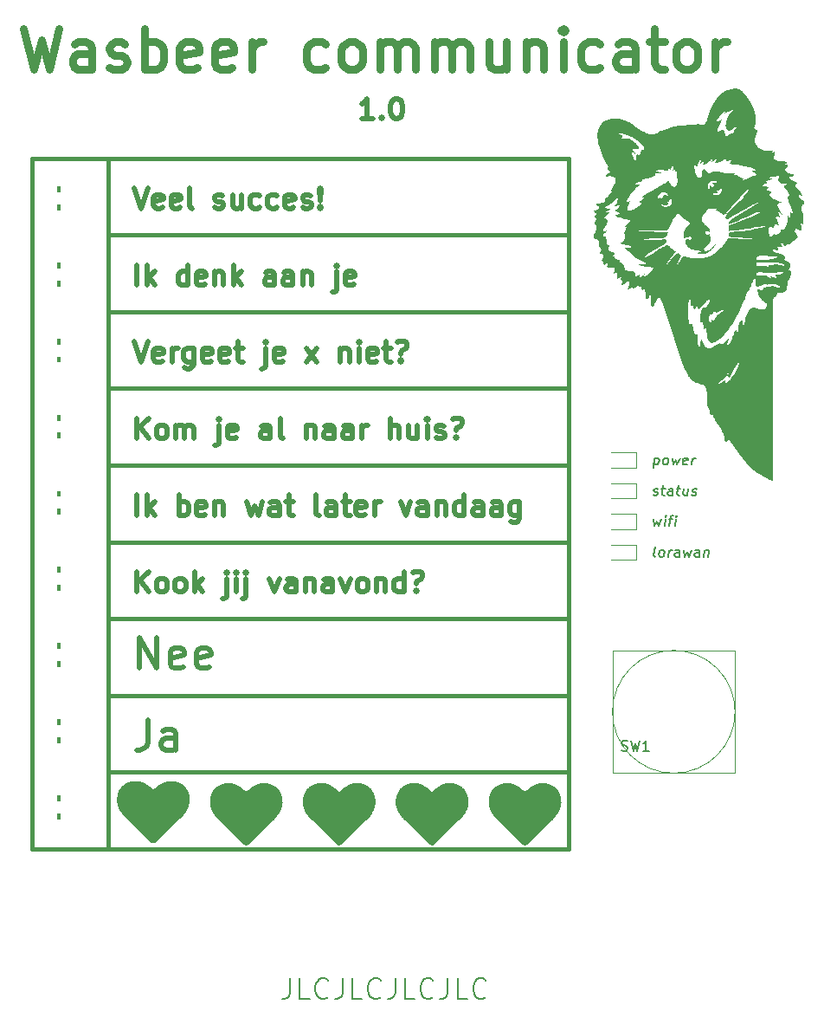
<source format=gbr>
%TF.GenerationSoftware,KiCad,Pcbnew,(6.0.6)*%
%TF.CreationDate,2022-11-03T15:56:01+01:00*%
%TF.ProjectId,Wasbeer-communicator,57617362-6565-4722-9d63-6f6d6d756e69,rev?*%
%TF.SameCoordinates,Original*%
%TF.FileFunction,Legend,Top*%
%TF.FilePolarity,Positive*%
%FSLAX46Y46*%
G04 Gerber Fmt 4.6, Leading zero omitted, Abs format (unit mm)*
G04 Created by KiCad (PCBNEW (6.0.6)) date 2022-11-03 15:56:01*
%MOMM*%
%LPD*%
G01*
G04 APERTURE LIST*
%ADD10C,0.150000*%
%ADD11C,0.400000*%
%ADD12C,0.000000*%
%ADD13C,0.500000*%
%ADD14C,0.800000*%
%ADD15C,0.120000*%
%ADD16C,0.100000*%
G04 APERTURE END LIST*
D10*
X122761904Y-142654761D02*
X122761904Y-144083333D01*
X122666666Y-144369047D01*
X122476190Y-144559523D01*
X122190476Y-144654761D01*
X122000000Y-144654761D01*
X124666666Y-144654761D02*
X123714285Y-144654761D01*
X123714285Y-142654761D01*
X126476190Y-144464285D02*
X126380952Y-144559523D01*
X126095238Y-144654761D01*
X125904761Y-144654761D01*
X125619047Y-144559523D01*
X125428571Y-144369047D01*
X125333333Y-144178571D01*
X125238095Y-143797619D01*
X125238095Y-143511904D01*
X125333333Y-143130952D01*
X125428571Y-142940476D01*
X125619047Y-142750000D01*
X125904761Y-142654761D01*
X126095238Y-142654761D01*
X126380952Y-142750000D01*
X126476190Y-142845238D01*
X127904761Y-142654761D02*
X127904761Y-144083333D01*
X127809523Y-144369047D01*
X127619047Y-144559523D01*
X127333333Y-144654761D01*
X127142857Y-144654761D01*
X129809523Y-144654761D02*
X128857142Y-144654761D01*
X128857142Y-142654761D01*
X131619047Y-144464285D02*
X131523809Y-144559523D01*
X131238095Y-144654761D01*
X131047619Y-144654761D01*
X130761904Y-144559523D01*
X130571428Y-144369047D01*
X130476190Y-144178571D01*
X130380952Y-143797619D01*
X130380952Y-143511904D01*
X130476190Y-143130952D01*
X130571428Y-142940476D01*
X130761904Y-142750000D01*
X131047619Y-142654761D01*
X131238095Y-142654761D01*
X131523809Y-142750000D01*
X131619047Y-142845238D01*
X133047619Y-142654761D02*
X133047619Y-144083333D01*
X132952380Y-144369047D01*
X132761904Y-144559523D01*
X132476190Y-144654761D01*
X132285714Y-144654761D01*
X134952380Y-144654761D02*
X134000000Y-144654761D01*
X134000000Y-142654761D01*
X136761904Y-144464285D02*
X136666666Y-144559523D01*
X136380952Y-144654761D01*
X136190476Y-144654761D01*
X135904761Y-144559523D01*
X135714285Y-144369047D01*
X135619047Y-144178571D01*
X135523809Y-143797619D01*
X135523809Y-143511904D01*
X135619047Y-143130952D01*
X135714285Y-142940476D01*
X135904761Y-142750000D01*
X136190476Y-142654761D01*
X136380952Y-142654761D01*
X136666666Y-142750000D01*
X136761904Y-142845238D01*
X138190476Y-142654761D02*
X138190476Y-144083333D01*
X138095238Y-144369047D01*
X137904761Y-144559523D01*
X137619047Y-144654761D01*
X137428571Y-144654761D01*
X140095238Y-144654761D02*
X139142857Y-144654761D01*
X139142857Y-142654761D01*
X141904761Y-144464285D02*
X141809523Y-144559523D01*
X141523809Y-144654761D01*
X141333333Y-144654761D01*
X141047619Y-144559523D01*
X140857142Y-144369047D01*
X140761904Y-144178571D01*
X140666666Y-143797619D01*
X140666666Y-143511904D01*
X140761904Y-143130952D01*
X140857142Y-142940476D01*
X141047619Y-142750000D01*
X141333333Y-142654761D01*
X141523809Y-142654761D01*
X141809523Y-142750000D01*
X141904761Y-142845238D01*
D11*
X105000000Y-107500000D02*
X150000000Y-107500000D01*
X150000000Y-107500000D02*
X150000000Y-100000000D01*
X150000000Y-100000000D02*
X105000000Y-100000000D01*
X105000000Y-100000000D02*
X105000000Y-107500000D01*
D12*
G36*
X129338909Y-123567459D02*
G01*
X129445523Y-123573226D01*
X129549129Y-123582838D01*
X129649728Y-123596295D01*
X129747319Y-123613596D01*
X129841902Y-123634742D01*
X129933478Y-123659733D01*
X130022046Y-123688568D01*
X130107607Y-123721248D01*
X130190160Y-123757773D01*
X130269705Y-123798143D01*
X130346243Y-123842357D01*
X130419774Y-123890416D01*
X130490296Y-123942320D01*
X130557812Y-123998069D01*
X130622319Y-124057662D01*
X130683354Y-124120666D01*
X130740451Y-124186646D01*
X130793611Y-124255603D01*
X130842833Y-124327537D01*
X130888117Y-124402447D01*
X130929463Y-124480334D01*
X130966872Y-124561197D01*
X131000343Y-124645037D01*
X131029876Y-124731853D01*
X131055471Y-124821646D01*
X131077129Y-124914416D01*
X131094848Y-125010162D01*
X131108631Y-125108885D01*
X131118475Y-125210584D01*
X131124382Y-125315259D01*
X131126350Y-125422912D01*
X131122800Y-125532673D01*
X131112150Y-125642681D01*
X131094399Y-125752938D01*
X131069548Y-125863443D01*
X131037596Y-125974196D01*
X130998544Y-126085197D01*
X130952392Y-126196446D01*
X130899140Y-126307943D01*
X130838787Y-126419688D01*
X130771333Y-126531681D01*
X130696780Y-126643922D01*
X130615126Y-126756412D01*
X130526372Y-126869149D01*
X130430517Y-126982134D01*
X130327562Y-127095368D01*
X130217507Y-127208849D01*
X127744976Y-129590099D01*
X127735922Y-129598750D01*
X127726620Y-129606842D01*
X127717070Y-129614377D01*
X127707273Y-129621353D01*
X127697227Y-129627771D01*
X127686933Y-129633631D01*
X127676391Y-129638933D01*
X127665601Y-129643677D01*
X127654563Y-129647863D01*
X127643277Y-129651490D01*
X127631742Y-129654560D01*
X127619960Y-129657071D01*
X127607930Y-129659025D01*
X127595652Y-129660420D01*
X127583125Y-129661257D01*
X127570351Y-129661536D01*
X127557577Y-129661257D01*
X127545050Y-129660420D01*
X127532772Y-129659025D01*
X127520742Y-129657071D01*
X127508959Y-129654560D01*
X127497425Y-129651490D01*
X127486139Y-129647863D01*
X127475101Y-129643677D01*
X127464311Y-129638933D01*
X127453769Y-129633631D01*
X127443475Y-129627771D01*
X127433429Y-129621353D01*
X127423631Y-129614377D01*
X127414081Y-129606842D01*
X127404779Y-129598750D01*
X127395726Y-129590099D01*
X124919226Y-127200911D01*
X124908839Y-127192354D01*
X124897522Y-127182556D01*
X124885275Y-127171518D01*
X124872097Y-127159240D01*
X124857989Y-127145721D01*
X124842952Y-127130962D01*
X124826983Y-127114963D01*
X124810085Y-127097724D01*
X124791451Y-127078035D01*
X124770274Y-127054688D01*
X124746554Y-127027682D01*
X124720292Y-126997017D01*
X124691488Y-126962694D01*
X124660141Y-126924711D01*
X124626252Y-126883071D01*
X124589820Y-126837771D01*
X124552613Y-126790487D01*
X124516398Y-126742893D01*
X124481175Y-126694989D01*
X124446945Y-126646775D01*
X124413706Y-126598251D01*
X124381460Y-126549416D01*
X124350206Y-126500272D01*
X124319945Y-126450818D01*
X124290582Y-126399906D01*
X124262026Y-126346390D01*
X124234276Y-126290270D01*
X124207331Y-126231545D01*
X124181193Y-126170215D01*
X124155862Y-126106281D01*
X124131336Y-126039742D01*
X124107617Y-125970599D01*
X124085757Y-125900402D01*
X124066813Y-125830701D01*
X124050783Y-125761496D01*
X124037667Y-125692787D01*
X124027466Y-125624574D01*
X124020180Y-125556857D01*
X124015808Y-125489636D01*
X124014351Y-125422912D01*
X124016320Y-125315259D01*
X124022226Y-125210584D01*
X124032071Y-125108885D01*
X124045853Y-125010162D01*
X124063573Y-124914416D01*
X124085230Y-124821646D01*
X124110826Y-124731853D01*
X124140359Y-124645037D01*
X124173830Y-124561197D01*
X124211238Y-124480334D01*
X124252584Y-124402447D01*
X124297869Y-124327537D01*
X124347090Y-124255603D01*
X124400250Y-124186646D01*
X124457347Y-124120666D01*
X124518382Y-124057662D01*
X124582890Y-123998069D01*
X124650405Y-123942320D01*
X124720928Y-123890416D01*
X124794458Y-123842357D01*
X124870996Y-123798143D01*
X124950542Y-123757773D01*
X125033095Y-123721248D01*
X125118656Y-123688568D01*
X125207224Y-123659733D01*
X125298800Y-123634742D01*
X125393383Y-123613596D01*
X125490974Y-123596295D01*
X125591573Y-123582838D01*
X125695179Y-123573226D01*
X125801792Y-123567459D01*
X125911414Y-123565537D01*
X125942210Y-123565870D01*
X125973084Y-123566870D01*
X126035065Y-123570870D01*
X126097356Y-123577536D01*
X126159956Y-123586869D01*
X126222867Y-123598868D01*
X126286088Y-123613534D01*
X126349619Y-123630866D01*
X126413460Y-123650865D01*
X126476898Y-123673127D01*
X126539220Y-123697250D01*
X126600426Y-123723233D01*
X126660515Y-123751076D01*
X126719488Y-123780779D01*
X126777345Y-123812343D01*
X126834086Y-123845768D01*
X126889710Y-123881052D01*
X126943816Y-123916988D01*
X126995998Y-123952366D01*
X127046259Y-123987185D01*
X127094597Y-124021447D01*
X127141013Y-124055150D01*
X127185506Y-124088295D01*
X127228077Y-124120883D01*
X127268726Y-124152912D01*
X127308165Y-124184910D01*
X127347109Y-124217404D01*
X127385556Y-124250394D01*
X127423507Y-124283881D01*
X127460962Y-124317863D01*
X127497921Y-124352341D01*
X127534384Y-124387316D01*
X127570351Y-124422787D01*
X127606318Y-124387316D01*
X127642781Y-124352341D01*
X127679740Y-124317863D01*
X127717195Y-124283881D01*
X127755146Y-124250394D01*
X127793593Y-124217404D01*
X127832536Y-124184910D01*
X127871976Y-124152912D01*
X127912625Y-124120883D01*
X127955196Y-124088295D01*
X127999689Y-124055150D01*
X128046105Y-124021447D01*
X128094443Y-123987185D01*
X128144703Y-123952366D01*
X128196886Y-123916988D01*
X128250991Y-123881052D01*
X128306616Y-123845768D01*
X128363357Y-123812343D01*
X128421213Y-123780779D01*
X128480187Y-123751076D01*
X128540276Y-123723233D01*
X128601482Y-123697250D01*
X128663803Y-123673127D01*
X128727241Y-123650865D01*
X128791082Y-123630866D01*
X128854613Y-123613534D01*
X128917834Y-123598868D01*
X128980745Y-123586869D01*
X129043346Y-123577536D01*
X129105637Y-123570870D01*
X129167617Y-123566870D01*
X129229288Y-123565537D01*
X129338909Y-123567459D01*
G37*
D11*
X105000000Y-122500000D02*
X150000000Y-122500000D01*
X150000000Y-122500000D02*
X150000000Y-115000000D01*
X150000000Y-115000000D02*
X105000000Y-115000000D01*
X105000000Y-115000000D02*
X105000000Y-122500000D01*
D12*
G36*
X111163183Y-123366548D02*
G01*
X111269797Y-123372315D01*
X111373403Y-123381927D01*
X111474002Y-123395384D01*
X111571593Y-123412685D01*
X111666176Y-123433831D01*
X111757752Y-123458822D01*
X111846320Y-123487657D01*
X111931881Y-123520337D01*
X112014434Y-123556862D01*
X112093979Y-123597232D01*
X112170517Y-123641446D01*
X112244048Y-123689505D01*
X112314570Y-123741409D01*
X112382086Y-123797158D01*
X112446593Y-123856751D01*
X112507628Y-123919755D01*
X112564725Y-123985735D01*
X112617885Y-124054692D01*
X112667107Y-124126626D01*
X112712391Y-124201536D01*
X112753737Y-124279423D01*
X112791146Y-124360286D01*
X112824617Y-124444126D01*
X112854150Y-124530942D01*
X112879745Y-124620735D01*
X112901403Y-124713505D01*
X112919122Y-124809251D01*
X112932905Y-124907974D01*
X112942749Y-125009673D01*
X112948656Y-125114348D01*
X112950624Y-125222001D01*
X112947074Y-125331762D01*
X112936424Y-125441770D01*
X112918673Y-125552027D01*
X112893822Y-125662532D01*
X112861870Y-125773285D01*
X112822818Y-125884286D01*
X112776666Y-125995535D01*
X112723414Y-126107032D01*
X112663061Y-126218777D01*
X112595607Y-126330770D01*
X112521054Y-126443011D01*
X112439400Y-126555501D01*
X112350646Y-126668238D01*
X112254791Y-126781223D01*
X112151836Y-126894457D01*
X112041781Y-127007938D01*
X109569250Y-129389188D01*
X109560196Y-129397839D01*
X109550894Y-129405931D01*
X109541344Y-129413466D01*
X109531547Y-129420442D01*
X109521501Y-129426860D01*
X109511207Y-129432720D01*
X109500665Y-129438022D01*
X109489875Y-129442766D01*
X109478837Y-129446952D01*
X109467551Y-129450579D01*
X109456016Y-129453649D01*
X109444234Y-129456160D01*
X109432204Y-129458114D01*
X109419926Y-129459509D01*
X109407399Y-129460346D01*
X109394625Y-129460625D01*
X109381851Y-129460346D01*
X109369324Y-129459509D01*
X109357046Y-129458114D01*
X109345016Y-129456160D01*
X109333233Y-129453649D01*
X109321699Y-129450579D01*
X109310413Y-129446952D01*
X109299375Y-129442766D01*
X109288585Y-129438022D01*
X109278043Y-129432720D01*
X109267749Y-129426860D01*
X109257703Y-129420442D01*
X109247905Y-129413466D01*
X109238355Y-129405931D01*
X109229053Y-129397839D01*
X109220000Y-129389188D01*
X106743500Y-127000000D01*
X106733113Y-126991443D01*
X106721796Y-126981645D01*
X106709549Y-126970607D01*
X106696371Y-126958329D01*
X106682263Y-126944810D01*
X106667226Y-126930051D01*
X106651257Y-126914052D01*
X106634359Y-126896813D01*
X106615725Y-126877124D01*
X106594548Y-126853777D01*
X106570828Y-126826771D01*
X106544566Y-126796106D01*
X106515762Y-126761783D01*
X106484415Y-126723800D01*
X106450526Y-126682160D01*
X106414094Y-126636860D01*
X106376887Y-126589576D01*
X106340672Y-126541982D01*
X106305449Y-126494078D01*
X106271219Y-126445864D01*
X106237980Y-126397340D01*
X106205734Y-126348505D01*
X106174480Y-126299361D01*
X106144219Y-126249907D01*
X106114856Y-126198995D01*
X106086300Y-126145479D01*
X106058550Y-126089359D01*
X106031605Y-126030634D01*
X106005467Y-125969304D01*
X105980136Y-125905370D01*
X105955610Y-125838831D01*
X105931891Y-125769688D01*
X105910031Y-125699491D01*
X105891087Y-125629790D01*
X105875057Y-125560585D01*
X105861941Y-125491876D01*
X105851740Y-125423663D01*
X105844454Y-125355946D01*
X105840082Y-125288725D01*
X105838625Y-125222001D01*
X105840594Y-125114348D01*
X105846500Y-125009673D01*
X105856345Y-124907974D01*
X105870127Y-124809251D01*
X105887847Y-124713505D01*
X105909504Y-124620735D01*
X105935100Y-124530942D01*
X105964633Y-124444126D01*
X105998104Y-124360286D01*
X106035512Y-124279423D01*
X106076858Y-124201536D01*
X106122143Y-124126626D01*
X106171364Y-124054692D01*
X106224524Y-123985735D01*
X106281621Y-123919755D01*
X106342656Y-123856751D01*
X106407164Y-123797158D01*
X106474679Y-123741409D01*
X106545202Y-123689505D01*
X106618732Y-123641446D01*
X106695270Y-123597232D01*
X106774816Y-123556862D01*
X106857369Y-123520337D01*
X106942930Y-123487657D01*
X107031498Y-123458822D01*
X107123074Y-123433831D01*
X107217657Y-123412685D01*
X107315248Y-123395384D01*
X107415847Y-123381927D01*
X107519453Y-123372315D01*
X107626066Y-123366548D01*
X107735688Y-123364626D01*
X107766484Y-123364959D01*
X107797358Y-123365959D01*
X107859339Y-123369959D01*
X107921630Y-123376625D01*
X107984230Y-123385958D01*
X108047141Y-123397957D01*
X108110362Y-123412623D01*
X108173893Y-123429955D01*
X108237734Y-123449954D01*
X108301172Y-123472216D01*
X108363494Y-123496339D01*
X108424700Y-123522322D01*
X108484789Y-123550165D01*
X108543762Y-123579868D01*
X108601619Y-123611432D01*
X108658360Y-123644857D01*
X108713984Y-123680141D01*
X108768090Y-123716077D01*
X108820272Y-123751455D01*
X108870533Y-123786274D01*
X108918871Y-123820536D01*
X108965287Y-123854239D01*
X109009780Y-123887384D01*
X109052351Y-123919972D01*
X109093000Y-123952001D01*
X109132439Y-123983999D01*
X109171383Y-124016493D01*
X109209830Y-124049483D01*
X109247781Y-124082970D01*
X109285236Y-124116952D01*
X109322195Y-124151430D01*
X109358658Y-124186405D01*
X109394625Y-124221876D01*
X109430592Y-124186405D01*
X109467055Y-124151430D01*
X109504014Y-124116952D01*
X109541469Y-124082970D01*
X109579420Y-124049483D01*
X109617867Y-124016493D01*
X109656810Y-123983999D01*
X109696250Y-123952001D01*
X109736899Y-123919972D01*
X109779470Y-123887384D01*
X109823963Y-123854239D01*
X109870379Y-123820536D01*
X109918717Y-123786274D01*
X109968977Y-123751455D01*
X110021160Y-123716077D01*
X110075265Y-123680141D01*
X110130890Y-123644857D01*
X110187631Y-123611432D01*
X110245487Y-123579868D01*
X110304461Y-123550165D01*
X110364550Y-123522322D01*
X110425756Y-123496339D01*
X110488077Y-123472216D01*
X110551515Y-123449954D01*
X110615356Y-123429955D01*
X110678887Y-123412623D01*
X110742108Y-123397957D01*
X110805019Y-123385958D01*
X110867620Y-123376625D01*
X110929911Y-123369959D01*
X110991891Y-123365959D01*
X111053562Y-123364626D01*
X111163183Y-123366548D01*
G37*
D11*
X105000000Y-77500000D02*
X150000000Y-77500000D01*
X150000000Y-77500000D02*
X150000000Y-70000000D01*
X150000000Y-70000000D02*
X105000000Y-70000000D01*
X105000000Y-70000000D02*
X105000000Y-77500000D01*
X105000000Y-70000000D02*
X150000000Y-70000000D01*
X150000000Y-70000000D02*
X150000000Y-62500000D01*
X150000000Y-62500000D02*
X105000000Y-62500000D01*
X105000000Y-62500000D02*
X105000000Y-70000000D01*
D12*
G36*
X147514636Y-123567459D02*
G01*
X147621250Y-123573226D01*
X147724856Y-123582838D01*
X147825455Y-123596295D01*
X147923046Y-123613596D01*
X148017629Y-123634742D01*
X148109205Y-123659733D01*
X148197773Y-123688568D01*
X148283334Y-123721248D01*
X148365887Y-123757773D01*
X148445432Y-123798143D01*
X148521970Y-123842357D01*
X148595501Y-123890416D01*
X148666023Y-123942320D01*
X148733539Y-123998069D01*
X148798046Y-124057662D01*
X148859081Y-124120666D01*
X148916178Y-124186646D01*
X148969338Y-124255603D01*
X149018560Y-124327537D01*
X149063844Y-124402447D01*
X149105190Y-124480334D01*
X149142599Y-124561197D01*
X149176070Y-124645037D01*
X149205603Y-124731853D01*
X149231198Y-124821646D01*
X149252856Y-124914416D01*
X149270575Y-125010162D01*
X149284358Y-125108885D01*
X149294202Y-125210584D01*
X149300109Y-125315259D01*
X149302077Y-125422912D01*
X149298527Y-125532673D01*
X149287877Y-125642681D01*
X149270126Y-125752938D01*
X149245275Y-125863443D01*
X149213323Y-125974196D01*
X149174271Y-126085197D01*
X149128119Y-126196446D01*
X149074867Y-126307943D01*
X149014514Y-126419688D01*
X148947060Y-126531681D01*
X148872507Y-126643922D01*
X148790853Y-126756412D01*
X148702099Y-126869149D01*
X148606244Y-126982134D01*
X148503289Y-127095368D01*
X148393234Y-127208849D01*
X145920703Y-129590099D01*
X145911649Y-129598750D01*
X145902347Y-129606842D01*
X145892797Y-129614377D01*
X145883000Y-129621353D01*
X145872954Y-129627771D01*
X145862660Y-129633631D01*
X145852118Y-129638933D01*
X145841328Y-129643677D01*
X145830290Y-129647863D01*
X145819004Y-129651490D01*
X145807469Y-129654560D01*
X145795687Y-129657071D01*
X145783657Y-129659025D01*
X145771379Y-129660420D01*
X145758852Y-129661257D01*
X145746078Y-129661536D01*
X145733304Y-129661257D01*
X145720777Y-129660420D01*
X145708499Y-129659025D01*
X145696469Y-129657071D01*
X145684686Y-129654560D01*
X145673152Y-129651490D01*
X145661866Y-129647863D01*
X145650828Y-129643677D01*
X145640038Y-129638933D01*
X145629496Y-129633631D01*
X145619202Y-129627771D01*
X145609156Y-129621353D01*
X145599358Y-129614377D01*
X145589808Y-129606842D01*
X145580506Y-129598750D01*
X145571453Y-129590099D01*
X143094953Y-127200911D01*
X143084566Y-127192354D01*
X143073249Y-127182556D01*
X143061002Y-127171518D01*
X143047824Y-127159240D01*
X143033716Y-127145721D01*
X143018679Y-127130962D01*
X143002710Y-127114963D01*
X142985812Y-127097724D01*
X142967178Y-127078035D01*
X142946001Y-127054688D01*
X142922281Y-127027682D01*
X142896019Y-126997017D01*
X142867215Y-126962694D01*
X142835868Y-126924711D01*
X142801979Y-126883071D01*
X142765547Y-126837771D01*
X142728340Y-126790487D01*
X142692125Y-126742893D01*
X142656902Y-126694989D01*
X142622672Y-126646775D01*
X142589433Y-126598251D01*
X142557187Y-126549416D01*
X142525933Y-126500272D01*
X142495672Y-126450818D01*
X142466309Y-126399906D01*
X142437753Y-126346390D01*
X142410003Y-126290270D01*
X142383058Y-126231545D01*
X142356920Y-126170215D01*
X142331589Y-126106281D01*
X142307063Y-126039742D01*
X142283344Y-125970599D01*
X142261484Y-125900402D01*
X142242540Y-125830701D01*
X142226510Y-125761496D01*
X142213394Y-125692787D01*
X142203193Y-125624574D01*
X142195907Y-125556857D01*
X142191535Y-125489636D01*
X142190078Y-125422912D01*
X142192047Y-125315259D01*
X142197953Y-125210584D01*
X142207798Y-125108885D01*
X142221580Y-125010162D01*
X142239300Y-124914416D01*
X142260957Y-124821646D01*
X142286553Y-124731853D01*
X142316086Y-124645037D01*
X142349557Y-124561197D01*
X142386965Y-124480334D01*
X142428311Y-124402447D01*
X142473596Y-124327537D01*
X142522817Y-124255603D01*
X142575977Y-124186646D01*
X142633074Y-124120666D01*
X142694109Y-124057662D01*
X142758617Y-123998069D01*
X142826132Y-123942320D01*
X142896655Y-123890416D01*
X142970185Y-123842357D01*
X143046723Y-123798143D01*
X143126269Y-123757773D01*
X143208822Y-123721248D01*
X143294383Y-123688568D01*
X143382951Y-123659733D01*
X143474527Y-123634742D01*
X143569110Y-123613596D01*
X143666701Y-123596295D01*
X143767300Y-123582838D01*
X143870906Y-123573226D01*
X143977519Y-123567459D01*
X144087141Y-123565537D01*
X144117937Y-123565870D01*
X144148811Y-123566870D01*
X144210792Y-123570870D01*
X144273083Y-123577536D01*
X144335683Y-123586869D01*
X144398594Y-123598868D01*
X144461815Y-123613534D01*
X144525346Y-123630866D01*
X144589187Y-123650865D01*
X144652625Y-123673127D01*
X144714947Y-123697250D01*
X144776153Y-123723233D01*
X144836242Y-123751076D01*
X144895215Y-123780779D01*
X144953072Y-123812343D01*
X145009813Y-123845768D01*
X145065437Y-123881052D01*
X145119543Y-123916988D01*
X145171725Y-123952366D01*
X145221986Y-123987185D01*
X145270324Y-124021447D01*
X145316740Y-124055150D01*
X145361233Y-124088295D01*
X145403804Y-124120883D01*
X145444453Y-124152912D01*
X145483892Y-124184910D01*
X145522836Y-124217404D01*
X145561283Y-124250394D01*
X145599234Y-124283881D01*
X145636689Y-124317863D01*
X145673648Y-124352341D01*
X145710111Y-124387316D01*
X145746078Y-124422787D01*
X145782045Y-124387316D01*
X145818508Y-124352341D01*
X145855467Y-124317863D01*
X145892922Y-124283881D01*
X145930873Y-124250394D01*
X145969320Y-124217404D01*
X146008263Y-124184910D01*
X146047703Y-124152912D01*
X146088352Y-124120883D01*
X146130923Y-124088295D01*
X146175416Y-124055150D01*
X146221832Y-124021447D01*
X146270170Y-123987185D01*
X146320430Y-123952366D01*
X146372613Y-123916988D01*
X146426718Y-123881052D01*
X146482343Y-123845768D01*
X146539084Y-123812343D01*
X146596940Y-123780779D01*
X146655914Y-123751076D01*
X146716003Y-123723233D01*
X146777209Y-123697250D01*
X146839530Y-123673127D01*
X146902968Y-123650865D01*
X146966809Y-123630866D01*
X147030340Y-123613534D01*
X147093561Y-123598868D01*
X147156472Y-123586869D01*
X147219073Y-123577536D01*
X147281364Y-123570870D01*
X147343344Y-123566870D01*
X147405015Y-123565537D01*
X147514636Y-123567459D01*
G37*
G36*
X120251046Y-123567459D02*
G01*
X120357660Y-123573226D01*
X120461266Y-123582838D01*
X120561865Y-123596295D01*
X120659456Y-123613596D01*
X120754039Y-123634742D01*
X120845615Y-123659733D01*
X120934183Y-123688568D01*
X121019744Y-123721248D01*
X121102297Y-123757773D01*
X121181842Y-123798143D01*
X121258380Y-123842357D01*
X121331911Y-123890416D01*
X121402433Y-123942320D01*
X121469949Y-123998069D01*
X121534456Y-124057662D01*
X121595491Y-124120666D01*
X121652588Y-124186646D01*
X121705748Y-124255603D01*
X121754970Y-124327537D01*
X121800254Y-124402447D01*
X121841600Y-124480334D01*
X121879009Y-124561197D01*
X121912480Y-124645037D01*
X121942013Y-124731853D01*
X121967608Y-124821646D01*
X121989266Y-124914416D01*
X122006985Y-125010162D01*
X122020768Y-125108885D01*
X122030612Y-125210584D01*
X122036519Y-125315259D01*
X122038487Y-125422912D01*
X122034937Y-125532673D01*
X122024287Y-125642681D01*
X122006536Y-125752938D01*
X121981685Y-125863443D01*
X121949733Y-125974196D01*
X121910681Y-126085197D01*
X121864529Y-126196446D01*
X121811277Y-126307943D01*
X121750924Y-126419688D01*
X121683470Y-126531681D01*
X121608917Y-126643922D01*
X121527263Y-126756412D01*
X121438509Y-126869149D01*
X121342654Y-126982134D01*
X121239699Y-127095368D01*
X121129644Y-127208849D01*
X118657113Y-129590099D01*
X118648059Y-129598750D01*
X118638757Y-129606842D01*
X118629207Y-129614377D01*
X118619410Y-129621353D01*
X118609364Y-129627771D01*
X118599070Y-129633631D01*
X118588528Y-129638933D01*
X118577738Y-129643677D01*
X118566700Y-129647863D01*
X118555414Y-129651490D01*
X118543879Y-129654560D01*
X118532097Y-129657071D01*
X118520067Y-129659025D01*
X118507789Y-129660420D01*
X118495262Y-129661257D01*
X118482488Y-129661536D01*
X118469714Y-129661257D01*
X118457187Y-129660420D01*
X118444909Y-129659025D01*
X118432879Y-129657071D01*
X118421096Y-129654560D01*
X118409562Y-129651490D01*
X118398276Y-129647863D01*
X118387238Y-129643677D01*
X118376448Y-129638933D01*
X118365906Y-129633631D01*
X118355612Y-129627771D01*
X118345566Y-129621353D01*
X118335768Y-129614377D01*
X118326218Y-129606842D01*
X118316916Y-129598750D01*
X118307863Y-129590099D01*
X115831363Y-127200911D01*
X115820976Y-127192354D01*
X115809659Y-127182556D01*
X115797412Y-127171518D01*
X115784234Y-127159240D01*
X115770126Y-127145721D01*
X115755089Y-127130962D01*
X115739120Y-127114963D01*
X115722222Y-127097724D01*
X115703588Y-127078035D01*
X115682411Y-127054688D01*
X115658691Y-127027682D01*
X115632429Y-126997017D01*
X115603625Y-126962694D01*
X115572278Y-126924711D01*
X115538389Y-126883071D01*
X115501957Y-126837771D01*
X115464750Y-126790487D01*
X115428535Y-126742893D01*
X115393312Y-126694989D01*
X115359082Y-126646775D01*
X115325843Y-126598251D01*
X115293597Y-126549416D01*
X115262343Y-126500272D01*
X115232082Y-126450818D01*
X115202719Y-126399906D01*
X115174163Y-126346390D01*
X115146413Y-126290270D01*
X115119468Y-126231545D01*
X115093330Y-126170215D01*
X115067999Y-126106281D01*
X115043473Y-126039742D01*
X115019754Y-125970599D01*
X114997894Y-125900402D01*
X114978950Y-125830701D01*
X114962920Y-125761496D01*
X114949804Y-125692787D01*
X114939603Y-125624574D01*
X114932317Y-125556857D01*
X114927945Y-125489636D01*
X114926488Y-125422912D01*
X114928457Y-125315259D01*
X114934363Y-125210584D01*
X114944208Y-125108885D01*
X114957990Y-125010162D01*
X114975710Y-124914416D01*
X114997367Y-124821646D01*
X115022963Y-124731853D01*
X115052496Y-124645037D01*
X115085967Y-124561197D01*
X115123375Y-124480334D01*
X115164721Y-124402447D01*
X115210006Y-124327537D01*
X115259227Y-124255603D01*
X115312387Y-124186646D01*
X115369484Y-124120666D01*
X115430519Y-124057662D01*
X115495027Y-123998069D01*
X115562542Y-123942320D01*
X115633065Y-123890416D01*
X115706595Y-123842357D01*
X115783133Y-123798143D01*
X115862679Y-123757773D01*
X115945232Y-123721248D01*
X116030793Y-123688568D01*
X116119361Y-123659733D01*
X116210937Y-123634742D01*
X116305520Y-123613596D01*
X116403111Y-123596295D01*
X116503710Y-123582838D01*
X116607316Y-123573226D01*
X116713929Y-123567459D01*
X116823551Y-123565537D01*
X116854347Y-123565870D01*
X116885221Y-123566870D01*
X116947202Y-123570870D01*
X117009493Y-123577536D01*
X117072093Y-123586869D01*
X117135004Y-123598868D01*
X117198225Y-123613534D01*
X117261756Y-123630866D01*
X117325597Y-123650865D01*
X117389035Y-123673127D01*
X117451357Y-123697250D01*
X117512563Y-123723233D01*
X117572652Y-123751076D01*
X117631625Y-123780779D01*
X117689482Y-123812343D01*
X117746223Y-123845768D01*
X117801847Y-123881052D01*
X117855953Y-123916988D01*
X117908135Y-123952366D01*
X117958396Y-123987185D01*
X118006734Y-124021447D01*
X118053150Y-124055150D01*
X118097643Y-124088295D01*
X118140214Y-124120883D01*
X118180863Y-124152912D01*
X118220302Y-124184910D01*
X118259246Y-124217404D01*
X118297693Y-124250394D01*
X118335644Y-124283881D01*
X118373099Y-124317863D01*
X118410058Y-124352341D01*
X118446521Y-124387316D01*
X118482488Y-124422787D01*
X118518455Y-124387316D01*
X118554918Y-124352341D01*
X118591877Y-124317863D01*
X118629332Y-124283881D01*
X118667283Y-124250394D01*
X118705730Y-124217404D01*
X118744673Y-124184910D01*
X118784113Y-124152912D01*
X118824762Y-124120883D01*
X118867333Y-124088295D01*
X118911826Y-124055150D01*
X118958242Y-124021447D01*
X119006580Y-123987185D01*
X119056840Y-123952366D01*
X119109023Y-123916988D01*
X119163128Y-123881052D01*
X119218753Y-123845768D01*
X119275494Y-123812343D01*
X119333350Y-123780779D01*
X119392324Y-123751076D01*
X119452413Y-123723233D01*
X119513619Y-123697250D01*
X119575940Y-123673127D01*
X119639378Y-123650865D01*
X119703219Y-123630866D01*
X119766750Y-123613534D01*
X119829971Y-123598868D01*
X119892882Y-123586869D01*
X119955483Y-123577536D01*
X120017774Y-123570870D01*
X120079754Y-123566870D01*
X120141425Y-123565537D01*
X120251046Y-123567459D01*
G37*
D11*
X97500000Y-130000000D02*
X105000000Y-130000000D01*
X105000000Y-130000000D02*
X105000000Y-62500000D01*
X105000000Y-62500000D02*
X97500000Y-62500000D01*
X97500000Y-62500000D02*
X97500000Y-130000000D01*
X105000000Y-100000000D02*
X150000000Y-100000000D01*
X150000000Y-100000000D02*
X150000000Y-92500000D01*
X150000000Y-92500000D02*
X105000000Y-92500000D01*
X105000000Y-92500000D02*
X105000000Y-100000000D01*
X105000000Y-130000000D02*
X150000000Y-130000000D01*
X150000000Y-130000000D02*
X150000000Y-122500000D01*
X150000000Y-122500000D02*
X105000000Y-122500000D01*
X105000000Y-122500000D02*
X105000000Y-130000000D01*
X105000000Y-115000000D02*
X150000000Y-115000000D01*
X150000000Y-115000000D02*
X150000000Y-107500000D01*
X150000000Y-107500000D02*
X105000000Y-107500000D01*
X105000000Y-107500000D02*
X105000000Y-115000000D01*
D12*
G36*
X162545448Y-84451611D02*
G01*
X162469578Y-84421625D01*
X162399065Y-84391249D01*
X162333402Y-84360039D01*
X162272082Y-84327552D01*
X162214601Y-84293343D01*
X162160451Y-84256971D01*
X162109126Y-84217991D01*
X162060121Y-84175960D01*
X162012928Y-84130434D01*
X161967043Y-84080971D01*
X161921958Y-84027126D01*
X161877168Y-83968457D01*
X161832167Y-83904520D01*
X161786447Y-83834872D01*
X161739504Y-83759069D01*
X161677532Y-83653881D01*
X161618012Y-83547617D01*
X161505661Y-83332140D01*
X161401124Y-83113202D01*
X161303073Y-82891369D01*
X161210182Y-82667203D01*
X161121122Y-82441271D01*
X160949192Y-81986361D01*
X159743222Y-78255738D01*
X159349814Y-77091570D01*
X161674680Y-77091570D01*
X161674957Y-77417661D01*
X161677755Y-77567402D01*
X161683445Y-77713341D01*
X161692868Y-77859281D01*
X161706864Y-78009022D01*
X161726275Y-78166365D01*
X161751939Y-78335113D01*
X161774544Y-78470889D01*
X161787955Y-78540704D01*
X161795589Y-78575604D01*
X161803995Y-78610311D01*
X161813288Y-78644688D01*
X161823583Y-78678592D01*
X161834993Y-78711885D01*
X161847635Y-78744426D01*
X161861622Y-78776076D01*
X161877070Y-78806695D01*
X161894093Y-78836142D01*
X161912805Y-78864278D01*
X161921731Y-78843009D01*
X161930645Y-78823249D01*
X161939541Y-78804991D01*
X161948415Y-78788224D01*
X161957259Y-78772942D01*
X161966070Y-78759136D01*
X161974840Y-78746798D01*
X161983565Y-78735918D01*
X161992239Y-78726489D01*
X162000856Y-78718503D01*
X162009410Y-78711950D01*
X162017897Y-78706823D01*
X162026310Y-78703113D01*
X162034643Y-78700812D01*
X162042892Y-78699911D01*
X162051050Y-78700402D01*
X162059112Y-78702277D01*
X162067073Y-78705527D01*
X162074926Y-78710144D01*
X162082666Y-78716120D01*
X162090287Y-78723445D01*
X162097784Y-78732113D01*
X162105152Y-78742113D01*
X162112384Y-78753439D01*
X162119475Y-78766081D01*
X162126419Y-78780032D01*
X162133211Y-78795282D01*
X162139845Y-78811824D01*
X162146315Y-78829648D01*
X162152616Y-78848748D01*
X162158742Y-78869113D01*
X162164688Y-78890737D01*
X162178620Y-78948468D01*
X162190998Y-79008435D01*
X162213194Y-79133174D01*
X162235470Y-79261156D01*
X162247949Y-79325177D01*
X162262022Y-79388584D01*
X162278212Y-79450902D01*
X162297045Y-79511658D01*
X162319044Y-79570375D01*
X162344733Y-79626581D01*
X162374638Y-79679798D01*
X162391335Y-79705138D01*
X162409283Y-79729554D01*
X162428546Y-79752985D01*
X162449192Y-79775372D01*
X162471284Y-79796657D01*
X162494889Y-79816779D01*
X162600722Y-79658028D01*
X162607905Y-79690379D01*
X162613850Y-79722926D01*
X162618664Y-79755648D01*
X162622455Y-79788522D01*
X162625329Y-79821528D01*
X162627394Y-79854644D01*
X162629528Y-79921123D01*
X162629715Y-79987789D01*
X162628813Y-80054469D01*
X162627180Y-80187195D01*
X162629001Y-80284954D01*
X162634307Y-80380007D01*
X162638379Y-80426711D01*
X162643458Y-80472969D01*
X162649587Y-80518860D01*
X162656813Y-80564459D01*
X162665180Y-80609844D01*
X162674732Y-80655093D01*
X162685516Y-80700281D01*
X162697575Y-80745488D01*
X162710956Y-80790789D01*
X162725702Y-80836261D01*
X162741859Y-80881982D01*
X162759471Y-80928029D01*
X162812388Y-80928029D01*
X162834697Y-80871134D01*
X162852488Y-80817030D01*
X162866468Y-80765424D01*
X162877348Y-80716019D01*
X162885835Y-80668519D01*
X162892639Y-80622628D01*
X162904033Y-80534494D01*
X162910041Y-80491658D01*
X162917201Y-80449249D01*
X162926222Y-80406971D01*
X162937813Y-80364528D01*
X162952683Y-80321625D01*
X162971541Y-80277965D01*
X162995095Y-80233254D01*
X163008855Y-80210412D01*
X163024055Y-80187195D01*
X163042854Y-80238736D01*
X163062874Y-80289465D01*
X163084023Y-80339511D01*
X163106208Y-80389006D01*
X163129335Y-80438079D01*
X163153312Y-80486860D01*
X163178046Y-80535480D01*
X163203443Y-80584069D01*
X163223171Y-80620761D01*
X163245780Y-80661354D01*
X163270578Y-80704315D01*
X163296873Y-80748113D01*
X163323975Y-80791216D01*
X163351191Y-80832092D01*
X163377831Y-80869211D01*
X163390718Y-80885882D01*
X163403202Y-80901040D01*
X163430066Y-80931105D01*
X163456884Y-80958117D01*
X163483662Y-80982176D01*
X163510405Y-81003383D01*
X163537120Y-81021841D01*
X163563810Y-81037648D01*
X163590483Y-81050908D01*
X163617143Y-81061721D01*
X163643797Y-81070187D01*
X163670448Y-81076409D01*
X163697104Y-81080487D01*
X163723770Y-81082522D01*
X163750450Y-81082616D01*
X163777151Y-81080869D01*
X163803879Y-81077383D01*
X163830637Y-81072259D01*
X163857434Y-81065598D01*
X163884273Y-81057500D01*
X163911160Y-81048068D01*
X163938101Y-81037402D01*
X163992166Y-81012773D01*
X164046512Y-80984422D01*
X164101185Y-80953158D01*
X164156226Y-80919790D01*
X164267596Y-80849978D01*
X164329733Y-80811730D01*
X164400108Y-80769725D01*
X164476119Y-80725612D01*
X164555166Y-80681040D01*
X164634647Y-80637659D01*
X164711961Y-80597118D01*
X164784506Y-80561067D01*
X164849681Y-80531154D01*
X164851931Y-80547622D01*
X164854611Y-80563102D01*
X164857717Y-80577606D01*
X164861244Y-80591149D01*
X164865189Y-80603742D01*
X164869548Y-80615400D01*
X164874315Y-80626136D01*
X164879487Y-80635962D01*
X164885060Y-80644893D01*
X164891030Y-80652940D01*
X164897392Y-80660118D01*
X164904142Y-80666439D01*
X164911276Y-80671917D01*
X164918790Y-80676564D01*
X164926680Y-80680395D01*
X164934942Y-80683421D01*
X164943571Y-80685658D01*
X164952563Y-80687116D01*
X164961915Y-80687810D01*
X164971621Y-80687754D01*
X164981678Y-80686959D01*
X164992081Y-80685439D01*
X165002828Y-80683208D01*
X165013912Y-80680279D01*
X165025330Y-80676664D01*
X165037079Y-80672377D01*
X165049153Y-80667432D01*
X165061548Y-80661840D01*
X165074261Y-80655616D01*
X165087288Y-80648773D01*
X165114263Y-80633281D01*
X165143277Y-80614286D01*
X165174256Y-80591450D01*
X165206894Y-80565247D01*
X165240887Y-80536152D01*
X165275930Y-80504640D01*
X165311716Y-80471186D01*
X165384304Y-80400351D01*
X165643431Y-80134279D01*
X165586280Y-80451778D01*
X165458221Y-80822194D01*
X165490665Y-80803782D01*
X165522034Y-80784004D01*
X165552357Y-80762919D01*
X165581661Y-80740585D01*
X165609974Y-80717059D01*
X165637323Y-80692400D01*
X165663737Y-80666665D01*
X165689244Y-80639913D01*
X165737646Y-80583587D01*
X165782751Y-80523887D01*
X165824781Y-80461275D01*
X165863960Y-80396215D01*
X165900510Y-80329171D01*
X165934652Y-80260606D01*
X165966611Y-80190984D01*
X165996607Y-80120768D01*
X166024864Y-80050421D01*
X166051604Y-79980408D01*
X166101423Y-79843236D01*
X166129201Y-79761089D01*
X166155370Y-79680216D01*
X166182288Y-79601322D01*
X166196767Y-79562836D01*
X166212317Y-79525109D01*
X166229235Y-79488228D01*
X166247815Y-79452282D01*
X166268353Y-79417358D01*
X166291142Y-79383544D01*
X166316479Y-79350929D01*
X166344658Y-79319600D01*
X166375974Y-79289646D01*
X166410722Y-79261153D01*
X166516555Y-79658028D01*
X166527850Y-79649994D01*
X166538292Y-79641722D01*
X166547916Y-79633217D01*
X166556756Y-79624486D01*
X166564846Y-79615536D01*
X166572220Y-79606372D01*
X166578912Y-79597001D01*
X166584958Y-79587430D01*
X166590390Y-79577665D01*
X166595243Y-79567712D01*
X166599551Y-79557578D01*
X166603349Y-79547268D01*
X166606671Y-79536790D01*
X166609550Y-79526149D01*
X166614120Y-79504405D01*
X166617331Y-79482088D01*
X166619458Y-79459248D01*
X166620774Y-79435935D01*
X166621553Y-79412202D01*
X166622594Y-79363674D01*
X166623404Y-79338982D01*
X166624771Y-79314071D01*
X166646464Y-79128863D01*
X166648409Y-79093744D01*
X166649531Y-79059364D01*
X166650211Y-78992416D01*
X166650307Y-78927224D01*
X166651625Y-78862990D01*
X166653306Y-78830983D01*
X166655969Y-78798917D01*
X166659840Y-78766691D01*
X166665144Y-78734208D01*
X166672106Y-78701366D01*
X166680953Y-78668066D01*
X166691910Y-78634209D01*
X166705203Y-78599695D01*
X166716458Y-78575755D01*
X166730551Y-78550961D01*
X166747147Y-78525904D01*
X166765908Y-78501175D01*
X166786499Y-78477366D01*
X166808582Y-78455067D01*
X166831823Y-78434869D01*
X166843771Y-78425743D01*
X166855883Y-78417364D01*
X166868115Y-78409806D01*
X166880427Y-78403143D01*
X166892775Y-78397448D01*
X166905118Y-78392796D01*
X166917414Y-78389260D01*
X166929620Y-78386914D01*
X166941695Y-78385833D01*
X166953597Y-78386090D01*
X166965283Y-78387758D01*
X166976711Y-78390913D01*
X166987840Y-78395627D01*
X166998628Y-78401975D01*
X167009031Y-78410030D01*
X167019009Y-78419866D01*
X167028519Y-78431558D01*
X167037519Y-78445179D01*
X167041856Y-78453216D01*
X167045844Y-78462111D01*
X167052834Y-78482265D01*
X167058600Y-78505213D01*
X167063250Y-78530531D01*
X167066897Y-78557793D01*
X167069648Y-78586574D01*
X167071615Y-78616448D01*
X167072908Y-78646989D01*
X167073910Y-78708371D01*
X167073536Y-78767316D01*
X167072180Y-78864278D01*
X167084983Y-78855268D01*
X167097115Y-78845337D01*
X167108602Y-78834533D01*
X167119465Y-78822905D01*
X167129731Y-78810503D01*
X167139422Y-78797375D01*
X167148562Y-78783569D01*
X167157177Y-78769136D01*
X167172922Y-78738582D01*
X167186851Y-78706102D01*
X167199155Y-78672090D01*
X167210027Y-78636935D01*
X167219659Y-78601031D01*
X167228242Y-78564767D01*
X167243034Y-78492729D01*
X167255941Y-78423953D01*
X167268501Y-78361570D01*
X167297757Y-78233535D01*
X167330062Y-78104056D01*
X167366751Y-77974663D01*
X167387157Y-77910478D01*
X167409160Y-77846889D01*
X167432927Y-77784088D01*
X167458626Y-77722265D01*
X167486423Y-77661613D01*
X167516486Y-77602323D01*
X167548980Y-77544587D01*
X167584075Y-77488595D01*
X167621936Y-77434539D01*
X167662730Y-77382612D01*
X167719143Y-77315831D01*
X167744035Y-77287570D01*
X167767368Y-77262400D01*
X167789634Y-77240074D01*
X167811321Y-77220343D01*
X167832919Y-77202961D01*
X167843837Y-77195073D01*
X167854917Y-77187680D01*
X167866219Y-77180751D01*
X167877805Y-77174254D01*
X167889736Y-77168159D01*
X167902072Y-77162434D01*
X167914876Y-77157050D01*
X167928209Y-77151974D01*
X167956703Y-77142627D01*
X167988046Y-77134144D01*
X168022726Y-77126279D01*
X168061232Y-77118785D01*
X168104055Y-77111414D01*
X168113919Y-77109645D01*
X168123769Y-77107651D01*
X168143445Y-77103233D01*
X168163121Y-77098648D01*
X168182835Y-77094382D01*
X168192717Y-77092521D01*
X168202623Y-77090922D01*
X168212556Y-77089647D01*
X168222522Y-77088756D01*
X168232525Y-77088310D01*
X168242570Y-77088369D01*
X168252662Y-77088995D01*
X168262805Y-77090249D01*
X168474472Y-77178618D01*
X168509394Y-77190889D01*
X168549104Y-77203474D01*
X168592898Y-77216048D01*
X168640076Y-77228286D01*
X168689936Y-77239864D01*
X168741776Y-77250456D01*
X168794896Y-77259739D01*
X168848592Y-77267386D01*
X168902165Y-77273074D01*
X168954912Y-77276478D01*
X169006133Y-77277273D01*
X169055124Y-77275133D01*
X169101186Y-77269735D01*
X169143615Y-77260754D01*
X169163249Y-77254818D01*
X169181712Y-77247864D01*
X169198917Y-77239852D01*
X169214775Y-77230741D01*
X169226492Y-77222782D01*
X169238202Y-77213825D01*
X169249868Y-77203922D01*
X169261452Y-77193129D01*
X169284223Y-77169084D01*
X169306213Y-77142122D01*
X169327122Y-77112673D01*
X169346646Y-77081169D01*
X169364486Y-77048040D01*
X169380339Y-77013717D01*
X169393903Y-76978631D01*
X169404878Y-76943213D01*
X169409300Y-76925515D01*
X169412961Y-76907895D01*
X169415824Y-76890408D01*
X169417852Y-76873107D01*
X169419005Y-76856047D01*
X169419248Y-76839280D01*
X169418541Y-76822862D01*
X169416848Y-76806846D01*
X169414131Y-76791285D01*
X169410351Y-76776234D01*
X169405472Y-76761747D01*
X169399455Y-76747876D01*
X169394038Y-76738108D01*
X169386884Y-76727444D01*
X169367781Y-76703652D01*
X169342977Y-76676950D01*
X169313300Y-76647785D01*
X169279580Y-76616607D01*
X169242646Y-76583863D01*
X169162454Y-76515473D01*
X169000000Y-76379639D01*
X168931008Y-76319369D01*
X168902473Y-76292716D01*
X168879019Y-76268981D01*
X168831083Y-76215112D01*
X168787147Y-76160528D01*
X168747003Y-76105177D01*
X168710438Y-76049009D01*
X168677244Y-75991970D01*
X168647210Y-75934010D01*
X168620126Y-75875078D01*
X168595783Y-75815121D01*
X168573969Y-75754088D01*
X168554476Y-75691928D01*
X168537092Y-75628589D01*
X168521609Y-75564019D01*
X168507815Y-75498167D01*
X168495501Y-75430981D01*
X168484456Y-75362411D01*
X168474472Y-75292403D01*
X168501999Y-75293076D01*
X168527380Y-75294332D01*
X168550756Y-75296147D01*
X168572273Y-75298495D01*
X168592074Y-75301351D01*
X168610302Y-75304689D01*
X168627103Y-75308484D01*
X168642618Y-75312711D01*
X168656994Y-75317343D01*
X168670372Y-75322357D01*
X168694714Y-75333425D01*
X168716795Y-75345711D01*
X168737765Y-75359013D01*
X168780978Y-75387850D01*
X168805521Y-75402980D01*
X168833557Y-75418313D01*
X168866236Y-75433645D01*
X168884676Y-75441248D01*
X168904709Y-75448775D01*
X168926477Y-75456200D01*
X168950126Y-75463498D01*
X168975799Y-75470644D01*
X169003639Y-75477613D01*
X168995767Y-75389878D01*
X168994718Y-75371842D01*
X168994616Y-75355155D01*
X168995751Y-75339713D01*
X168996873Y-75332426D01*
X168998413Y-75325411D01*
X169000407Y-75318655D01*
X169002892Y-75312145D01*
X169005903Y-75305867D01*
X169009477Y-75299809D01*
X169013651Y-75293958D01*
X169018460Y-75288300D01*
X169023941Y-75282823D01*
X169030129Y-75277513D01*
X169037062Y-75272357D01*
X169044775Y-75267343D01*
X169053305Y-75262456D01*
X169062688Y-75257685D01*
X169072960Y-75253015D01*
X169084157Y-75248434D01*
X169096316Y-75243929D01*
X169109472Y-75239487D01*
X169056555Y-75133654D01*
X169612179Y-75050046D01*
X169982597Y-74961675D01*
X170485305Y-75161170D01*
X170749888Y-75186571D01*
X170743593Y-75169231D01*
X170736915Y-75152663D01*
X170729857Y-75136838D01*
X170722425Y-75121728D01*
X170714622Y-75107305D01*
X170706453Y-75093541D01*
X170697922Y-75080407D01*
X170689034Y-75067876D01*
X170679792Y-75055919D01*
X170670200Y-75044507D01*
X170660264Y-75033613D01*
X170649987Y-75023208D01*
X170639374Y-75013264D01*
X170628428Y-75003753D01*
X170617155Y-74994647D01*
X170605558Y-74985917D01*
X170581410Y-74969472D01*
X170556019Y-74954194D01*
X170529418Y-74939856D01*
X170501643Y-74926233D01*
X170472726Y-74913098D01*
X170442703Y-74900225D01*
X170379472Y-74874363D01*
X170311300Y-74846420D01*
X170273478Y-74831197D01*
X170234546Y-74816121D01*
X170195540Y-74801925D01*
X170157495Y-74789344D01*
X170139156Y-74783889D01*
X170121446Y-74779114D01*
X170104495Y-74775110D01*
X170088430Y-74771969D01*
X170051883Y-74767319D01*
X170011928Y-74765330D01*
X169969063Y-74765784D01*
X169923789Y-74768467D01*
X169876603Y-74773160D01*
X169828004Y-74779647D01*
X169778491Y-74787712D01*
X169728563Y-74797137D01*
X169629457Y-74819204D01*
X169534677Y-74844114D01*
X169448213Y-74870133D01*
X169374055Y-74895530D01*
X169400514Y-74789696D01*
X169316520Y-74801552D01*
X169243768Y-74813282D01*
X169180832Y-74824995D01*
X169126285Y-74836800D01*
X169078700Y-74848806D01*
X169036652Y-74861124D01*
X168998712Y-74873861D01*
X168963454Y-74887128D01*
X168820716Y-74947676D01*
X168777471Y-74965230D01*
X168728348Y-74983968D01*
X168671921Y-75004002D01*
X168606764Y-75025438D01*
X168588970Y-75030809D01*
X168570876Y-75035707D01*
X168552580Y-75039984D01*
X168534177Y-75043489D01*
X168515765Y-75046073D01*
X168497440Y-75047587D01*
X168479300Y-75047881D01*
X168461441Y-75046805D01*
X168452647Y-75045706D01*
X168443960Y-75044209D01*
X168435392Y-75042295D01*
X168426955Y-75039945D01*
X168418661Y-75037140D01*
X168410522Y-75033862D01*
X168402550Y-75030092D01*
X168394757Y-75025811D01*
X168387156Y-75021001D01*
X168379759Y-75015642D01*
X168372577Y-75009717D01*
X168365623Y-75003206D01*
X168358909Y-74996091D01*
X168352447Y-74988354D01*
X168346249Y-74979974D01*
X168340327Y-74970934D01*
X168335686Y-74962049D01*
X168331572Y-74952724D01*
X168327961Y-74942987D01*
X168324831Y-74932866D01*
X168319922Y-74911579D01*
X168316664Y-74889083D01*
X168314876Y-74865597D01*
X168314376Y-74841338D01*
X168314983Y-74816527D01*
X168316515Y-74791382D01*
X168318792Y-74766123D01*
X168321631Y-74740967D01*
X168328272Y-74691845D01*
X168334988Y-74645768D01*
X168340327Y-74604487D01*
X168341488Y-74579701D01*
X168341803Y-74555871D01*
X168341282Y-74532886D01*
X168339934Y-74510635D01*
X168337770Y-74489007D01*
X168334797Y-74467891D01*
X168331028Y-74447177D01*
X168326470Y-74426754D01*
X168321134Y-74406510D01*
X168315029Y-74386336D01*
X168308166Y-74366119D01*
X168300553Y-74345750D01*
X168292201Y-74325117D01*
X168283119Y-74304110D01*
X168262805Y-74260529D01*
X168246374Y-74268812D01*
X168230936Y-74277246D01*
X168216444Y-74285837D01*
X168202855Y-74294590D01*
X168190122Y-74303512D01*
X168178201Y-74312609D01*
X168167048Y-74321888D01*
X168156616Y-74331354D01*
X168146860Y-74341015D01*
X168137737Y-74350875D01*
X168129200Y-74360941D01*
X168121204Y-74371220D01*
X168113705Y-74381717D01*
X168106657Y-74392439D01*
X168100016Y-74403392D01*
X168093736Y-74414582D01*
X168082080Y-74437699D01*
X168071328Y-74461839D01*
X168061121Y-74487052D01*
X168051097Y-74513388D01*
X168030159Y-74569624D01*
X168018524Y-74599624D01*
X168005630Y-74630945D01*
X167923873Y-74827439D01*
X167885283Y-74919718D01*
X167845887Y-75009696D01*
X167803936Y-75098632D01*
X167781456Y-75143103D01*
X167757681Y-75187786D01*
X167732394Y-75232837D01*
X167705374Y-75278415D01*
X167676405Y-75324677D01*
X167645266Y-75371779D01*
X167605845Y-75428755D01*
X167569707Y-75479820D01*
X167536218Y-75527351D01*
X167504740Y-75573723D01*
X167489557Y-75597216D01*
X167474639Y-75621309D01*
X167459907Y-75646301D01*
X167445280Y-75672486D01*
X167430679Y-75700163D01*
X167416025Y-75729629D01*
X167401239Y-75761179D01*
X167386241Y-75795112D01*
X167252096Y-76244904D01*
X167075884Y-76694695D01*
X166982416Y-76901421D01*
X166885546Y-77106531D01*
X166785544Y-77310123D01*
X166682680Y-77512291D01*
X166577224Y-77713132D01*
X166469446Y-77912742D01*
X166248002Y-78308654D01*
X166078309Y-78599534D01*
X165984312Y-78754277D01*
X165886020Y-78910283D01*
X165784788Y-79063845D01*
X165681973Y-79211259D01*
X165578927Y-79348819D01*
X165527742Y-79412746D01*
X165477008Y-79472820D01*
X165374055Y-79586588D01*
X165251334Y-79714033D01*
X165114201Y-79848988D01*
X164968015Y-79985285D01*
X164893201Y-80052010D01*
X164818132Y-80116758D01*
X164743480Y-80178758D01*
X164669912Y-80237239D01*
X164598099Y-80291431D01*
X164528711Y-80340562D01*
X164462418Y-80383861D01*
X164399888Y-80420559D01*
X164363276Y-80440062D01*
X164326126Y-80458574D01*
X164288527Y-80475782D01*
X164250568Y-80491372D01*
X164212338Y-80505028D01*
X164173925Y-80516436D01*
X164135418Y-80525283D01*
X164096907Y-80531253D01*
X164077677Y-80533062D01*
X164058479Y-80534033D01*
X164039324Y-80534128D01*
X164020224Y-80533308D01*
X164001188Y-80531533D01*
X163982230Y-80528764D01*
X163963358Y-80524962D01*
X163944585Y-80520087D01*
X163925922Y-80514100D01*
X163907380Y-80506961D01*
X163888970Y-80498633D01*
X163870702Y-80489074D01*
X163852589Y-80478246D01*
X163834641Y-80466110D01*
X163816869Y-80452626D01*
X163799284Y-80437755D01*
X163772035Y-80411541D01*
X163746833Y-80383377D01*
X163723592Y-80353372D01*
X163702225Y-80321638D01*
X163682645Y-80288287D01*
X163664764Y-80253428D01*
X163648496Y-80217174D01*
X163633754Y-80179634D01*
X163608499Y-80101144D01*
X163588302Y-80018846D01*
X163572467Y-79933629D01*
X163560299Y-79846379D01*
X163511418Y-79181778D01*
X163508603Y-79156998D01*
X163506659Y-79133097D01*
X163504501Y-79087553D01*
X163503181Y-79044391D01*
X163502283Y-79023467D01*
X163500934Y-79002854D01*
X163498911Y-78982458D01*
X163495995Y-78962185D01*
X163491965Y-78941939D01*
X163486601Y-78921627D01*
X163479681Y-78901154D01*
X163470987Y-78880425D01*
X163460296Y-78859345D01*
X163447389Y-78837821D01*
X163439002Y-78893737D01*
X163430104Y-78943695D01*
X163425179Y-78966941D01*
X163419785Y-78989299D01*
X163413810Y-79010971D01*
X163407139Y-79032156D01*
X163399658Y-79053057D01*
X163391255Y-79073873D01*
X163381815Y-79094805D01*
X163371225Y-79116054D01*
X163359372Y-79137821D01*
X163346142Y-79160307D01*
X163331421Y-79183712D01*
X163315097Y-79208237D01*
X163265632Y-79091452D01*
X163247701Y-79046038D01*
X163240043Y-79024783D01*
X163233109Y-79003813D01*
X163226785Y-78982618D01*
X163220960Y-78960684D01*
X163215522Y-78937499D01*
X163210359Y-78912553D01*
X163205358Y-78885332D01*
X163200408Y-78855325D01*
X163190213Y-78784903D01*
X163176418Y-78660636D01*
X163172555Y-78628836D01*
X163167987Y-78597171D01*
X163162443Y-78565856D01*
X163155652Y-78535104D01*
X163147346Y-78505131D01*
X163137253Y-78476150D01*
X163125103Y-78448376D01*
X163118173Y-78435009D01*
X163110627Y-78422024D01*
X163102433Y-78409447D01*
X163093555Y-78397307D01*
X163083960Y-78385628D01*
X163073615Y-78374440D01*
X163062486Y-78363767D01*
X163050539Y-78353637D01*
X163037740Y-78344076D01*
X163024055Y-78335113D01*
X162969816Y-78731988D01*
X162939886Y-78564627D01*
X162916015Y-78410886D01*
X162906740Y-78337676D01*
X162899448Y-78266132D01*
X162894294Y-78195676D01*
X162894134Y-78191774D01*
X163751437Y-78191774D01*
X163754779Y-78250684D01*
X163761490Y-78307442D01*
X163771479Y-78361067D01*
X163784652Y-78410577D01*
X163800919Y-78454993D01*
X163810183Y-78474983D01*
X163820186Y-78493332D01*
X163828561Y-78507018D01*
X163836769Y-78519474D01*
X163844887Y-78530810D01*
X163852990Y-78541135D01*
X163861153Y-78550560D01*
X163869453Y-78559194D01*
X163877963Y-78567146D01*
X163886762Y-78574527D01*
X163895923Y-78581445D01*
X163905522Y-78588012D01*
X163915635Y-78594336D01*
X163926338Y-78600526D01*
X163937705Y-78606694D01*
X163949814Y-78612948D01*
X163976554Y-78626154D01*
X164003013Y-78255738D01*
X164214680Y-78335113D01*
X164265945Y-78250433D01*
X164325606Y-78160123D01*
X164358086Y-78113794D01*
X164392064Y-78067183D01*
X164427342Y-78020666D01*
X164463719Y-77974616D01*
X164500995Y-77929410D01*
X164538970Y-77885423D01*
X164577444Y-77843029D01*
X164616218Y-77802604D01*
X164655091Y-77764524D01*
X164693863Y-77729162D01*
X164732334Y-77696895D01*
X164770304Y-77668097D01*
X165299472Y-77382612D01*
X165299472Y-77329696D01*
X165267755Y-77323648D01*
X165236535Y-77319576D01*
X165205784Y-77317379D01*
X165175477Y-77316960D01*
X165145587Y-77318216D01*
X165116088Y-77321049D01*
X165086952Y-77325358D01*
X165058155Y-77331043D01*
X165029670Y-77338006D01*
X165001469Y-77346145D01*
X164945819Y-77365554D01*
X164890993Y-77388471D01*
X164836782Y-77414098D01*
X164621857Y-77527711D01*
X164567553Y-77554896D01*
X164512597Y-77579994D01*
X164456779Y-77602208D01*
X164399888Y-77620737D01*
X164346972Y-77382612D01*
X163950097Y-77885320D01*
X163923638Y-77700112D01*
X163905383Y-77712333D01*
X163888211Y-77726592D01*
X163872113Y-77742765D01*
X163857076Y-77760729D01*
X163843089Y-77780362D01*
X163830141Y-77801542D01*
X163818219Y-77824146D01*
X163807313Y-77848051D01*
X163797410Y-77873135D01*
X163788500Y-77899275D01*
X163773610Y-77954231D01*
X163762552Y-78011941D01*
X163755231Y-78071422D01*
X163751557Y-78131693D01*
X163751437Y-78191774D01*
X162894134Y-78191774D01*
X162891433Y-78125728D01*
X162891022Y-78055708D01*
X162893216Y-77985038D01*
X162898171Y-77913138D01*
X162906043Y-77839428D01*
X162916988Y-77763329D01*
X162931161Y-77684261D01*
X162948718Y-77601646D01*
X162969816Y-77514904D01*
X162977518Y-77485489D01*
X162986836Y-77454036D01*
X162997772Y-77421049D01*
X163010330Y-77387032D01*
X163024513Y-77352489D01*
X163040323Y-77317925D01*
X163057764Y-77283844D01*
X163076839Y-77250751D01*
X163097552Y-77219148D01*
X163119904Y-77189541D01*
X163143900Y-77162434D01*
X163156515Y-77149976D01*
X163169543Y-77138331D01*
X163182982Y-77127564D01*
X163196835Y-77117737D01*
X163211100Y-77108913D01*
X163225779Y-77101155D01*
X163240872Y-77094526D01*
X163256379Y-77089090D01*
X163272301Y-77084908D01*
X163288639Y-77082045D01*
X163298564Y-77081171D01*
X163309131Y-77081074D01*
X163320249Y-77081678D01*
X163331828Y-77082906D01*
X163343777Y-77084679D01*
X163356006Y-77086920D01*
X163368426Y-77089552D01*
X163380945Y-77092497D01*
X163405921Y-77099016D01*
X163430211Y-77105858D01*
X163453094Y-77112402D01*
X163473847Y-77118029D01*
X163592636Y-76894828D01*
X163650719Y-76782189D01*
X163706018Y-76668303D01*
X163732176Y-76610763D01*
X163757100Y-76552756D01*
X163780613Y-76494229D01*
X163802533Y-76435131D01*
X163822683Y-76375409D01*
X163840884Y-76315013D01*
X163856956Y-76253889D01*
X163870721Y-76191987D01*
X163836869Y-76206503D01*
X163804209Y-76222955D01*
X163772650Y-76241173D01*
X163742101Y-76260989D01*
X163712469Y-76282237D01*
X163683663Y-76304748D01*
X163655592Y-76328354D01*
X163628165Y-76352887D01*
X163601289Y-76378180D01*
X163574874Y-76404065D01*
X163523059Y-76456939D01*
X163471988Y-76510166D01*
X163420930Y-76562404D01*
X163058947Y-76928918D01*
X162966893Y-77019166D01*
X162873354Y-77107635D01*
X162777899Y-77193710D01*
X162729318Y-77235659D01*
X162680097Y-77276778D01*
X162600722Y-77038654D01*
X162468430Y-77038654D01*
X162415513Y-77329696D01*
X162388095Y-77312835D01*
X162363205Y-77295024D01*
X162340720Y-77276308D01*
X162320516Y-77256728D01*
X162302468Y-77236330D01*
X162286453Y-77215157D01*
X162272347Y-77193252D01*
X162260025Y-77170661D01*
X162249365Y-77147425D01*
X162240240Y-77123589D01*
X162232529Y-77099197D01*
X162226107Y-77074293D01*
X162220849Y-77048920D01*
X162216632Y-77023121D01*
X162210825Y-76970425D01*
X162207694Y-76916553D01*
X162206247Y-76861856D01*
X162204438Y-76751387D01*
X162202092Y-76696314D01*
X162197463Y-76641817D01*
X162189559Y-76588244D01*
X162184069Y-76561914D01*
X162177388Y-76535946D01*
X162168897Y-76549886D01*
X162161344Y-76563963D01*
X162154667Y-76578155D01*
X162148807Y-76592441D01*
X162143705Y-76606802D01*
X162139300Y-76621216D01*
X162132343Y-76650121D01*
X162127457Y-76678993D01*
X162124164Y-76707665D01*
X162120437Y-76763752D01*
X162117330Y-76817060D01*
X162114812Y-76842259D01*
X162111011Y-76866269D01*
X162105449Y-76888924D01*
X162101859Y-76899692D01*
X162097648Y-76910059D01*
X162092757Y-76920004D01*
X162087127Y-76929508D01*
X162080697Y-76938549D01*
X162073407Y-76947107D01*
X162067506Y-76952930D01*
X162061522Y-76957862D01*
X162055471Y-76961933D01*
X162049369Y-76965170D01*
X162043232Y-76967598D01*
X162037077Y-76969246D01*
X162030918Y-76970140D01*
X162024773Y-76970309D01*
X162018658Y-76969778D01*
X162012588Y-76968574D01*
X162006579Y-76966726D01*
X162000649Y-76964261D01*
X161994812Y-76961204D01*
X161989085Y-76957584D01*
X161983484Y-76953428D01*
X161978025Y-76948762D01*
X161972724Y-76943614D01*
X161967597Y-76938011D01*
X161962661Y-76931980D01*
X161957931Y-76925549D01*
X161953424Y-76918744D01*
X161949155Y-76911592D01*
X161945140Y-76904121D01*
X161941397Y-76896358D01*
X161937940Y-76888330D01*
X161934786Y-76880063D01*
X161931951Y-76871586D01*
X161929451Y-76862925D01*
X161927303Y-76854108D01*
X161925521Y-76845161D01*
X161924123Y-76836112D01*
X161923124Y-76826987D01*
X161922059Y-76798117D01*
X161923359Y-76767998D01*
X161926625Y-76736683D01*
X161931454Y-76704225D01*
X161958413Y-76564025D01*
X161965061Y-76526648D01*
X161970871Y-76488448D01*
X161975443Y-76449476D01*
X161978377Y-76409785D01*
X161979272Y-76369430D01*
X161977728Y-76328462D01*
X161975916Y-76307766D01*
X161973345Y-76286936D01*
X161969964Y-76265980D01*
X161965722Y-76244904D01*
X161924166Y-76267812D01*
X161914909Y-76273185D01*
X161906005Y-76278591D01*
X161897405Y-76284117D01*
X161889059Y-76289850D01*
X161880918Y-76295878D01*
X161872932Y-76302288D01*
X161865051Y-76309167D01*
X161857226Y-76316602D01*
X161849408Y-76324680D01*
X161841546Y-76333489D01*
X161833591Y-76343116D01*
X161825493Y-76353647D01*
X161815844Y-76367617D01*
X161806542Y-76383119D01*
X161788963Y-76418345D01*
X161772736Y-76458568D01*
X161757838Y-76503029D01*
X161744247Y-76550973D01*
X161731940Y-76601641D01*
X161720896Y-76654277D01*
X161711093Y-76708123D01*
X161702509Y-76762421D01*
X161695121Y-76816415D01*
X161683845Y-76920459D01*
X161677091Y-77014197D01*
X161674680Y-77091570D01*
X159349814Y-77091570D01*
X159224639Y-76721154D01*
X159172888Y-76594079D01*
X159136542Y-76508990D01*
X159096183Y-76419132D01*
X159054039Y-76331705D01*
X159032993Y-76291153D01*
X159012335Y-76253908D01*
X158992344Y-76220871D01*
X158973298Y-76192942D01*
X158955475Y-76171020D01*
X158947109Y-76162593D01*
X158939153Y-76156005D01*
X158929032Y-76149325D01*
X158918821Y-76143886D01*
X158908535Y-76139635D01*
X158898189Y-76136520D01*
X158887798Y-76134488D01*
X158877379Y-76133488D01*
X158866945Y-76133466D01*
X158856512Y-76134371D01*
X158846095Y-76136149D01*
X158835710Y-76138749D01*
X158825372Y-76142119D01*
X158815095Y-76146205D01*
X158804896Y-76150956D01*
X158794789Y-76156318D01*
X158784789Y-76162241D01*
X158774913Y-76168671D01*
X158755588Y-76182844D01*
X158736938Y-76198418D01*
X158719083Y-76214974D01*
X158702144Y-76232092D01*
X158686245Y-76249356D01*
X158671505Y-76266344D01*
X158645995Y-76297820D01*
X158615774Y-76340473D01*
X158586981Y-76388317D01*
X158559250Y-76440390D01*
X158532216Y-76495733D01*
X158423745Y-76730580D01*
X158394718Y-76787857D01*
X158364198Y-76842638D01*
X158331819Y-76893962D01*
X158297216Y-76940870D01*
X158278967Y-76962367D01*
X158260024Y-76982400D01*
X158240343Y-77000847D01*
X158219878Y-77017590D01*
X158198583Y-77032509D01*
X158176413Y-77045482D01*
X158153322Y-77056390D01*
X158129264Y-77065113D01*
X158108587Y-76957831D01*
X158091449Y-76858080D01*
X158077616Y-76763247D01*
X158066855Y-76670718D01*
X158058935Y-76577879D01*
X158053622Y-76482116D01*
X158050684Y-76380815D01*
X158049889Y-76271363D01*
X158076347Y-75768654D01*
X158060283Y-75782227D01*
X158044717Y-75796744D01*
X158014975Y-75828285D01*
X157986912Y-75862616D01*
X157960319Y-75899077D01*
X157934988Y-75937008D01*
X157910711Y-75975748D01*
X157864482Y-76053015D01*
X157819965Y-76125593D01*
X157797827Y-76158474D01*
X157775491Y-76188200D01*
X157752749Y-76214114D01*
X157741161Y-76225434D01*
X157729393Y-76235552D01*
X157717419Y-76244388D01*
X157705213Y-76251857D01*
X157692749Y-76257877D01*
X157680001Y-76262366D01*
X157670446Y-76264632D01*
X157661368Y-76265808D01*
X157652754Y-76265948D01*
X157644592Y-76265107D01*
X157636868Y-76263336D01*
X157629570Y-76260690D01*
X157622685Y-76257222D01*
X157616199Y-76252986D01*
X157610101Y-76248034D01*
X157604378Y-76242421D01*
X157599015Y-76236200D01*
X157594002Y-76229424D01*
X157589324Y-76222147D01*
X157584969Y-76214421D01*
X157580925Y-76206302D01*
X157577177Y-76197841D01*
X157573715Y-76189093D01*
X157570524Y-76180110D01*
X157564905Y-76161657D01*
X157560219Y-76142908D01*
X157556362Y-76124291D01*
X157553233Y-76106234D01*
X157550728Y-76089164D01*
X157547180Y-76059696D01*
X157547180Y-75821570D01*
X157494264Y-75213028D01*
X157203222Y-75424695D01*
X157191335Y-75386840D01*
X157181274Y-75352326D01*
X157172892Y-75320668D01*
X157166044Y-75291382D01*
X157160583Y-75263983D01*
X157156364Y-75237986D01*
X157153241Y-75212905D01*
X157151066Y-75188257D01*
X157149694Y-75163556D01*
X157148980Y-75138317D01*
X157148937Y-75084288D01*
X157150305Y-74948446D01*
X157120407Y-74969942D01*
X157091833Y-74989463D01*
X157064587Y-75006676D01*
X157038672Y-75021247D01*
X157026215Y-75027439D01*
X157014092Y-75032845D01*
X157002303Y-75037425D01*
X156990850Y-75041138D01*
X156979732Y-75043940D01*
X156968950Y-75045791D01*
X156958504Y-75046650D01*
X156948395Y-75046474D01*
X156938623Y-75045222D01*
X156929189Y-75042853D01*
X156920093Y-75039324D01*
X156911335Y-75034595D01*
X156902917Y-75028624D01*
X156894837Y-75021369D01*
X156887098Y-75012789D01*
X156879699Y-75002842D01*
X156872640Y-74991487D01*
X156865923Y-74978681D01*
X156859547Y-74964384D01*
X156853513Y-74948554D01*
X156847821Y-74931149D01*
X156842472Y-74912128D01*
X156837467Y-74891449D01*
X156832805Y-74869071D01*
X156785181Y-74906352D01*
X156743821Y-74941035D01*
X156707705Y-74973322D01*
X156675812Y-75003413D01*
X156620609Y-75057803D01*
X156595256Y-75082503D01*
X156570041Y-75105807D01*
X156543942Y-75127913D01*
X156515938Y-75149023D01*
X156500903Y-75159266D01*
X156485008Y-75169335D01*
X156468127Y-75179256D01*
X156450131Y-75189051D01*
X156430893Y-75198748D01*
X156410285Y-75208370D01*
X156388179Y-75217944D01*
X156364449Y-75227493D01*
X156338965Y-75237042D01*
X156311602Y-75246618D01*
X156250722Y-75265946D01*
X156277180Y-75027820D01*
X156255286Y-75040964D01*
X156234692Y-75053992D01*
X156197063Y-75079643D01*
X156163616Y-75104658D01*
X156133673Y-75128921D01*
X156106556Y-75152313D01*
X156081588Y-75174719D01*
X156035384Y-75216105D01*
X156012794Y-75234852D01*
X155989640Y-75252145D01*
X155977640Y-75260211D01*
X155965245Y-75267870D01*
X155952370Y-75275106D01*
X155938931Y-75281907D01*
X155924843Y-75288257D01*
X155910021Y-75294142D01*
X155894380Y-75299547D01*
X155877836Y-75304457D01*
X155860303Y-75308858D01*
X155841698Y-75312736D01*
X155821935Y-75316075D01*
X155800930Y-75318862D01*
X155811642Y-75255566D01*
X155824881Y-75196273D01*
X155839991Y-75140422D01*
X155856311Y-75087451D01*
X155889948Y-74987906D01*
X155905948Y-74940209D01*
X155920522Y-74893148D01*
X155933013Y-74846161D01*
X155942762Y-74798688D01*
X155949109Y-74750166D01*
X155950801Y-74725337D01*
X155951396Y-74700035D01*
X155950811Y-74674191D01*
X155948964Y-74647734D01*
X155945772Y-74620594D01*
X155941153Y-74592701D01*
X155935026Y-74563985D01*
X155927306Y-74534376D01*
X155917913Y-74503803D01*
X155906764Y-74472196D01*
X155872604Y-74485058D01*
X155840489Y-74498368D01*
X155810296Y-74512089D01*
X155781902Y-74526184D01*
X155755184Y-74540616D01*
X155730020Y-74555348D01*
X155706286Y-74570342D01*
X155683861Y-74585561D01*
X155642442Y-74616529D01*
X155604782Y-74647953D01*
X155569899Y-74679536D01*
X155536810Y-74710982D01*
X155472087Y-74772276D01*
X155438489Y-74801529D01*
X155402757Y-74829458D01*
X155383784Y-74842832D01*
X155363909Y-74855765D01*
X155343010Y-74868217D01*
X155320963Y-74880153D01*
X155297646Y-74891535D01*
X155272936Y-74902326D01*
X155246711Y-74912489D01*
X155218847Y-74921987D01*
X155274410Y-74555275D01*
X155272412Y-74548360D01*
X155270101Y-74541834D01*
X155267494Y-74535676D01*
X155264608Y-74529861D01*
X155261461Y-74524366D01*
X155258068Y-74519168D01*
X155254448Y-74514244D01*
X155250618Y-74509569D01*
X155246594Y-74505120D01*
X155242394Y-74500874D01*
X155238034Y-74496808D01*
X155233533Y-74492898D01*
X155224172Y-74485452D01*
X155214448Y-74478348D01*
X155194458Y-74464418D01*
X155184466Y-74457217D01*
X155174658Y-74449608D01*
X155169865Y-74445592D01*
X155165170Y-74441403D01*
X155160590Y-74437019D01*
X155156141Y-74432416D01*
X155151840Y-74427570D01*
X155147705Y-74422458D01*
X155143753Y-74417057D01*
X155140002Y-74411342D01*
X155134314Y-74401490D01*
X155129341Y-74391439D01*
X155125057Y-74381205D01*
X155121438Y-74370805D01*
X155118461Y-74360253D01*
X155116102Y-74349565D01*
X155114335Y-74338758D01*
X155113138Y-74327846D01*
X155112486Y-74316845D01*
X155112354Y-74305771D01*
X155113556Y-74283467D01*
X155116553Y-74261057D01*
X155121150Y-74238669D01*
X155127154Y-74216426D01*
X155134374Y-74194454D01*
X155142615Y-74172878D01*
X155151684Y-74151823D01*
X155161389Y-74131415D01*
X155171537Y-74111778D01*
X155181935Y-74093039D01*
X155192389Y-74075321D01*
X154795514Y-74260529D01*
X154791313Y-74241462D01*
X154788251Y-74221066D01*
X154785049Y-74176863D01*
X154784914Y-74129066D01*
X154786853Y-74078818D01*
X154792979Y-73975551D01*
X154795180Y-73924821D01*
X154795481Y-73876221D01*
X154792889Y-73830895D01*
X154786411Y-73789989D01*
X154781404Y-73771550D01*
X154775054Y-73754646D01*
X154767235Y-73739419D01*
X154757823Y-73726012D01*
X154746695Y-73714569D01*
X154733727Y-73705232D01*
X154718793Y-73698145D01*
X154701770Y-73693451D01*
X154682534Y-73691293D01*
X154660961Y-73691813D01*
X154636926Y-73695156D01*
X154610306Y-73701464D01*
X154398639Y-73784279D01*
X154416651Y-73718985D01*
X154432283Y-73665157D01*
X154456955Y-73585214D01*
X154473751Y-73531067D01*
X154479538Y-73509486D01*
X154483768Y-73489335D01*
X154486579Y-73468943D01*
X154488106Y-73446636D01*
X154488488Y-73420742D01*
X154487861Y-73389587D01*
X154478014Y-73178913D01*
X154352601Y-73160272D01*
X154331565Y-73157543D01*
X154313001Y-73155588D01*
X154296079Y-73154410D01*
X154279973Y-73154008D01*
X154263855Y-73154385D01*
X154246896Y-73155541D01*
X154228269Y-73157478D01*
X154207147Y-73160197D01*
X154081139Y-73178913D01*
X154049906Y-73185170D01*
X154016866Y-73191117D01*
X153999917Y-73193637D01*
X153982815Y-73195675D01*
X153965659Y-73197095D01*
X153948550Y-73197764D01*
X153931586Y-73197547D01*
X153914867Y-73196307D01*
X153898494Y-73193911D01*
X153882565Y-73190224D01*
X153874798Y-73187854D01*
X153867180Y-73185110D01*
X153859723Y-73181976D01*
X153852439Y-73178435D01*
X153845341Y-73174470D01*
X153838442Y-73170064D01*
X153831753Y-73165201D01*
X153825287Y-73159862D01*
X153816140Y-73151241D01*
X153808252Y-73142547D01*
X153801562Y-73133787D01*
X153796006Y-73124970D01*
X153791522Y-73116102D01*
X153788046Y-73107193D01*
X153785517Y-73098248D01*
X153783871Y-73089277D01*
X153783046Y-73080286D01*
X153782980Y-73071284D01*
X153783609Y-73062277D01*
X153784871Y-73053274D01*
X153786702Y-73044282D01*
X153789042Y-73035309D01*
X153794992Y-73017451D01*
X153802219Y-72999760D01*
X153810223Y-72982297D01*
X153826552Y-72948303D01*
X153833874Y-72931894D01*
X153839966Y-72915959D01*
X153842394Y-72908188D01*
X153844326Y-72900558D01*
X153845700Y-72893077D01*
X153846453Y-72885753D01*
X153846665Y-72876467D01*
X153846178Y-72867553D01*
X153845023Y-72859001D01*
X153843231Y-72850801D01*
X153840832Y-72842946D01*
X153837856Y-72835424D01*
X153834335Y-72828226D01*
X153830297Y-72821344D01*
X153825775Y-72814767D01*
X153820797Y-72808485D01*
X153815396Y-72802490D01*
X153809600Y-72796773D01*
X153803441Y-72791322D01*
X153796948Y-72786130D01*
X153790153Y-72781185D01*
X153783086Y-72776480D01*
X153775777Y-72772005D01*
X153768256Y-72767749D01*
X153752702Y-72759859D01*
X153736668Y-72752735D01*
X153720396Y-72746301D01*
X153704131Y-72740481D01*
X153688115Y-72735199D01*
X153657805Y-72725945D01*
X153655075Y-72743937D01*
X153650972Y-72763228D01*
X153645524Y-72783291D01*
X153638760Y-72803597D01*
X153630707Y-72823615D01*
X153621394Y-72842818D01*
X153610849Y-72860675D01*
X153605124Y-72868935D01*
X153599101Y-72876659D01*
X153592785Y-72883783D01*
X153586178Y-72890240D01*
X153579284Y-72895964D01*
X153572108Y-72900889D01*
X153564652Y-72904948D01*
X153556919Y-72908076D01*
X153548914Y-72910207D01*
X153540641Y-72911274D01*
X153532101Y-72911211D01*
X153523300Y-72909953D01*
X153514240Y-72907432D01*
X153504925Y-72903583D01*
X153495359Y-72898340D01*
X153485546Y-72891636D01*
X153475488Y-72883406D01*
X153465189Y-72873583D01*
X153460467Y-72868461D01*
X153456017Y-72863029D01*
X153451825Y-72857305D01*
X153447876Y-72851308D01*
X153440653Y-72838570D01*
X153434237Y-72824962D01*
X153428517Y-72810633D01*
X153423382Y-72795732D01*
X153418721Y-72780407D01*
X153414422Y-72764807D01*
X153398625Y-72702617D01*
X153394470Y-72687865D01*
X153390009Y-72673728D01*
X153385133Y-72660355D01*
X153379728Y-72647893D01*
X153372990Y-72634536D01*
X153366053Y-72622369D01*
X153362503Y-72616697D01*
X153358894Y-72611280D01*
X153351488Y-72601157D01*
X153343811Y-72591889D01*
X153335838Y-72583363D01*
X153327545Y-72575467D01*
X153318907Y-72568089D01*
X153309901Y-72561117D01*
X153300501Y-72554440D01*
X153290683Y-72547944D01*
X153280423Y-72541519D01*
X153234472Y-72514280D01*
X153297083Y-72372744D01*
X153335652Y-72280563D01*
X153353856Y-72232131D01*
X153370236Y-72183285D01*
X153383966Y-72134886D01*
X153394217Y-72087794D01*
X153397779Y-72065006D01*
X153400162Y-72042868D01*
X153401261Y-72021487D01*
X153400974Y-72000971D01*
X153399196Y-71981426D01*
X153395824Y-71962961D01*
X153390756Y-71945684D01*
X153383887Y-71929700D01*
X153375114Y-71915120D01*
X153364333Y-71902049D01*
X153351442Y-71890595D01*
X153336337Y-71880866D01*
X153330237Y-71877784D01*
X153324081Y-71875118D01*
X153317858Y-71872841D01*
X153311554Y-71870925D01*
X153305156Y-71869343D01*
X153298651Y-71868067D01*
X153285268Y-71866326D01*
X153271300Y-71865483D01*
X153256644Y-71865318D01*
X153224848Y-71866149D01*
X153189046Y-71867066D01*
X153169382Y-71867010D01*
X153148404Y-71866319D01*
X153126007Y-71864773D01*
X153102088Y-71862154D01*
X153089525Y-71860374D01*
X153076542Y-71858243D01*
X153063126Y-71855734D01*
X153049264Y-71852820D01*
X153188865Y-71525961D01*
X153193749Y-71506967D01*
X153197526Y-71487926D01*
X153200088Y-71468801D01*
X153201324Y-71449556D01*
X153201127Y-71430155D01*
X153199386Y-71410562D01*
X153195992Y-71390740D01*
X153190837Y-71370655D01*
X153183811Y-71350269D01*
X153174805Y-71329546D01*
X153163709Y-71308451D01*
X153150416Y-71286948D01*
X153134815Y-71264999D01*
X153116798Y-71242570D01*
X153096254Y-71219624D01*
X153073076Y-71196125D01*
X153063812Y-71187366D01*
X153054562Y-71179023D01*
X153045308Y-71171060D01*
X153036035Y-71163440D01*
X153026724Y-71156128D01*
X153017359Y-71149086D01*
X153007922Y-71142278D01*
X152998398Y-71135667D01*
X152979015Y-71122894D01*
X152959074Y-71110474D01*
X152938439Y-71098116D01*
X152916972Y-71085529D01*
X152924220Y-71066354D01*
X152932058Y-71047122D01*
X152948805Y-71008461D01*
X152965825Y-70969490D01*
X152974003Y-70949870D01*
X152981729Y-70930153D01*
X152988828Y-70910329D01*
X152995128Y-70890394D01*
X153000453Y-70870339D01*
X153004632Y-70850157D01*
X153007490Y-70829843D01*
X153008853Y-70809388D01*
X153008920Y-70799105D01*
X153008548Y-70788785D01*
X153007716Y-70778427D01*
X153006401Y-70768029D01*
X153001723Y-70741850D01*
X152995659Y-70716449D01*
X152988257Y-70691831D01*
X152979569Y-70668003D01*
X152969642Y-70644970D01*
X152958528Y-70622738D01*
X152946274Y-70601313D01*
X152932930Y-70580699D01*
X152918546Y-70560905D01*
X152903171Y-70541934D01*
X152886855Y-70523792D01*
X152869647Y-70506486D01*
X152851596Y-70490022D01*
X152832752Y-70474404D01*
X152813165Y-70459639D01*
X152792883Y-70445733D01*
X152771956Y-70432691D01*
X152750433Y-70420519D01*
X152728365Y-70409223D01*
X152705800Y-70398809D01*
X152682787Y-70389281D01*
X152659377Y-70380647D01*
X152635618Y-70372912D01*
X152611560Y-70366082D01*
X152587253Y-70360162D01*
X152562746Y-70355158D01*
X152538087Y-70351076D01*
X152513328Y-70347921D01*
X152488516Y-70345701D01*
X152463702Y-70344419D01*
X152438935Y-70344082D01*
X152414264Y-70344697D01*
X152425523Y-70294313D01*
X152441816Y-70237508D01*
X152462366Y-70175161D01*
X152486396Y-70108150D01*
X152601787Y-69811031D01*
X152630228Y-69736155D01*
X153287389Y-69736155D01*
X153710722Y-69577404D01*
X153703504Y-69600503D01*
X153695848Y-69622369D01*
X153687771Y-69643074D01*
X153679287Y-69662687D01*
X153670414Y-69681279D01*
X153661166Y-69698920D01*
X153651559Y-69715679D01*
X153641608Y-69731627D01*
X153631330Y-69746835D01*
X153620739Y-69761373D01*
X153598683Y-69788717D01*
X153575564Y-69814222D01*
X153551509Y-69838449D01*
X153448413Y-69933810D01*
X153421544Y-69960072D01*
X153394486Y-69988425D01*
X153367365Y-70019432D01*
X153340306Y-70053653D01*
X153363036Y-70068842D01*
X153384722Y-70082714D01*
X153405551Y-70095353D01*
X153425712Y-70106844D01*
X153445394Y-70117271D01*
X153464786Y-70126720D01*
X153484077Y-70135274D01*
X153503454Y-70143017D01*
X153523108Y-70150036D01*
X153543226Y-70156413D01*
X153563998Y-70162234D01*
X153585612Y-70167582D01*
X153608256Y-70172543D01*
X153632121Y-70177201D01*
X153657394Y-70181640D01*
X153684264Y-70185946D01*
X153708341Y-70635738D01*
X153712012Y-70740480D01*
X153713128Y-70753685D01*
X153714674Y-70766751D01*
X153716733Y-70779628D01*
X153719391Y-70792268D01*
X153722733Y-70804621D01*
X153726844Y-70816638D01*
X153731808Y-70828270D01*
X153737710Y-70839467D01*
X153742482Y-70847227D01*
X153747707Y-70854924D01*
X153753360Y-70862553D01*
X153759419Y-70870111D01*
X153772666Y-70884991D01*
X153787265Y-70899524D01*
X153803035Y-70913670D01*
X153819793Y-70927392D01*
X153837358Y-70940649D01*
X153855548Y-70953403D01*
X153874182Y-70965614D01*
X153893077Y-70977244D01*
X153912053Y-70988253D01*
X153930926Y-70998601D01*
X153949515Y-71008251D01*
X153967639Y-71017162D01*
X153985116Y-71025296D01*
X154001764Y-71032613D01*
X153990217Y-71080445D01*
X153973834Y-71139794D01*
X153955292Y-71206471D01*
X153937272Y-71276294D01*
X153929294Y-71311075D01*
X153922451Y-71345074D01*
X153917077Y-71377765D01*
X153913509Y-71408626D01*
X153912079Y-71437134D01*
X153913124Y-71462766D01*
X153914679Y-71474339D01*
X153916978Y-71484997D01*
X153920063Y-71494674D01*
X153923976Y-71503306D01*
X153929487Y-71512645D01*
X153935725Y-71521574D01*
X153942650Y-71530105D01*
X153950223Y-71538251D01*
X153958406Y-71546027D01*
X153967158Y-71553446D01*
X153976441Y-71560520D01*
X153986215Y-71567265D01*
X154007082Y-71579818D01*
X154029444Y-71591212D01*
X154052989Y-71601557D01*
X154077402Y-71610958D01*
X154102369Y-71619526D01*
X154127579Y-71627368D01*
X154177468Y-71641307D01*
X154224560Y-71653639D01*
X154266347Y-71665230D01*
X154290375Y-71672755D01*
X154312573Y-71680323D01*
X154333117Y-71688044D01*
X154352188Y-71696030D01*
X154369962Y-71704391D01*
X154386619Y-71713237D01*
X154402336Y-71722681D01*
X154417292Y-71732832D01*
X154431665Y-71743802D01*
X154445633Y-71755701D01*
X154459375Y-71768640D01*
X154473069Y-71782731D01*
X154486894Y-71798083D01*
X154501026Y-71814808D01*
X154515646Y-71833017D01*
X154530931Y-71852820D01*
X154319264Y-72011571D01*
X154376691Y-72044119D01*
X154405198Y-72060940D01*
X154419149Y-72069733D01*
X154432803Y-72078874D01*
X154446088Y-72088434D01*
X154458932Y-72098483D01*
X154471264Y-72109090D01*
X154483012Y-72120327D01*
X154494104Y-72132263D01*
X154504469Y-72144968D01*
X154514034Y-72158512D01*
X154522729Y-72172967D01*
X154528700Y-72184907D01*
X154533816Y-72197069D01*
X154538225Y-72209381D01*
X154542076Y-72221774D01*
X154548699Y-72246515D01*
X154554875Y-72270730D01*
X154558168Y-72282463D01*
X154561796Y-72293853D01*
X154565907Y-72304829D01*
X154570651Y-72315321D01*
X154576176Y-72325258D01*
X154579279Y-72329996D01*
X154582632Y-72334569D01*
X154586255Y-72338968D01*
X154590166Y-72343184D01*
X154594385Y-72347208D01*
X154598929Y-72351032D01*
X154605917Y-72355992D01*
X154613894Y-72360659D01*
X154632564Y-72369148D01*
X154654448Y-72376570D01*
X154679052Y-72382997D01*
X154705884Y-72388500D01*
X154734450Y-72393150D01*
X154764260Y-72397019D01*
X154794819Y-72400178D01*
X154856218Y-72404651D01*
X154914705Y-72407140D01*
X154966339Y-72408215D01*
X155007181Y-72408446D01*
X154980722Y-72646570D01*
X155015198Y-72655570D01*
X155048710Y-72666117D01*
X155081233Y-72678164D01*
X155112743Y-72691667D01*
X155143214Y-72706577D01*
X155172623Y-72722849D01*
X155200944Y-72740436D01*
X155228153Y-72759292D01*
X155254225Y-72779370D01*
X155279136Y-72800624D01*
X155302861Y-72823008D01*
X155325376Y-72846475D01*
X155346654Y-72870979D01*
X155366673Y-72896473D01*
X155385407Y-72922911D01*
X155402832Y-72950247D01*
X155418922Y-72978433D01*
X155433654Y-73007425D01*
X155447003Y-73037174D01*
X155458944Y-73067636D01*
X155469451Y-73098763D01*
X155478502Y-73130509D01*
X155486071Y-73162828D01*
X155492133Y-73195673D01*
X155496663Y-73228997D01*
X155499638Y-73262756D01*
X155501032Y-73296901D01*
X155500821Y-73331386D01*
X155498980Y-73366166D01*
X155495484Y-73401194D01*
X155490309Y-73436423D01*
X155483430Y-73471807D01*
X155507786Y-73476295D01*
X155529376Y-73479446D01*
X155548522Y-73481420D01*
X155565546Y-73482373D01*
X155580771Y-73482464D01*
X155594517Y-73481852D01*
X155607107Y-73480694D01*
X155618864Y-73479148D01*
X155641165Y-73475527D01*
X155652353Y-73473767D01*
X155663996Y-73472253D01*
X155676416Y-73471141D01*
X155689934Y-73470591D01*
X155704873Y-73470760D01*
X155721556Y-73471807D01*
X155736159Y-73475224D01*
X155749989Y-73479250D01*
X155763173Y-73483775D01*
X155775836Y-73488690D01*
X155788106Y-73493884D01*
X155800109Y-73499246D01*
X155823817Y-73510039D01*
X155835775Y-73515248D01*
X155847971Y-73520186D01*
X155860532Y-73524742D01*
X155873583Y-73528807D01*
X155887252Y-73532271D01*
X155901663Y-73535023D01*
X155909187Y-73536098D01*
X155916945Y-73536954D01*
X155924951Y-73537576D01*
X155933222Y-73537952D01*
X156171347Y-73500116D01*
X156184357Y-73500214D01*
X156197710Y-73501037D01*
X156225273Y-73504776D01*
X156253694Y-73511164D01*
X156282629Y-73520031D01*
X156311734Y-73531206D01*
X156340667Y-73544519D01*
X156369083Y-73559800D01*
X156396640Y-73576879D01*
X156422993Y-73595586D01*
X156447800Y-73615751D01*
X156470718Y-73637203D01*
X156491402Y-73659772D01*
X156509509Y-73683289D01*
X156517490Y-73695349D01*
X156524697Y-73707582D01*
X156531088Y-73719968D01*
X156536621Y-73732483D01*
X156541252Y-73745108D01*
X156544939Y-73757821D01*
X156547361Y-73771081D01*
X156548744Y-73786819D01*
X156549187Y-73804693D01*
X156548792Y-73824360D01*
X156547658Y-73845475D01*
X156545887Y-73867698D01*
X156540838Y-73914090D01*
X156534448Y-73960793D01*
X156527526Y-74005061D01*
X156515306Y-74075321D01*
X156532061Y-74070527D01*
X156549345Y-74064383D01*
X156585236Y-74048655D01*
X156622464Y-74029354D01*
X156660512Y-74007699D01*
X156737004Y-73962197D01*
X156774415Y-73940787D01*
X156810581Y-73921895D01*
X156844985Y-73906740D01*
X156861366Y-73900944D01*
X156877113Y-73896538D01*
X156892161Y-73893676D01*
X156906447Y-73892510D01*
X156919905Y-73893190D01*
X156932471Y-73895871D01*
X156944080Y-73900704D01*
X156954669Y-73907842D01*
X156964171Y-73917436D01*
X156972524Y-73929639D01*
X156979662Y-73944604D01*
X156985521Y-73962482D01*
X156990036Y-73983425D01*
X156993143Y-74007587D01*
X156993143Y-74128237D01*
X157011246Y-74121849D01*
X157028911Y-74114953D01*
X157063013Y-74099730D01*
X157095633Y-74082748D01*
X157126952Y-74064188D01*
X157157153Y-74044231D01*
X157186419Y-74023058D01*
X157214933Y-74000851D01*
X157242876Y-73977789D01*
X157297783Y-73929829D01*
X157352600Y-73880625D01*
X157408787Y-73831626D01*
X157437851Y-73807655D01*
X157467805Y-73784279D01*
X157414889Y-74075321D01*
X157436412Y-74065801D01*
X157456999Y-74055994D01*
X157476755Y-74045894D01*
X157495785Y-74035501D01*
X157514195Y-74024809D01*
X157532091Y-74013817D01*
X157549577Y-74002521D01*
X157566759Y-73990918D01*
X157600635Y-73966779D01*
X157634559Y-73941375D01*
X157705931Y-73886672D01*
X157755619Y-73848638D01*
X168372938Y-73848638D01*
X168374443Y-73869948D01*
X168375873Y-73880340D01*
X168377801Y-73890520D01*
X168380258Y-73900458D01*
X168383280Y-73910128D01*
X168386901Y-73919502D01*
X168391153Y-73928550D01*
X168396071Y-73937246D01*
X168401689Y-73945562D01*
X168408040Y-73953468D01*
X168415159Y-73960938D01*
X168423079Y-73967943D01*
X168431834Y-73974456D01*
X168441457Y-73980448D01*
X168451983Y-73985891D01*
X168457528Y-73988429D01*
X168463385Y-73990693D01*
X168475957Y-73994443D01*
X168489539Y-73997228D01*
X168503973Y-73999137D01*
X168519103Y-74000259D01*
X168534768Y-74000681D01*
X168550812Y-74000493D01*
X168567076Y-73999782D01*
X168583402Y-73998637D01*
X168599632Y-73997146D01*
X168631171Y-73993481D01*
X168686138Y-73985891D01*
X168753521Y-73974684D01*
X168807239Y-73965241D01*
X168852058Y-73957516D01*
X168892745Y-73951462D01*
X168913027Y-73949047D01*
X168934063Y-73947033D01*
X168956449Y-73945413D01*
X168980781Y-73944182D01*
X169007653Y-73943334D01*
X169037662Y-73942863D01*
X169109472Y-73943029D01*
X169143749Y-73944021D01*
X169176107Y-73946111D01*
X169206656Y-73949236D01*
X169235505Y-73953334D01*
X169262765Y-73958342D01*
X169288543Y-73964196D01*
X169312950Y-73970835D01*
X169336095Y-73978194D01*
X169358088Y-73986211D01*
X169379037Y-73994824D01*
X169418243Y-74013583D01*
X169454589Y-74033969D01*
X169488950Y-74055477D01*
X169555217Y-74099852D01*
X169588873Y-74121712D01*
X169624045Y-74142682D01*
X169661607Y-74162260D01*
X169681558Y-74171370D01*
X169702435Y-74179944D01*
X169724347Y-74187917D01*
X169747404Y-74195228D01*
X169771715Y-74201814D01*
X169797389Y-74207612D01*
X169770930Y-74022403D01*
X170379472Y-74207612D01*
X170273638Y-73890113D01*
X170382469Y-73888006D01*
X170501696Y-73881394D01*
X170563303Y-73875424D01*
X170625221Y-73867160D01*
X170686689Y-73856212D01*
X170746944Y-73842190D01*
X170805225Y-73824704D01*
X170860767Y-73803366D01*
X170912810Y-73777785D01*
X170937281Y-73763282D01*
X170960591Y-73747572D01*
X170982645Y-73730607D01*
X171003348Y-73712338D01*
X171022603Y-73692716D01*
X171040317Y-73671693D01*
X171056393Y-73649220D01*
X171070737Y-73625248D01*
X171083253Y-73599728D01*
X171093846Y-73572613D01*
X171063231Y-73579859D01*
X171036402Y-73585639D01*
X171012060Y-73590123D01*
X170988906Y-73593481D01*
X170965640Y-73595885D01*
X170940963Y-73597504D01*
X170913576Y-73598509D01*
X170882180Y-73599071D01*
X169903221Y-73680828D01*
X169691555Y-73702787D01*
X169374055Y-73678446D01*
X169300605Y-73677492D01*
X169232954Y-73675494D01*
X169111481Y-73669367D01*
X168898863Y-73655626D01*
X168793444Y-73652029D01*
X168737835Y-73651929D01*
X168679102Y-73653294D01*
X168616354Y-73656378D01*
X168548699Y-73661430D01*
X168475244Y-73668703D01*
X168395097Y-73678446D01*
X168380024Y-73760491D01*
X168376827Y-73782516D01*
X168374400Y-73804698D01*
X168373013Y-73826813D01*
X168372938Y-73848638D01*
X157755619Y-73848638D01*
X157792156Y-73820671D01*
X157886145Y-73746009D01*
X157934384Y-73705763D01*
X157982565Y-73663751D01*
X158030019Y-73620106D01*
X158076082Y-73574961D01*
X158120086Y-73528448D01*
X158161365Y-73480700D01*
X158199251Y-73431852D01*
X158233079Y-73382034D01*
X158248263Y-73356804D01*
X158262182Y-73331381D01*
X158274753Y-73305783D01*
X158285892Y-73280025D01*
X158295518Y-73254125D01*
X158303545Y-73228100D01*
X158309890Y-73201965D01*
X158314472Y-73175738D01*
X157864680Y-73100860D01*
X157713091Y-73089046D01*
X157577132Y-73081256D01*
X157452217Y-73072834D01*
X157392468Y-73066930D01*
X157333761Y-73059122D01*
X157275522Y-73048827D01*
X157217177Y-73035464D01*
X157158155Y-73018449D01*
X157097881Y-72997201D01*
X157035782Y-72971138D01*
X156971285Y-72939678D01*
X156903818Y-72902238D01*
X156832805Y-72858237D01*
X157018014Y-72858237D01*
X157056741Y-72859480D01*
X157094876Y-72861954D01*
X157169612Y-72869019D01*
X157242698Y-72876283D01*
X157278771Y-72879004D01*
X157314612Y-72880595D01*
X157350278Y-72880659D01*
X157385831Y-72878805D01*
X157421330Y-72874637D01*
X157456833Y-72867762D01*
X157474606Y-72863187D01*
X157492403Y-72857787D01*
X157510230Y-72851514D01*
X157528096Y-72844318D01*
X157546009Y-72836150D01*
X157563975Y-72826961D01*
X157582002Y-72816701D01*
X157600097Y-72805321D01*
X157306567Y-72637079D01*
X156973498Y-72442048D01*
X156807314Y-72340688D01*
X156649458Y-72240071D01*
X156506001Y-72142680D01*
X156441569Y-72095969D01*
X156383014Y-72050994D01*
X155906764Y-71592734D01*
X155857523Y-71549764D01*
X155806429Y-71507332D01*
X155702175Y-71422674D01*
X155650764Y-71379740D01*
X155600996Y-71335932D01*
X155577002Y-71313589D01*
X155553747Y-71290896D01*
X155531339Y-71267807D01*
X155509889Y-71244278D01*
X155559733Y-71247020D01*
X155604869Y-71250258D01*
X155683894Y-71257487D01*
X155752711Y-71264487D01*
X155817070Y-71269778D01*
X155849374Y-71271321D01*
X155882719Y-71271882D01*
X155917823Y-71271276D01*
X155955406Y-71269319D01*
X155996185Y-71265826D01*
X156040879Y-71260611D01*
X156090208Y-71253490D01*
X156144889Y-71244278D01*
X156138087Y-71222731D01*
X156130830Y-71202603D01*
X156123122Y-71183840D01*
X156114968Y-71166387D01*
X156106370Y-71150191D01*
X156097334Y-71135198D01*
X156087863Y-71121355D01*
X156077962Y-71108606D01*
X156067633Y-71096898D01*
X156056882Y-71086177D01*
X156045713Y-71076389D01*
X156034128Y-71067481D01*
X156022133Y-71059397D01*
X156009732Y-71052085D01*
X155996927Y-71045490D01*
X155983725Y-71039558D01*
X155970127Y-71034235D01*
X155956139Y-71029468D01*
X155941765Y-71025202D01*
X155927008Y-71021383D01*
X155896363Y-71014872D01*
X155864236Y-71009503D01*
X155721556Y-70990809D01*
X155631269Y-70977473D01*
X155539059Y-70962209D01*
X155492726Y-70953359D01*
X155446502Y-70943435D01*
X155400586Y-70932237D01*
X155355174Y-70919569D01*
X155310462Y-70905233D01*
X155266648Y-70889032D01*
X155223928Y-70870767D01*
X155182500Y-70850240D01*
X155142560Y-70827256D01*
X155104305Y-70801614D01*
X155067932Y-70773119D01*
X155033639Y-70741572D01*
X155067253Y-70738078D01*
X155099263Y-70733841D01*
X155129710Y-70728851D01*
X155158634Y-70723098D01*
X155186075Y-70716573D01*
X155212071Y-70709265D01*
X155236665Y-70701165D01*
X155259895Y-70692263D01*
X155281801Y-70682549D01*
X155302424Y-70672013D01*
X155321803Y-70660646D01*
X155339978Y-70648437D01*
X155356990Y-70635376D01*
X155372878Y-70621455D01*
X155387682Y-70606663D01*
X155401443Y-70590989D01*
X155414199Y-70574426D01*
X155425992Y-70556961D01*
X155436861Y-70538587D01*
X155446846Y-70519292D01*
X155455987Y-70499067D01*
X155464324Y-70477903D01*
X155471897Y-70455789D01*
X155478746Y-70432715D01*
X155490432Y-70383650D01*
X155499702Y-70330629D01*
X155506874Y-70273573D01*
X155512270Y-70212404D01*
X155514907Y-70185464D01*
X155518556Y-70158872D01*
X155527140Y-70107055D01*
X155531198Y-70081991D01*
X155534515Y-70057600D01*
X155536653Y-70033961D01*
X155537174Y-70011155D01*
X155536691Y-70000091D01*
X155535639Y-69989265D01*
X155533963Y-69978688D01*
X155531610Y-69968370D01*
X155528523Y-69958321D01*
X155524648Y-69948552D01*
X155519931Y-69939072D01*
X155514316Y-69929891D01*
X155507749Y-69921020D01*
X155500175Y-69912469D01*
X155491539Y-69904248D01*
X155481786Y-69896367D01*
X155470862Y-69888836D01*
X155458712Y-69881665D01*
X155445281Y-69874865D01*
X155430514Y-69868445D01*
X155523647Y-69656778D01*
X156224264Y-69656778D01*
X157256139Y-69656778D01*
X157653014Y-69683237D01*
X158261555Y-69683237D01*
X158684889Y-69709696D01*
X159372805Y-69738537D01*
X159716764Y-69762612D01*
X159715043Y-69797431D01*
X159711699Y-69830819D01*
X159706776Y-69862806D01*
X159700320Y-69893423D01*
X159692376Y-69922700D01*
X159682990Y-69950667D01*
X159672207Y-69977356D01*
X159660073Y-70002796D01*
X159646633Y-70027019D01*
X159631933Y-70050054D01*
X159616018Y-70071933D01*
X159598934Y-70092685D01*
X159580726Y-70112342D01*
X159561440Y-70130934D01*
X159541121Y-70148491D01*
X159519815Y-70165044D01*
X159497566Y-70180623D01*
X159474422Y-70195259D01*
X159450427Y-70208983D01*
X159425626Y-70221825D01*
X159400066Y-70233815D01*
X159373791Y-70244984D01*
X159319281Y-70264982D01*
X159262459Y-70282062D01*
X159203690Y-70296468D01*
X159143336Y-70308446D01*
X159081764Y-70318238D01*
X158021049Y-70349459D01*
X157838222Y-70368772D01*
X157593152Y-70373733D01*
X157564422Y-70376377D01*
X157535822Y-70380431D01*
X157507262Y-70386184D01*
X157478653Y-70393924D01*
X157449908Y-70403941D01*
X157420939Y-70416521D01*
X157391656Y-70431954D01*
X157376870Y-70440831D01*
X157361972Y-70450528D01*
X157811764Y-70476987D01*
X158163031Y-70477988D01*
X158514100Y-70475268D01*
X158689436Y-70470389D01*
X158864574Y-70462031D01*
X159039463Y-70449344D01*
X159214055Y-70431479D01*
X159240628Y-70428867D01*
X159270790Y-70426973D01*
X159303727Y-70426084D01*
X159338624Y-70426485D01*
X159374670Y-70428462D01*
X159411048Y-70432298D01*
X159446946Y-70438280D01*
X159481549Y-70446693D01*
X159514044Y-70457822D01*
X159529247Y-70464494D01*
X159543617Y-70471953D01*
X159557053Y-70480233D01*
X159569453Y-70489370D01*
X159580716Y-70499400D01*
X159590740Y-70510359D01*
X159599422Y-70522282D01*
X159606662Y-70535205D01*
X159612357Y-70549163D01*
X159616406Y-70564193D01*
X159618707Y-70580330D01*
X159619159Y-70597609D01*
X159617659Y-70616067D01*
X159614105Y-70635738D01*
X159609694Y-70650997D01*
X159603377Y-70666683D01*
X159595260Y-70682753D01*
X159585450Y-70699164D01*
X159574053Y-70715872D01*
X159561176Y-70732836D01*
X159546925Y-70750011D01*
X159531407Y-70767355D01*
X159496992Y-70802379D01*
X159458785Y-70837562D01*
X159417634Y-70872562D01*
X159374393Y-70907035D01*
X159329911Y-70940636D01*
X159285040Y-70973022D01*
X159197535Y-71032774D01*
X159118687Y-71083541D01*
X159055305Y-71122571D01*
X157891139Y-71794613D01*
X157748892Y-71879965D01*
X157676733Y-71926186D01*
X157641301Y-71950516D01*
X157606645Y-71975786D01*
X157573025Y-72002092D01*
X157540700Y-72029529D01*
X157509928Y-72058192D01*
X157480968Y-72088177D01*
X157454080Y-72119578D01*
X157429521Y-72152492D01*
X157407552Y-72187014D01*
X157397619Y-72204907D01*
X157388430Y-72223238D01*
X157492604Y-72185940D01*
X157595530Y-72144364D01*
X157697286Y-72098912D01*
X157797951Y-72049989D01*
X157897604Y-71997999D01*
X157996323Y-71943343D01*
X158191275Y-71827653D01*
X158949472Y-71339000D01*
X159021791Y-71294565D01*
X159111852Y-71241336D01*
X159214153Y-71184237D01*
X159268176Y-71155776D01*
X159323196Y-71128193D01*
X159378526Y-71102105D01*
X159433479Y-71078127D01*
X159487366Y-71056874D01*
X159539501Y-71038962D01*
X159589196Y-71025007D01*
X159635763Y-71015623D01*
X159657659Y-71012838D01*
X159678515Y-71011427D01*
X159698245Y-71011466D01*
X159716764Y-71013033D01*
X159729878Y-71015173D01*
X159742686Y-71018002D01*
X159755199Y-71021489D01*
X159767427Y-71025604D01*
X159779381Y-71030314D01*
X159791071Y-71035591D01*
X159802507Y-71041402D01*
X159813700Y-71047718D01*
X159824661Y-71054507D01*
X159835400Y-71061740D01*
X159856253Y-71077410D01*
X159876343Y-71094484D01*
X159895754Y-71112715D01*
X159914570Y-71131857D01*
X159932874Y-71151665D01*
X159968283Y-71192297D01*
X160002650Y-71232643D01*
X160019652Y-71252094D01*
X160036645Y-71270737D01*
X160061925Y-71297285D01*
X160087761Y-71323499D01*
X160114159Y-71349307D01*
X160141122Y-71374636D01*
X160168656Y-71399413D01*
X160196765Y-71423565D01*
X160225454Y-71447020D01*
X160254727Y-71469704D01*
X160284590Y-71491545D01*
X160315046Y-71512470D01*
X160346101Y-71532405D01*
X160377759Y-71551279D01*
X160410024Y-71569017D01*
X160442902Y-71585549D01*
X160476397Y-71600799D01*
X160510514Y-71614696D01*
X160240638Y-71932195D01*
X160139514Y-72058763D01*
X160027207Y-72203476D01*
X159908729Y-72360913D01*
X159789094Y-72525656D01*
X159673317Y-72692284D01*
X159566410Y-72855377D01*
X159517850Y-72933904D01*
X159473388Y-73009515D01*
X159433650Y-73081532D01*
X159399263Y-73149279D01*
X159414982Y-73141480D01*
X159430347Y-73133180D01*
X159445370Y-73124398D01*
X159460064Y-73115156D01*
X159488509Y-73095369D01*
X159515779Y-73073985D01*
X159541970Y-73051166D01*
X159567179Y-73027077D01*
X159591500Y-73001882D01*
X159615031Y-72975745D01*
X159637867Y-72948830D01*
X159660105Y-72921300D01*
X159703170Y-72865054D01*
X159786349Y-72752404D01*
X159945711Y-72532494D01*
X160034222Y-72410164D01*
X160126801Y-72286340D01*
X160222084Y-72166088D01*
X160270313Y-72108884D01*
X160318707Y-72054474D01*
X160367094Y-72003490D01*
X160415305Y-71956565D01*
X160463168Y-71914333D01*
X160510514Y-71877427D01*
X160541047Y-71856134D01*
X160569531Y-71838069D01*
X160583090Y-71830234D01*
X160596240Y-71823190D01*
X160609014Y-71816932D01*
X160621448Y-71811455D01*
X160633576Y-71806754D01*
X160645432Y-71802824D01*
X160657051Y-71799659D01*
X160668467Y-71797256D01*
X160679714Y-71795607D01*
X160690827Y-71794709D01*
X160701840Y-71794555D01*
X160712787Y-71795142D01*
X160723704Y-71796464D01*
X160734624Y-71798515D01*
X160745582Y-71801291D01*
X160756612Y-71804786D01*
X160767749Y-71808996D01*
X160779026Y-71813914D01*
X160790479Y-71819537D01*
X160802142Y-71825859D01*
X160826235Y-71840578D01*
X160851579Y-71858031D01*
X160878450Y-71878178D01*
X160907124Y-71900976D01*
X160926929Y-71916955D01*
X160946952Y-71933710D01*
X160956717Y-71942457D01*
X160966143Y-71951494D01*
X160975100Y-71960851D01*
X160983456Y-71970561D01*
X160991080Y-71980656D01*
X160994577Y-71985857D01*
X160997842Y-71991167D01*
X161000858Y-71996588D01*
X161003609Y-72002125D01*
X161006080Y-72007783D01*
X161008252Y-72013564D01*
X161010111Y-72019473D01*
X161011640Y-72025514D01*
X161012822Y-72031691D01*
X161013640Y-72038008D01*
X161014080Y-72044469D01*
X161014123Y-72051077D01*
X161013754Y-72057837D01*
X161012957Y-72064753D01*
X161010476Y-72074599D01*
X161005795Y-72086853D01*
X160999187Y-72101192D01*
X160990927Y-72117289D01*
X160981289Y-72134818D01*
X160970546Y-72153454D01*
X160946845Y-72192744D01*
X160898248Y-72270283D01*
X160877737Y-72303323D01*
X160862674Y-72329070D01*
X160822781Y-72402520D01*
X160782546Y-72479114D01*
X160742969Y-72558126D01*
X160705048Y-72638831D01*
X160669781Y-72720504D01*
X160653455Y-72761476D01*
X160638166Y-72802418D01*
X160624041Y-72843240D01*
X160611203Y-72883849D01*
X160599777Y-72924156D01*
X160589888Y-72964071D01*
X160619529Y-72937206D01*
X160648630Y-72907534D01*
X160677206Y-72875384D01*
X160682571Y-72868825D01*
X168349786Y-72868825D01*
X168350074Y-72881676D01*
X168350920Y-72894341D01*
X168352329Y-72906761D01*
X168354305Y-72918877D01*
X168356854Y-72930629D01*
X168359980Y-72941956D01*
X168363688Y-72952800D01*
X168367983Y-72963100D01*
X168372869Y-72972797D01*
X168378352Y-72981832D01*
X168384436Y-72990144D01*
X168391126Y-72997674D01*
X168399373Y-73005946D01*
X168408025Y-73013138D01*
X168417066Y-73019304D01*
X168426476Y-73024500D01*
X168436238Y-73028779D01*
X168446333Y-73032197D01*
X168456742Y-73034808D01*
X168467447Y-73036666D01*
X168478431Y-73037827D01*
X168489674Y-73038345D01*
X168501158Y-73038275D01*
X168512864Y-73037671D01*
X168536873Y-73035080D01*
X168561552Y-73031011D01*
X168664041Y-73008687D01*
X168689872Y-73003780D01*
X168715492Y-73000018D01*
X168740755Y-72997836D01*
X168753206Y-72997475D01*
X168765513Y-72997674D01*
X169347596Y-73057204D01*
X169362762Y-73060694D01*
X169378531Y-73064774D01*
X169411522Y-73074455D01*
X169445846Y-73085755D01*
X169480781Y-73098181D01*
X169515604Y-73111239D01*
X169549593Y-73124437D01*
X169612179Y-73149279D01*
X169586251Y-73043975D01*
X169585199Y-73033309D01*
X169584665Y-73023231D01*
X169584634Y-73013727D01*
X169585095Y-73004785D01*
X169586034Y-72996393D01*
X169587437Y-72988538D01*
X169589293Y-72981208D01*
X169591588Y-72974389D01*
X169594308Y-72968070D01*
X169597442Y-72962237D01*
X169600975Y-72956878D01*
X169604896Y-72951980D01*
X169609190Y-72947531D01*
X169613845Y-72943519D01*
X169618847Y-72939930D01*
X169624185Y-72936752D01*
X169629844Y-72933973D01*
X169635812Y-72931579D01*
X169642075Y-72929559D01*
X169648621Y-72927899D01*
X169655437Y-72926587D01*
X169662509Y-72925611D01*
X169669824Y-72924958D01*
X169677370Y-72924615D01*
X169685134Y-72924569D01*
X169693102Y-72924809D01*
X169709598Y-72926093D01*
X169726756Y-72928367D01*
X169744471Y-72931528D01*
X169774245Y-72938221D01*
X169803345Y-72945994D01*
X169858970Y-72962376D01*
X169885215Y-72969783D01*
X169910229Y-72975868D01*
X169933873Y-72980029D01*
X169945137Y-72981200D01*
X169956006Y-72981665D01*
X169966463Y-72981349D01*
X169976490Y-72980176D01*
X169986070Y-72978071D01*
X169995185Y-72974960D01*
X170003818Y-72970768D01*
X170011952Y-72965418D01*
X170019568Y-72958837D01*
X170026650Y-72950948D01*
X170033180Y-72941678D01*
X170039141Y-72930950D01*
X170044514Y-72918690D01*
X170049284Y-72904823D01*
X170053432Y-72889273D01*
X170056941Y-72871966D01*
X170059793Y-72852826D01*
X170061972Y-72831778D01*
X170129637Y-72837011D01*
X170199182Y-72846069D01*
X170270301Y-72858218D01*
X170342690Y-72872727D01*
X170638862Y-72939696D01*
X170713038Y-72955007D01*
X170786658Y-72968280D01*
X170859419Y-72978782D01*
X170931016Y-72985779D01*
X171001144Y-72988540D01*
X171069501Y-72986330D01*
X171135780Y-72978418D01*
X171168046Y-72972095D01*
X171199679Y-72964071D01*
X171199679Y-72911155D01*
X171135636Y-72878994D01*
X171073468Y-72850681D01*
X171012855Y-72825929D01*
X170953476Y-72804449D01*
X170895012Y-72785953D01*
X170837143Y-72770154D01*
X170779548Y-72756763D01*
X170721908Y-72745492D01*
X170663901Y-72736054D01*
X170605209Y-72728160D01*
X170484486Y-72715854D01*
X170220721Y-72697106D01*
X169929679Y-72673029D01*
X169056555Y-72673029D01*
X168712597Y-72696842D01*
X168697555Y-72695389D01*
X168681608Y-72693122D01*
X168647645Y-72686779D01*
X168575972Y-72671309D01*
X168540847Y-72664725D01*
X168524028Y-72662276D01*
X168507920Y-72660602D01*
X168492685Y-72659861D01*
X168478484Y-72660212D01*
X168465479Y-72661815D01*
X168459476Y-72663135D01*
X168453832Y-72664827D01*
X168443967Y-72668849D01*
X168434563Y-72673879D01*
X168425626Y-72679858D01*
X168417161Y-72686725D01*
X168409173Y-72694423D01*
X168401665Y-72702890D01*
X168394644Y-72712067D01*
X168388114Y-72721894D01*
X168382079Y-72732312D01*
X168376545Y-72743261D01*
X168371516Y-72754682D01*
X168366998Y-72766514D01*
X168362994Y-72778698D01*
X168359510Y-72791174D01*
X168356550Y-72803882D01*
X168354119Y-72816764D01*
X168352223Y-72829759D01*
X168350865Y-72842807D01*
X168350052Y-72855849D01*
X168349786Y-72868825D01*
X160682571Y-72868825D01*
X160705267Y-72841085D01*
X160732828Y-72804967D01*
X160759901Y-72767361D01*
X160786499Y-72728597D01*
X160812634Y-72689003D01*
X160863569Y-72608647D01*
X160912808Y-72528934D01*
X160960453Y-72452501D01*
X161006607Y-72381988D01*
X161029582Y-72348447D01*
X161049087Y-72321067D01*
X168412724Y-72321067D01*
X168413201Y-72338433D01*
X168414841Y-72355353D01*
X168417681Y-72371708D01*
X168421760Y-72387379D01*
X168427114Y-72402248D01*
X168433781Y-72416195D01*
X168441797Y-72429102D01*
X168451201Y-72440849D01*
X168462029Y-72451318D01*
X168474318Y-72460390D01*
X168488106Y-72467946D01*
X168503431Y-72473867D01*
X168520328Y-72478034D01*
X168538837Y-72480329D01*
X168558993Y-72480632D01*
X168580834Y-72478824D01*
X168871347Y-72413209D01*
X169294680Y-72434639D01*
X169363176Y-72430423D01*
X169446517Y-72421440D01*
X169539781Y-72408730D01*
X169638043Y-72393332D01*
X169736379Y-72376284D01*
X169829866Y-72358625D01*
X169913580Y-72341395D01*
X169982597Y-72325631D01*
X170106756Y-72296333D01*
X170175213Y-72278374D01*
X170209696Y-72268150D01*
X170243839Y-72256939D01*
X170277260Y-72244621D01*
X170309576Y-72231076D01*
X170340405Y-72216187D01*
X170369363Y-72199834D01*
X170396069Y-72181899D01*
X170408458Y-72172300D01*
X170420140Y-72162261D01*
X170431068Y-72151767D01*
X170441193Y-72140803D01*
X170450469Y-72129354D01*
X170458847Y-72117405D01*
X169744471Y-72064487D01*
X169321137Y-72038028D01*
X169146079Y-72034920D01*
X169031635Y-72033267D01*
X168910670Y-72033399D01*
X168791752Y-72036707D01*
X168735738Y-72039985D01*
X168683447Y-72044578D01*
X168635952Y-72050659D01*
X168594322Y-72058402D01*
X168559630Y-72067981D01*
X168532945Y-72079569D01*
X168519871Y-72087902D01*
X168507365Y-72097691D01*
X168495463Y-72108818D01*
X168484204Y-72121163D01*
X168473624Y-72134608D01*
X168463760Y-72149033D01*
X168454650Y-72164320D01*
X168446331Y-72180350D01*
X168438840Y-72197004D01*
X168432214Y-72214163D01*
X168426492Y-72231709D01*
X168421709Y-72249521D01*
X168417904Y-72267482D01*
X168415113Y-72285473D01*
X168413374Y-72303374D01*
X168412724Y-72321067D01*
X161049087Y-72321067D01*
X161055266Y-72312394D01*
X161069041Y-72293928D01*
X161083393Y-72275436D01*
X161098290Y-72257119D01*
X161113697Y-72239179D01*
X161129582Y-72221815D01*
X161145911Y-72205228D01*
X161162651Y-72189620D01*
X161179769Y-72175191D01*
X161197230Y-72162141D01*
X161215003Y-72150672D01*
X161223995Y-72145593D01*
X161233053Y-72140984D01*
X161242171Y-72136871D01*
X161251347Y-72133278D01*
X161266424Y-72128899D01*
X161283221Y-72125804D01*
X161301507Y-72123873D01*
X161321048Y-72122989D01*
X161341613Y-72123034D01*
X161362968Y-72123889D01*
X161384881Y-72125436D01*
X161407120Y-72127557D01*
X161451645Y-72133049D01*
X161494681Y-72139418D01*
X161568847Y-72151006D01*
X162230305Y-72242287D01*
X162336049Y-72253735D01*
X162442332Y-72262825D01*
X162548996Y-72269335D01*
X162655879Y-72273041D01*
X162762821Y-72273720D01*
X162869661Y-72271146D01*
X162976240Y-72265098D01*
X163082396Y-72255352D01*
X163187969Y-72241683D01*
X163292798Y-72223868D01*
X163396724Y-72201683D01*
X163499585Y-72174906D01*
X163601222Y-72143311D01*
X163701474Y-72106676D01*
X163800180Y-72064778D01*
X163897180Y-72017391D01*
X163975686Y-71973756D01*
X164057478Y-71923496D01*
X164141904Y-71867332D01*
X164228310Y-71805981D01*
X164316045Y-71740162D01*
X164404456Y-71670594D01*
X164492891Y-71597995D01*
X164580698Y-71523084D01*
X164751817Y-71369198D01*
X164912597Y-71214687D01*
X165057817Y-71065298D01*
X165122963Y-70994321D01*
X165182261Y-70926780D01*
X165223439Y-70878228D01*
X165258775Y-70835531D01*
X165289920Y-70796554D01*
X165318521Y-70759166D01*
X165346230Y-70721231D01*
X165374696Y-70680617D01*
X165405567Y-70635192D01*
X165440495Y-70582821D01*
X165473617Y-70531189D01*
X165493515Y-70500412D01*
X165514776Y-70468818D01*
X165525717Y-70453300D01*
X165536757Y-70438279D01*
X165547816Y-70423989D01*
X165558813Y-70410664D01*
X165569667Y-70398537D01*
X165580298Y-70387842D01*
X165590625Y-70378813D01*
X165600567Y-70371683D01*
X165605604Y-70368719D01*
X165610837Y-70365974D01*
X165621840Y-70361104D01*
X165633487Y-70357010D01*
X165645687Y-70353626D01*
X165658348Y-70350886D01*
X165671381Y-70348727D01*
X165684695Y-70347082D01*
X165698198Y-70345887D01*
X165711801Y-70345076D01*
X165725412Y-70344585D01*
X165752298Y-70344300D01*
X165802180Y-70344697D01*
X166410722Y-70344697D01*
X166781138Y-70371154D01*
X167125097Y-70395231D01*
X167865930Y-70424071D01*
X167995162Y-70426486D01*
X168072150Y-70427978D01*
X168152077Y-70428304D01*
X168230962Y-70426448D01*
X168268769Y-70424384D01*
X168304824Y-70421392D01*
X168338627Y-70417346D01*
X168369681Y-70412119D01*
X168397490Y-70405584D01*
X168421554Y-70397613D01*
X167548429Y-70320620D01*
X166543012Y-70260824D01*
X166013847Y-70204995D01*
X165669888Y-70159487D01*
X165668974Y-70067590D01*
X165669372Y-70014049D01*
X165670233Y-69986514D01*
X165671707Y-69958900D01*
X165673922Y-69931531D01*
X165677006Y-69904730D01*
X165681089Y-69878821D01*
X165686296Y-69854129D01*
X165692759Y-69830976D01*
X165700603Y-69809685D01*
X165705084Y-69799840D01*
X165709958Y-69790582D01*
X165715243Y-69781951D01*
X165720953Y-69773989D01*
X165725912Y-69767988D01*
X165731063Y-69762378D01*
X165736395Y-69757146D01*
X165741902Y-69752279D01*
X165747575Y-69747762D01*
X165753407Y-69743584D01*
X165759390Y-69739730D01*
X165765515Y-69736187D01*
X165771774Y-69732941D01*
X165778160Y-69729980D01*
X165784664Y-69727290D01*
X165791279Y-69724857D01*
X165804808Y-69720711D01*
X165818684Y-69717434D01*
X165832841Y-69714921D01*
X165847217Y-69713063D01*
X165861747Y-69711753D01*
X165876367Y-69710886D01*
X165905623Y-69710049D01*
X165934472Y-69709696D01*
X166410722Y-69683237D01*
X166514388Y-69680084D01*
X166628082Y-69673140D01*
X166879853Y-69649288D01*
X167154629Y-69614497D01*
X167441009Y-69571583D01*
X167727587Y-69523360D01*
X168002959Y-69472645D01*
X168255722Y-69422252D01*
X168474472Y-69374997D01*
X168660523Y-69334525D01*
X168778081Y-69308537D01*
X168901443Y-69279814D01*
X169022696Y-69249181D01*
X169133929Y-69217464D01*
X169183315Y-69201456D01*
X169227228Y-69185485D01*
X169264679Y-69169656D01*
X169294680Y-69154072D01*
X169189271Y-69155376D01*
X169084161Y-69159151D01*
X168874724Y-69173279D01*
X168666136Y-69194785D01*
X168458166Y-69222003D01*
X168250580Y-69253264D01*
X168043146Y-69286900D01*
X167627804Y-69354625D01*
X166754679Y-69482683D01*
X166502027Y-69521784D01*
X166223925Y-69561132D01*
X166083532Y-69578031D01*
X165946617Y-69591551D01*
X165816462Y-69600544D01*
X165696347Y-69603863D01*
X165696347Y-69048238D01*
X165737135Y-69041027D01*
X165779566Y-69031834D01*
X165823399Y-69020868D01*
X165868392Y-69008336D01*
X165960888Y-68979405D01*
X166055121Y-68946704D01*
X166149156Y-68911895D01*
X166241058Y-68876639D01*
X166410722Y-68811435D01*
X167733637Y-68281211D01*
X168001744Y-68168081D01*
X168163472Y-68096464D01*
X168331067Y-68018513D01*
X168495090Y-67937002D01*
X168572813Y-67895779D01*
X168646103Y-67854707D01*
X168713782Y-67814132D01*
X168774668Y-67774402D01*
X168827583Y-67735863D01*
X168871347Y-67698863D01*
X168804434Y-67707166D01*
X168730855Y-67721058D01*
X168651585Y-67739941D01*
X168567605Y-67763215D01*
X168479891Y-67790280D01*
X168389422Y-67820539D01*
X168204133Y-67888238D01*
X168019564Y-67961519D01*
X167843539Y-68035586D01*
X167548429Y-68166910D01*
X167080217Y-68381620D01*
X166845403Y-68487114D01*
X166609424Y-68589583D01*
X166371758Y-68687685D01*
X166131885Y-68780083D01*
X165889282Y-68865436D01*
X165643431Y-68942405D01*
X165670417Y-68705337D01*
X165881555Y-68515366D01*
X166384263Y-68175112D01*
X168051138Y-67185571D01*
X168765513Y-66746363D01*
X168715876Y-66757234D01*
X168661860Y-66772461D01*
X168604120Y-66791561D01*
X168543312Y-66814055D01*
X168480092Y-66839460D01*
X168415115Y-66867295D01*
X168282516Y-66928330D01*
X168150760Y-66993309D01*
X168025093Y-67058381D01*
X167813014Y-67173401D01*
X166278430Y-68058697D01*
X165696347Y-68380164D01*
X165679382Y-68389019D01*
X165662601Y-68398232D01*
X165629481Y-68416607D01*
X165613089Y-68425207D01*
X165596771Y-68433040D01*
X165580502Y-68439827D01*
X165572377Y-68442740D01*
X165564254Y-68445285D01*
X165556129Y-68447428D01*
X165547999Y-68449134D01*
X165539861Y-68450368D01*
X165531711Y-68451093D01*
X165523546Y-68451276D01*
X165515363Y-68450881D01*
X165507157Y-68449873D01*
X165498927Y-68448216D01*
X165490667Y-68445877D01*
X165482376Y-68442819D01*
X165474049Y-68439007D01*
X165465683Y-68434407D01*
X165457275Y-68428983D01*
X165448822Y-68422700D01*
X165440319Y-68415522D01*
X165431764Y-68407416D01*
X165422991Y-68397216D01*
X165414968Y-68387004D01*
X165407676Y-68376778D01*
X165401096Y-68366538D01*
X165395210Y-68356283D01*
X165390000Y-68346011D01*
X165385447Y-68335721D01*
X165381534Y-68325412D01*
X165378241Y-68315083D01*
X165375552Y-68304733D01*
X165373446Y-68294360D01*
X165371906Y-68283964D01*
X165370914Y-68273543D01*
X165370452Y-68263095D01*
X165370500Y-68252621D01*
X165371041Y-68242118D01*
X165372057Y-68231586D01*
X165373528Y-68221024D01*
X165377767Y-68199802D01*
X165383609Y-68178443D01*
X165390910Y-68156939D01*
X165399522Y-68135280D01*
X165409300Y-68113457D01*
X165420096Y-68091460D01*
X165431764Y-68069280D01*
X165450331Y-68032258D01*
X165470616Y-67995798D01*
X165492476Y-67959893D01*
X165515769Y-67924536D01*
X165540351Y-67889718D01*
X165566081Y-67855432D01*
X165592815Y-67821670D01*
X165620411Y-67788424D01*
X165648727Y-67755687D01*
X165677619Y-67723450D01*
X165736563Y-67660449D01*
X165796102Y-67599357D01*
X165855096Y-67540113D01*
X166567123Y-66843299D01*
X166742456Y-66666422D01*
X166914120Y-66486224D01*
X167080818Y-66301579D01*
X167161898Y-66207238D01*
X167241249Y-66111363D01*
X167307246Y-66028756D01*
X167376674Y-65938714D01*
X167447180Y-65843053D01*
X167516415Y-65743592D01*
X167549821Y-65693003D01*
X167582028Y-65642146D01*
X167612743Y-65591246D01*
X167641670Y-65540532D01*
X167668517Y-65490231D01*
X167692990Y-65440568D01*
X167714795Y-65391773D01*
X167733637Y-65344071D01*
X167672609Y-65383058D01*
X167610469Y-65428944D01*
X167547515Y-65480932D01*
X167484045Y-65538226D01*
X167420354Y-65600027D01*
X167356740Y-65665540D01*
X167293500Y-65733967D01*
X167230930Y-65804512D01*
X167108989Y-65948768D01*
X166993293Y-66091933D01*
X166790135Y-66349488D01*
X165938969Y-67301988D01*
X165458221Y-67831154D01*
X165408215Y-67880755D01*
X165379249Y-67908052D01*
X165364052Y-67921621D01*
X165348485Y-67934871D01*
X165332627Y-67947599D01*
X165316556Y-67959606D01*
X165300351Y-67970691D01*
X165284093Y-67980652D01*
X165267859Y-67989289D01*
X165259776Y-67993049D01*
X165251729Y-67996402D01*
X165243727Y-67999323D01*
X165235782Y-68001789D01*
X165227902Y-68003772D01*
X165220097Y-68005250D01*
X165210701Y-68006334D01*
X165201222Y-68006682D01*
X165191670Y-68006331D01*
X165182056Y-68005313D01*
X165172390Y-68003666D01*
X165162682Y-68001423D01*
X165152942Y-67998620D01*
X165143181Y-67995291D01*
X165123636Y-67987198D01*
X165104127Y-67977424D01*
X165084737Y-67966249D01*
X165065547Y-67953954D01*
X165046639Y-67940819D01*
X165028095Y-67927123D01*
X164992427Y-67899173D01*
X164959195Y-67872346D01*
X164929055Y-67848882D01*
X164902272Y-67829353D01*
X164875015Y-67810376D01*
X164847301Y-67791979D01*
X164819146Y-67774195D01*
X164790566Y-67757052D01*
X164761577Y-67740581D01*
X164732196Y-67724813D01*
X164702440Y-67709777D01*
X164672323Y-67695504D01*
X164641863Y-67682023D01*
X164611077Y-67669366D01*
X164579979Y-67657563D01*
X164548587Y-67646643D01*
X164516916Y-67636637D01*
X164484984Y-67627575D01*
X164452806Y-67619488D01*
X164452806Y-67566571D01*
X164558639Y-67513654D01*
X164536801Y-67501645D01*
X164516021Y-67491595D01*
X164496130Y-67483332D01*
X164476957Y-67476683D01*
X164458333Y-67471473D01*
X164440088Y-67467531D01*
X164422052Y-67464683D01*
X164404056Y-67462755D01*
X164385929Y-67461574D01*
X164367503Y-67460967D01*
X164329071Y-67460783D01*
X164287402Y-67460815D01*
X164264930Y-67460480D01*
X164241139Y-67459679D01*
X164069424Y-67448935D01*
X163980317Y-67444904D01*
X163935580Y-67444402D01*
X163890962Y-67445359D01*
X163846641Y-67448111D01*
X163802798Y-67452995D01*
X163759612Y-67460348D01*
X163717263Y-67470507D01*
X163675931Y-67483808D01*
X163635796Y-67500588D01*
X163616234Y-67510388D01*
X163597038Y-67521184D01*
X163578231Y-67533019D01*
X163559836Y-67545933D01*
X163551794Y-67552149D01*
X163544409Y-67558346D01*
X163537636Y-67564531D01*
X163531432Y-67570709D01*
X163525754Y-67576885D01*
X163520558Y-67583064D01*
X163515802Y-67589253D01*
X163511442Y-67595456D01*
X163507435Y-67601679D01*
X163503737Y-67607927D01*
X163497096Y-67620520D01*
X163491173Y-67633278D01*
X163485621Y-67646244D01*
X163474245Y-67672972D01*
X163467728Y-67686821D01*
X163460196Y-67701050D01*
X163455941Y-67708320D01*
X163451303Y-67715702D01*
X163446238Y-67723200D01*
X163440703Y-67730820D01*
X163434654Y-67738567D01*
X163428048Y-67746447D01*
X163420842Y-67754466D01*
X163412993Y-67762627D01*
X163274616Y-67886718D01*
X163244365Y-67922707D01*
X163215382Y-67961334D01*
X163187900Y-68002326D01*
X163162151Y-68045405D01*
X163138368Y-68090297D01*
X163116783Y-68136725D01*
X163097630Y-68184414D01*
X163081139Y-68233089D01*
X163067544Y-68282475D01*
X163057078Y-68332294D01*
X163049973Y-68382273D01*
X163046462Y-68432135D01*
X163046126Y-68456936D01*
X163046777Y-68481604D01*
X163048441Y-68506106D01*
X163051150Y-68530406D01*
X163054931Y-68554471D01*
X163059814Y-68578265D01*
X163065829Y-68601754D01*
X163073003Y-68624904D01*
X163085202Y-68657005D01*
X163099716Y-68688203D01*
X163116386Y-68718545D01*
X163135052Y-68748082D01*
X163155556Y-68776861D01*
X163177738Y-68804931D01*
X163201438Y-68832341D01*
X163226498Y-68859139D01*
X163280060Y-68911095D01*
X163337150Y-68961186D01*
X163396492Y-69009803D01*
X163456814Y-69057333D01*
X163575301Y-69150689D01*
X163630917Y-69197292D01*
X163682417Y-69244364D01*
X163728527Y-69292294D01*
X163749162Y-69316701D01*
X163767972Y-69341469D01*
X163784797Y-69366646D01*
X163799479Y-69392279D01*
X163811858Y-69418419D01*
X163821774Y-69445113D01*
X163827488Y-69461839D01*
X163831996Y-69478490D01*
X163835392Y-69495075D01*
X163837773Y-69511606D01*
X163839232Y-69528094D01*
X163839865Y-69544549D01*
X163839769Y-69560982D01*
X163839037Y-69577405D01*
X163837767Y-69593827D01*
X163836052Y-69610260D01*
X163831671Y-69643203D01*
X163821774Y-69709696D01*
X163787853Y-69695019D01*
X163749241Y-69677561D01*
X163707497Y-69659080D01*
X163664181Y-69641334D01*
X163642421Y-69633286D01*
X163620853Y-69626081D01*
X163599672Y-69619938D01*
X163579072Y-69615078D01*
X163559249Y-69611721D01*
X163540398Y-69610085D01*
X163531398Y-69609982D01*
X163522714Y-69610391D01*
X163514370Y-69611341D01*
X163506391Y-69612859D01*
X163495258Y-69616080D01*
X163485015Y-69620392D01*
X163475640Y-69625726D01*
X163467112Y-69632018D01*
X163459411Y-69639200D01*
X163452515Y-69647206D01*
X163446403Y-69655970D01*
X163441055Y-69665424D01*
X163436450Y-69675503D01*
X163432566Y-69686139D01*
X163429383Y-69697267D01*
X163426879Y-69708820D01*
X163425035Y-69720731D01*
X163423828Y-69732934D01*
X163423239Y-69745362D01*
X163423245Y-69757949D01*
X163423827Y-69770629D01*
X163424963Y-69783334D01*
X163426632Y-69795998D01*
X163428814Y-69808555D01*
X163431487Y-69820938D01*
X163434631Y-69833080D01*
X163438224Y-69844916D01*
X163442246Y-69856379D01*
X163446675Y-69867401D01*
X163451492Y-69877917D01*
X163456674Y-69887861D01*
X163462201Y-69897164D01*
X163468052Y-69905762D01*
X163474207Y-69913587D01*
X163480643Y-69920574D01*
X163487341Y-69926655D01*
X163495064Y-69933574D01*
X163503091Y-69939767D01*
X163511403Y-69945261D01*
X163519981Y-69950084D01*
X163528805Y-69954265D01*
X163537857Y-69957830D01*
X163547119Y-69960809D01*
X163556571Y-69963229D01*
X163566194Y-69965119D01*
X163575969Y-69966506D01*
X163585878Y-69967419D01*
X163595901Y-69967885D01*
X163616217Y-69967590D01*
X163636764Y-69965846D01*
X163657392Y-69962877D01*
X163677949Y-69958908D01*
X163698285Y-69954164D01*
X163718248Y-69948867D01*
X163756450Y-69937517D01*
X163791347Y-69926655D01*
X163825962Y-70001259D01*
X163843339Y-70039159D01*
X163860106Y-70077599D01*
X163875768Y-70116684D01*
X163883031Y-70136502D01*
X163889834Y-70156520D01*
X163896114Y-70176752D01*
X163901810Y-70197211D01*
X163906860Y-70217910D01*
X163911202Y-70238863D01*
X163916182Y-70268519D01*
X163919835Y-70297622D01*
X163922199Y-70326191D01*
X163923310Y-70354243D01*
X163923208Y-70381798D01*
X163921929Y-70408874D01*
X163919510Y-70435491D01*
X163915990Y-70461667D01*
X163911406Y-70487420D01*
X163905794Y-70512769D01*
X163891641Y-70562331D01*
X163873831Y-70610503D01*
X163852664Y-70657433D01*
X163828439Y-70703272D01*
X163801458Y-70748170D01*
X163772019Y-70792275D01*
X163740423Y-70835738D01*
X163706969Y-70878707D01*
X163671959Y-70921334D01*
X163598465Y-71006154D01*
X163581275Y-71024482D01*
X163561031Y-71044404D01*
X163513600Y-71088217D01*
X163460613Y-71135961D01*
X163406510Y-71186005D01*
X163380427Y-71211380D01*
X163355731Y-71236719D01*
X163332975Y-71261818D01*
X163312715Y-71286472D01*
X163295507Y-71310478D01*
X163288220Y-71322175D01*
X163281904Y-71333633D01*
X163276628Y-71344827D01*
X163272462Y-71355732D01*
X163269475Y-71366321D01*
X163267736Y-71376571D01*
X163267236Y-71382782D01*
X163267108Y-71389189D01*
X163267329Y-71395759D01*
X163267873Y-71402459D01*
X163268716Y-71409254D01*
X163269834Y-71416113D01*
X163271202Y-71423001D01*
X163272797Y-71429885D01*
X163274592Y-71436731D01*
X163276565Y-71443508D01*
X163278691Y-71450180D01*
X163280945Y-71456715D01*
X163285740Y-71469241D01*
X163290755Y-71480817D01*
X163297422Y-71494276D01*
X163304561Y-71506553D01*
X163312151Y-71517685D01*
X163320170Y-71527715D01*
X163328596Y-71536681D01*
X163337410Y-71544624D01*
X163346588Y-71551584D01*
X163356111Y-71557600D01*
X163365957Y-71562713D01*
X163376104Y-71566962D01*
X163386532Y-71570388D01*
X163397218Y-71573030D01*
X163408143Y-71574929D01*
X163419284Y-71576124D01*
X163430620Y-71576655D01*
X163442130Y-71576563D01*
X163453793Y-71575887D01*
X163465587Y-71574668D01*
X163477491Y-71572944D01*
X163489485Y-71570757D01*
X163513653Y-71565152D01*
X163537922Y-71558170D01*
X163562120Y-71550133D01*
X163586079Y-71541361D01*
X163632597Y-71522886D01*
X163682093Y-71500051D01*
X163732955Y-71471745D01*
X163784894Y-71438586D01*
X163837620Y-71401194D01*
X163890843Y-71360186D01*
X163944275Y-71316182D01*
X163997626Y-71269800D01*
X164050605Y-71221658D01*
X164154293Y-71122569D01*
X164253024Y-71023865D01*
X164426347Y-70847403D01*
X164393745Y-70909300D01*
X164355150Y-70973876D01*
X164311125Y-71040439D01*
X164262231Y-71108295D01*
X164209030Y-71176751D01*
X164152084Y-71245114D01*
X164091956Y-71312690D01*
X164029207Y-71378786D01*
X163964399Y-71442709D01*
X163898095Y-71503764D01*
X163830855Y-71561259D01*
X163763243Y-71614501D01*
X163695820Y-71662796D01*
X163629148Y-71705450D01*
X163563789Y-71741770D01*
X163500305Y-71771064D01*
X163446520Y-71791379D01*
X163390803Y-71809228D01*
X163333403Y-71824704D01*
X163274570Y-71837901D01*
X163214554Y-71848914D01*
X163153605Y-71857836D01*
X163091974Y-71864763D01*
X163029909Y-71869787D01*
X162967661Y-71873004D01*
X162905481Y-71874508D01*
X162843617Y-71874392D01*
X162782321Y-71872751D01*
X162721842Y-71869679D01*
X162662429Y-71865271D01*
X162547805Y-71852820D01*
X162560233Y-71838027D01*
X162572763Y-71824185D01*
X162585402Y-71811262D01*
X162598156Y-71799227D01*
X162611029Y-71788048D01*
X162624027Y-71777694D01*
X162637156Y-71768133D01*
X162650422Y-71759332D01*
X162663829Y-71751261D01*
X162677384Y-71743888D01*
X162691092Y-71737181D01*
X162704958Y-71731108D01*
X162718988Y-71725637D01*
X162733188Y-71720738D01*
X162762117Y-71712526D01*
X162791791Y-71706217D01*
X162822253Y-71701559D01*
X162853548Y-71698298D01*
X162885719Y-71696180D01*
X162918811Y-71694951D01*
X162952868Y-71694359D01*
X163024055Y-71694071D01*
X163012302Y-71675438D01*
X162999503Y-71658054D01*
X162985710Y-71641871D01*
X162970974Y-71626838D01*
X162955350Y-71612907D01*
X162938889Y-71600030D01*
X162921643Y-71588157D01*
X162903665Y-71577241D01*
X162885008Y-71567231D01*
X162865725Y-71558079D01*
X162845866Y-71549736D01*
X162825486Y-71542154D01*
X162783369Y-71529076D01*
X162739793Y-71518453D01*
X162695179Y-71509896D01*
X162649946Y-71503012D01*
X162604514Y-71497413D01*
X162559302Y-71492706D01*
X162471219Y-71484408D01*
X162429187Y-71480036D01*
X162389055Y-71474994D01*
X162327560Y-71465408D01*
X162267598Y-71454196D01*
X162209179Y-71441191D01*
X162152311Y-71426225D01*
X162097002Y-71409131D01*
X162043262Y-71389740D01*
X161991099Y-71367885D01*
X161940520Y-71343398D01*
X161891535Y-71316112D01*
X161844153Y-71285857D01*
X161798381Y-71252468D01*
X161754228Y-71215775D01*
X161711704Y-71175610D01*
X161670816Y-71131807D01*
X161631572Y-71084198D01*
X161593982Y-71032613D01*
X161572643Y-71000626D01*
X161550085Y-70963854D01*
X161527180Y-70923125D01*
X161504797Y-70879266D01*
X161483807Y-70833105D01*
X161465083Y-70785470D01*
X161449494Y-70737187D01*
X161437911Y-70689084D01*
X161433894Y-70665359D01*
X161431205Y-70641989D01*
X161429954Y-70619078D01*
X161430248Y-70596729D01*
X161432197Y-70575046D01*
X161435909Y-70554132D01*
X161441494Y-70534090D01*
X161449061Y-70515025D01*
X161458717Y-70497039D01*
X161470573Y-70480235D01*
X161484736Y-70464718D01*
X161501316Y-70450591D01*
X161520422Y-70437957D01*
X161542163Y-70426919D01*
X161566646Y-70417581D01*
X161593982Y-70410047D01*
X161605552Y-70407799D01*
X161617087Y-70406237D01*
X161628581Y-70405318D01*
X161640026Y-70405001D01*
X161651415Y-70405243D01*
X161662740Y-70406005D01*
X161685168Y-70408915D01*
X161707251Y-70413397D01*
X161728927Y-70419117D01*
X161750138Y-70425741D01*
X161770823Y-70432935D01*
X161810375Y-70447694D01*
X161847101Y-70460724D01*
X161864255Y-70465755D01*
X161880523Y-70469351D01*
X161895844Y-70471178D01*
X161903131Y-70471324D01*
X161910159Y-70470902D01*
X161918853Y-70469576D01*
X161927364Y-70467412D01*
X161935676Y-70464453D01*
X161943771Y-70460743D01*
X161951635Y-70456324D01*
X161959251Y-70451239D01*
X161966603Y-70445531D01*
X161973676Y-70439243D01*
X161980452Y-70432417D01*
X161986915Y-70425098D01*
X161993051Y-70417327D01*
X161998842Y-70409147D01*
X162004273Y-70400602D01*
X162009327Y-70391735D01*
X162013988Y-70382588D01*
X162018241Y-70373204D01*
X162022069Y-70363627D01*
X162025457Y-70353899D01*
X162028387Y-70344062D01*
X162030844Y-70334161D01*
X162032812Y-70324237D01*
X162034275Y-70314335D01*
X162035217Y-70304496D01*
X162035621Y-70294764D01*
X162035472Y-70285181D01*
X162034753Y-70275791D01*
X162033449Y-70266637D01*
X162031543Y-70257761D01*
X162029019Y-70249206D01*
X162025861Y-70241015D01*
X162022054Y-70233231D01*
X162017580Y-70225898D01*
X162013691Y-70220499D01*
X162009573Y-70215456D01*
X162005237Y-70210759D01*
X162000693Y-70206397D01*
X161995952Y-70202359D01*
X161991025Y-70198635D01*
X161985924Y-70195212D01*
X161980658Y-70192081D01*
X161975240Y-70189231D01*
X161969679Y-70186650D01*
X161963987Y-70184328D01*
X161958174Y-70182254D01*
X161952252Y-70180418D01*
X161946232Y-70178808D01*
X161933939Y-70176223D01*
X161921382Y-70174413D01*
X161908649Y-70173292D01*
X161895826Y-70172772D01*
X161883002Y-70172767D01*
X161870263Y-70173190D01*
X161857697Y-70173954D01*
X161833430Y-70176157D01*
X161808079Y-70179462D01*
X161780109Y-70184129D01*
X161717861Y-70197018D01*
X161649790Y-70213764D01*
X161579000Y-70233307D01*
X161508595Y-70254586D01*
X161441677Y-70276542D01*
X161381352Y-70298112D01*
X161330722Y-70318238D01*
X161316002Y-70263091D01*
X161303204Y-70206107D01*
X161292490Y-70147603D01*
X161284019Y-70087893D01*
X161277952Y-70027294D01*
X161274451Y-69966120D01*
X161273676Y-69904687D01*
X161275788Y-69843311D01*
X161280948Y-69782307D01*
X161289316Y-69721990D01*
X161301054Y-69662676D01*
X161316323Y-69604681D01*
X161335283Y-69548320D01*
X161358094Y-69493908D01*
X161384919Y-69441762D01*
X161415917Y-69392196D01*
X161429652Y-69373408D01*
X161444856Y-69354642D01*
X161479051Y-69317144D01*
X161517259Y-69279633D01*
X161558239Y-69242040D01*
X161643541Y-69166335D01*
X161685379Y-69128085D01*
X161725017Y-69089479D01*
X161761214Y-69050448D01*
X161777634Y-69030752D01*
X161792727Y-69010924D01*
X161806338Y-68990956D01*
X161818313Y-68970838D01*
X161828495Y-68950563D01*
X161836729Y-68930122D01*
X161842861Y-68909506D01*
X161846734Y-68888706D01*
X161848194Y-68867715D01*
X161847084Y-68846523D01*
X161843251Y-68825122D01*
X161836538Y-68803503D01*
X161826790Y-68781658D01*
X161813851Y-68759578D01*
X161807067Y-68749940D01*
X161799399Y-68740230D01*
X161781613Y-68720639D01*
X161760901Y-68700895D01*
X161737667Y-68681083D01*
X161712320Y-68661292D01*
X161685263Y-68641608D01*
X161656905Y-68622119D01*
X161627650Y-68602911D01*
X161410097Y-68469858D01*
X161377235Y-68448058D01*
X161345375Y-68426080D01*
X161314449Y-68403869D01*
X161284387Y-68381372D01*
X161255118Y-68358533D01*
X161226573Y-68335299D01*
X161198682Y-68311616D01*
X161171376Y-68287428D01*
X161144585Y-68262683D01*
X161118239Y-68237325D01*
X161092267Y-68211300D01*
X161066601Y-68184555D01*
X161041171Y-68157035D01*
X161015907Y-68128685D01*
X160990739Y-68099451D01*
X160965597Y-68069280D01*
X160941795Y-68040129D01*
X160914036Y-68007078D01*
X160898855Y-67989940D01*
X160882904Y-67972848D01*
X160866255Y-67956142D01*
X160848982Y-67940163D01*
X160831156Y-67925250D01*
X160812852Y-67911744D01*
X160803542Y-67905625D01*
X160794141Y-67899985D01*
X160784656Y-67894867D01*
X160775097Y-67890313D01*
X160765473Y-67886367D01*
X160755792Y-67883070D01*
X160746065Y-67880465D01*
X160736300Y-67878594D01*
X160726507Y-67877501D01*
X160716693Y-67877227D01*
X160706870Y-67877815D01*
X160697045Y-67879308D01*
X160687335Y-67881912D01*
X160677799Y-67885710D01*
X160668434Y-67890636D01*
X160659237Y-67896625D01*
X160650206Y-67903611D01*
X160641338Y-67911528D01*
X160632629Y-67920309D01*
X160624078Y-67929889D01*
X160615681Y-67940202D01*
X160607435Y-67951182D01*
X160591386Y-67974879D01*
X160575910Y-68000453D01*
X160560983Y-68027376D01*
X160546583Y-68055120D01*
X160532688Y-68083159D01*
X160506322Y-68138009D01*
X160481704Y-68187706D01*
X160469995Y-68209303D01*
X160458655Y-68228029D01*
X160180313Y-68571987D01*
X160158924Y-68604626D01*
X160138466Y-68637642D01*
X160118873Y-68671012D01*
X160100078Y-68704717D01*
X160064618Y-68773044D01*
X160031551Y-68842457D01*
X160000345Y-68912788D01*
X159970466Y-68983869D01*
X159912555Y-69127613D01*
X159892306Y-69181034D01*
X159871111Y-69239069D01*
X159847876Y-69298988D01*
X159835151Y-69328803D01*
X159821506Y-69358065D01*
X159806803Y-69386434D01*
X159790906Y-69413570D01*
X159773679Y-69439130D01*
X159754983Y-69462774D01*
X159745043Y-69473771D01*
X159734684Y-69484160D01*
X159723889Y-69493901D01*
X159712642Y-69502949D01*
X159700926Y-69511262D01*
X159688723Y-69518798D01*
X159676016Y-69525514D01*
X159662789Y-69531366D01*
X159081764Y-69577404D01*
X157018014Y-69577404D01*
X156621139Y-69603863D01*
X156570140Y-69603109D01*
X156518646Y-69601602D01*
X156467101Y-69600770D01*
X156441450Y-69601055D01*
X156415954Y-69602044D01*
X156390669Y-69603917D01*
X156365650Y-69606852D01*
X156340954Y-69611029D01*
X156316636Y-69616624D01*
X156292753Y-69623819D01*
X156269359Y-69632790D01*
X156246510Y-69643717D01*
X156224264Y-69656778D01*
X155523647Y-69656778D01*
X155721556Y-69206988D01*
X155404055Y-69154072D01*
X155502061Y-69096628D01*
X155602063Y-69034351D01*
X155651817Y-69001176D01*
X155700874Y-68966524D01*
X155748838Y-68930306D01*
X155795308Y-68892431D01*
X155839887Y-68852811D01*
X155882176Y-68811355D01*
X155921777Y-68767975D01*
X155958291Y-68722581D01*
X155991321Y-68675083D01*
X156006404Y-68650517D01*
X156020466Y-68625392D01*
X156033458Y-68599695D01*
X156045330Y-68573417D01*
X156056032Y-68546546D01*
X156065514Y-68519071D01*
X156018197Y-68518531D01*
X155971638Y-68516919D01*
X155925751Y-68514249D01*
X155880450Y-68510534D01*
X155835650Y-68505788D01*
X155791265Y-68500025D01*
X155747210Y-68493259D01*
X155703398Y-68485502D01*
X155659745Y-68476768D01*
X155616164Y-68467071D01*
X155528877Y-68444842D01*
X155440852Y-68418924D01*
X155351403Y-68389425D01*
X155137091Y-68288883D01*
X155107168Y-68283263D01*
X155075442Y-68279566D01*
X155007788Y-68275369D01*
X154936531Y-68271140D01*
X154900302Y-68267405D01*
X154864074Y-68261731D01*
X154828146Y-68253474D01*
X154810389Y-68248175D01*
X154792820Y-68241990D01*
X154775476Y-68234837D01*
X154758395Y-68226636D01*
X154741614Y-68217306D01*
X154725172Y-68206768D01*
X154709105Y-68194940D01*
X154693451Y-68181742D01*
X154678248Y-68167094D01*
X154663533Y-68150915D01*
X154649344Y-68133124D01*
X154635718Y-68113642D01*
X154622692Y-68092387D01*
X154610306Y-68069280D01*
X155060097Y-67936988D01*
X155052807Y-67926866D01*
X155043948Y-67916651D01*
X155033610Y-67906359D01*
X155021887Y-67896006D01*
X154994651Y-67875182D01*
X154962974Y-67854306D01*
X154927595Y-67833503D01*
X154889247Y-67812903D01*
X154848668Y-67792630D01*
X154806593Y-67772814D01*
X154720901Y-67735057D01*
X154638058Y-67700649D01*
X154504472Y-67645946D01*
X154504472Y-67593030D01*
X154592761Y-67554863D01*
X154633961Y-67536345D01*
X154673169Y-67517689D01*
X154710365Y-67498513D01*
X154745527Y-67478432D01*
X154778636Y-67457061D01*
X154809669Y-67434015D01*
X154838606Y-67408911D01*
X154852283Y-67395466D01*
X154865427Y-67381363D01*
X154878037Y-67366553D01*
X154890110Y-67350988D01*
X154901643Y-67334619D01*
X154912633Y-67317400D01*
X154923079Y-67299281D01*
X154932978Y-67280216D01*
X154942326Y-67260155D01*
X154951121Y-67239050D01*
X154959361Y-67216854D01*
X154967043Y-67193519D01*
X154974164Y-67168996D01*
X154980722Y-67143238D01*
X154504472Y-67222613D01*
X154708201Y-66956971D01*
X154723536Y-66878654D01*
X155615722Y-66878654D01*
X156065514Y-66666987D01*
X155826595Y-67119062D01*
X155808102Y-67165371D01*
X155792104Y-67214321D01*
X155785039Y-67240247D01*
X155778593Y-67267386D01*
X155772768Y-67295921D01*
X155767560Y-67326036D01*
X155758995Y-67391745D01*
X155752888Y-67465985D01*
X155749231Y-67550228D01*
X155748014Y-67645946D01*
X155813424Y-67640341D01*
X155882620Y-67629751D01*
X155954953Y-67614588D01*
X156029774Y-67595262D01*
X156106436Y-67572184D01*
X156184289Y-67545766D01*
X156262686Y-67516418D01*
X156340978Y-67484550D01*
X156418516Y-67450574D01*
X156494653Y-67414901D01*
X156568739Y-67377940D01*
X156640127Y-67340104D01*
X156708167Y-67301803D01*
X156772212Y-67263447D01*
X156831613Y-67225448D01*
X156885722Y-67188217D01*
X156919578Y-67163518D01*
X156961604Y-67131315D01*
X157007915Y-67093432D01*
X157031463Y-67072930D01*
X157054625Y-67051692D01*
X157076917Y-67029945D01*
X157097851Y-67007918D01*
X157116943Y-66985838D01*
X157133707Y-66963933D01*
X157141064Y-66953117D01*
X157147657Y-66942431D01*
X157153425Y-66931902D01*
X157153582Y-66931571D01*
X159028847Y-66931571D01*
X159038839Y-66969251D01*
X159052068Y-67004377D01*
X159068346Y-67036981D01*
X159087482Y-67067097D01*
X159109287Y-67094759D01*
X159133570Y-67119999D01*
X159160141Y-67142850D01*
X159188812Y-67163346D01*
X159219392Y-67181519D01*
X159251692Y-67197404D01*
X159285521Y-67211032D01*
X159320689Y-67222437D01*
X159357008Y-67231652D01*
X159394287Y-67238711D01*
X159432336Y-67243646D01*
X159470966Y-67246491D01*
X159509986Y-67247279D01*
X159549207Y-67246043D01*
X159588439Y-67242815D01*
X159627492Y-67237630D01*
X159666177Y-67230520D01*
X159704304Y-67221518D01*
X159741682Y-67210659D01*
X159778122Y-67197973D01*
X159813434Y-67183496D01*
X159847429Y-67167260D01*
X159879916Y-67149298D01*
X159910706Y-67129643D01*
X159939609Y-67108328D01*
X159966435Y-67085387D01*
X159990994Y-67060853D01*
X160013097Y-67034759D01*
X160025147Y-67018425D01*
X160036526Y-67001410D01*
X160057184Y-66965563D01*
X160074890Y-66927671D01*
X160089467Y-66888188D01*
X160100733Y-66847566D01*
X160108510Y-66806261D01*
X160111034Y-66785493D01*
X160112618Y-66764724D01*
X160113240Y-66744011D01*
X160112878Y-66723410D01*
X160111509Y-66702978D01*
X160109110Y-66682772D01*
X160105660Y-66662848D01*
X160101136Y-66643263D01*
X160095514Y-66624074D01*
X160088774Y-66605337D01*
X160080892Y-66587110D01*
X160071847Y-66569448D01*
X160061615Y-66552408D01*
X160050174Y-66536048D01*
X160037502Y-66520423D01*
X160023576Y-66505591D01*
X160008374Y-66491608D01*
X159991874Y-66478531D01*
X159974053Y-66466417D01*
X159954888Y-66455321D01*
X159875514Y-66746363D01*
X159858493Y-66743860D01*
X159842313Y-66742330D01*
X159826984Y-66741734D01*
X159812514Y-66742034D01*
X159798915Y-66743191D01*
X159786195Y-66745166D01*
X159774365Y-66747921D01*
X159763434Y-66751419D01*
X159753411Y-66755620D01*
X159744307Y-66760486D01*
X159736132Y-66765978D01*
X159728894Y-66772059D01*
X159722605Y-66778690D01*
X159717273Y-66785831D01*
X159712908Y-66793446D01*
X159709520Y-66801495D01*
X159707119Y-66809941D01*
X159705715Y-66818744D01*
X159705317Y-66827866D01*
X159705934Y-66837270D01*
X159707578Y-66846915D01*
X159710257Y-66856765D01*
X159713981Y-66866780D01*
X159718760Y-66876922D01*
X159724604Y-66887154D01*
X159731522Y-66897435D01*
X159739524Y-66907729D01*
X159748620Y-66917995D01*
X159758820Y-66928197D01*
X159770133Y-66938296D01*
X159782569Y-66948253D01*
X159796138Y-66958030D01*
X159766811Y-66981196D01*
X159738420Y-67002404D01*
X159710906Y-67021694D01*
X159684209Y-67039108D01*
X159658272Y-67054686D01*
X159633035Y-67068469D01*
X159608438Y-67080499D01*
X159584422Y-67090817D01*
X159560929Y-67099464D01*
X159537900Y-67106480D01*
X159515275Y-67111908D01*
X159492994Y-67115787D01*
X159471000Y-67118160D01*
X159449233Y-67119066D01*
X159427634Y-67118548D01*
X159406143Y-67116647D01*
X159384702Y-67113403D01*
X159363251Y-67108857D01*
X159341732Y-67103051D01*
X159320085Y-67096026D01*
X159298251Y-67087822D01*
X159276172Y-67078482D01*
X159231038Y-67056553D01*
X159184212Y-67030569D01*
X159135220Y-67000859D01*
X159028847Y-66931571D01*
X157153582Y-66931571D01*
X157158308Y-66921560D01*
X157162244Y-66911433D01*
X157165173Y-66901548D01*
X157167035Y-66891936D01*
X157167768Y-66882623D01*
X157167743Y-66878182D01*
X157167473Y-66873887D01*
X157166960Y-66869732D01*
X157166205Y-66865714D01*
X157165212Y-66861830D01*
X157163982Y-66858076D01*
X157162518Y-66854447D01*
X157160822Y-66850939D01*
X157158897Y-66847550D01*
X157156745Y-66844274D01*
X157154368Y-66841109D01*
X157151769Y-66838049D01*
X157148949Y-66835092D01*
X157145912Y-66832234D01*
X157142659Y-66829470D01*
X157139193Y-66826796D01*
X157130536Y-66821051D01*
X157121692Y-66816337D01*
X157112680Y-66812609D01*
X157103518Y-66809822D01*
X157094223Y-66807932D01*
X157084814Y-66806892D01*
X157075309Y-66806660D01*
X157065726Y-66807188D01*
X157056082Y-66808434D01*
X157046397Y-66810351D01*
X157036687Y-66812895D01*
X157026972Y-66816020D01*
X157017269Y-66819683D01*
X157007596Y-66823838D01*
X156988414Y-66833444D01*
X156969569Y-66844479D01*
X156951207Y-66856585D01*
X156933472Y-66869402D01*
X156916509Y-66882569D01*
X156885476Y-66908523D01*
X156859264Y-66931571D01*
X156874489Y-66899541D01*
X156890126Y-66869322D01*
X156906136Y-66840822D01*
X156922482Y-66813948D01*
X156939125Y-66788610D01*
X156956028Y-66764715D01*
X156973152Y-66742172D01*
X156990460Y-66720888D01*
X157007913Y-66700773D01*
X157025473Y-66681734D01*
X157060763Y-66646519D01*
X157096026Y-66614508D01*
X157130958Y-66584967D01*
X157198610Y-66530360D01*
X157230722Y-66503827D01*
X157261286Y-66476827D01*
X157289997Y-66448627D01*
X157303563Y-66433848D01*
X157316551Y-66418493D01*
X157328924Y-66402472D01*
X157340644Y-66385692D01*
X157351673Y-66368061D01*
X157361972Y-66349488D01*
X157150305Y-66349488D01*
X157177260Y-66314445D01*
X158737413Y-66314445D01*
X158738106Y-66329488D01*
X158739818Y-66344351D01*
X158742584Y-66359005D01*
X158746436Y-66373422D01*
X158751408Y-66387574D01*
X158757534Y-66401432D01*
X158764846Y-66414968D01*
X158773380Y-66428153D01*
X158783167Y-66440959D01*
X158794241Y-66453357D01*
X158806637Y-66465319D01*
X158820386Y-66476817D01*
X158835524Y-66487821D01*
X158852083Y-66498304D01*
X158870097Y-66508238D01*
X158949472Y-66296571D01*
X158960661Y-66314802D01*
X158971981Y-66331427D01*
X158983405Y-66346493D01*
X158994903Y-66360050D01*
X159006447Y-66372144D01*
X159018006Y-66382824D01*
X159029554Y-66392139D01*
X159041059Y-66400135D01*
X159052495Y-66406861D01*
X159063830Y-66412365D01*
X159075037Y-66416695D01*
X159086087Y-66419898D01*
X159096950Y-66422024D01*
X159107598Y-66423120D01*
X159118002Y-66423234D01*
X159128132Y-66422414D01*
X159137960Y-66420707D01*
X159147456Y-66418163D01*
X159156593Y-66414829D01*
X159165340Y-66410753D01*
X159173669Y-66405983D01*
X159181551Y-66400567D01*
X159188956Y-66394553D01*
X159195857Y-66387989D01*
X159202223Y-66380923D01*
X159208027Y-66373403D01*
X159213238Y-66365478D01*
X159217829Y-66357194D01*
X159221769Y-66348601D01*
X159225030Y-66339746D01*
X159227584Y-66330677D01*
X159229401Y-66321442D01*
X159230287Y-66314765D01*
X159230870Y-66308177D01*
X159231159Y-66301675D01*
X159231167Y-66295256D01*
X159230903Y-66288917D01*
X159230380Y-66282655D01*
X159228595Y-66270353D01*
X159225900Y-66258326D01*
X159222383Y-66246554D01*
X159218130Y-66235012D01*
X159213229Y-66223678D01*
X159207766Y-66212531D01*
X159201829Y-66201547D01*
X159195506Y-66190705D01*
X159188883Y-66179981D01*
X159161138Y-66137821D01*
X159478639Y-66096546D01*
X159743222Y-66243654D01*
X159739157Y-66200131D01*
X159732260Y-66158867D01*
X159722658Y-66119882D01*
X159710482Y-66083193D01*
X159695860Y-66048817D01*
X159678923Y-66016771D01*
X159659798Y-65987073D01*
X159642567Y-65964837D01*
X164158151Y-65964837D01*
X164158230Y-65968811D01*
X164158566Y-65972872D01*
X164159163Y-65977016D01*
X164160027Y-65981242D01*
X164161163Y-65985547D01*
X164162577Y-65989929D01*
X164164275Y-65994386D01*
X164166262Y-65998915D01*
X164172649Y-66010297D01*
X164180680Y-66020749D01*
X164190255Y-66030303D01*
X164201275Y-66038988D01*
X164213640Y-66046835D01*
X164227249Y-66053873D01*
X164242004Y-66060134D01*
X164257804Y-66065648D01*
X164274548Y-66070444D01*
X164292139Y-66074554D01*
X164329456Y-66080836D01*
X164368958Y-66084734D01*
X164409844Y-66086492D01*
X164451316Y-66086353D01*
X164492575Y-66084558D01*
X164532823Y-66081352D01*
X164571260Y-66076975D01*
X164607088Y-66071672D01*
X164639508Y-66065684D01*
X164667722Y-66059254D01*
X164690930Y-66052625D01*
X164719296Y-66042449D01*
X164746161Y-66030863D01*
X164771534Y-66017933D01*
X164795425Y-66003720D01*
X164817844Y-65988290D01*
X164838800Y-65971705D01*
X164858304Y-65954030D01*
X164876365Y-65935328D01*
X164892993Y-65915663D01*
X164908199Y-65895098D01*
X164921991Y-65873698D01*
X164934379Y-65851526D01*
X164945375Y-65828646D01*
X164954986Y-65805120D01*
X164963224Y-65781014D01*
X164970098Y-65756391D01*
X164975617Y-65731315D01*
X164979792Y-65705848D01*
X164982633Y-65680056D01*
X164984149Y-65654001D01*
X164984350Y-65627748D01*
X164983246Y-65601359D01*
X164980847Y-65574900D01*
X164977163Y-65548433D01*
X164972203Y-65522022D01*
X164965978Y-65495731D01*
X164958496Y-65469624D01*
X164949769Y-65443764D01*
X164939806Y-65418215D01*
X164928616Y-65393040D01*
X164916209Y-65368305D01*
X164902597Y-65344071D01*
X164770304Y-65661571D01*
X164753390Y-65647015D01*
X164736533Y-65634402D01*
X164719809Y-65623658D01*
X164703295Y-65614710D01*
X164687068Y-65607484D01*
X164671205Y-65601906D01*
X164655783Y-65597903D01*
X164640878Y-65595401D01*
X164626567Y-65594325D01*
X164612927Y-65594603D01*
X164600034Y-65596161D01*
X164587967Y-65598924D01*
X164576800Y-65602819D01*
X164566612Y-65607773D01*
X164557478Y-65613711D01*
X164549477Y-65620561D01*
X164542683Y-65628247D01*
X164537175Y-65636697D01*
X164533029Y-65645837D01*
X164530322Y-65655592D01*
X164529130Y-65665890D01*
X164529531Y-65676656D01*
X164531601Y-65687817D01*
X164535417Y-65699299D01*
X164541056Y-65711028D01*
X164548594Y-65722931D01*
X164558108Y-65734934D01*
X164569676Y-65746962D01*
X164583374Y-65758943D01*
X164599278Y-65770803D01*
X164617466Y-65782467D01*
X164638014Y-65793863D01*
X164638014Y-65846779D01*
X164609467Y-65854581D01*
X164580942Y-65862853D01*
X164523746Y-65879323D01*
X164494970Y-65886777D01*
X164480514Y-65890146D01*
X164466005Y-65893214D01*
X164451435Y-65895935D01*
X164436798Y-65898262D01*
X164422087Y-65900149D01*
X164407296Y-65901549D01*
X164218649Y-65901549D01*
X164214244Y-65902737D01*
X164209962Y-65904069D01*
X164205809Y-65905542D01*
X164201791Y-65907154D01*
X164197913Y-65908901D01*
X164194180Y-65910783D01*
X164190598Y-65912796D01*
X164187172Y-65914939D01*
X164183908Y-65917208D01*
X164180812Y-65919601D01*
X164177889Y-65922116D01*
X164175145Y-65924751D01*
X164172584Y-65927504D01*
X164170214Y-65930371D01*
X164168038Y-65933350D01*
X164166063Y-65936440D01*
X164164294Y-65939638D01*
X164162737Y-65942940D01*
X164161398Y-65946346D01*
X164160281Y-65949853D01*
X164159392Y-65953457D01*
X164158737Y-65957158D01*
X164158321Y-65960952D01*
X164158151Y-65964837D01*
X159642567Y-65964837D01*
X159638616Y-65959740D01*
X159615506Y-65934790D01*
X159590597Y-65912241D01*
X159564018Y-65892109D01*
X159535900Y-65874412D01*
X159506370Y-65859168D01*
X159475558Y-65846393D01*
X159443594Y-65836107D01*
X159410607Y-65828325D01*
X159376727Y-65823065D01*
X159342082Y-65820345D01*
X159306802Y-65820183D01*
X159271015Y-65822595D01*
X159234853Y-65827599D01*
X159198443Y-65835213D01*
X159161915Y-65845453D01*
X159125399Y-65858339D01*
X159089023Y-65873885D01*
X159052918Y-65892112D01*
X159017211Y-65913035D01*
X158982034Y-65936672D01*
X158947514Y-65963041D01*
X158913781Y-65992158D01*
X158880965Y-66024043D01*
X158849195Y-66058711D01*
X158826608Y-66086522D01*
X158805958Y-66115434D01*
X158787511Y-66145217D01*
X158771536Y-66175644D01*
X158758300Y-66206489D01*
X158752793Y-66221996D01*
X158748071Y-66237523D01*
X158744168Y-66253040D01*
X158741117Y-66268519D01*
X158738952Y-66283932D01*
X158737706Y-66299250D01*
X158737413Y-66314445D01*
X157177260Y-66314445D01*
X157186117Y-66302930D01*
X157225647Y-66257553D01*
X157268541Y-66213417D01*
X157314442Y-66170580D01*
X157362996Y-66129101D01*
X157413847Y-66089039D01*
X157466640Y-66050452D01*
X157521020Y-66013401D01*
X157576630Y-65977943D01*
X157633116Y-65944138D01*
X157690121Y-65912044D01*
X157747292Y-65881721D01*
X157804272Y-65853227D01*
X157860706Y-65826622D01*
X157916238Y-65801963D01*
X157970513Y-65779311D01*
X158261555Y-65674271D01*
X158870097Y-65275809D01*
X159372805Y-65027365D01*
X159394358Y-65012510D01*
X159418028Y-64994412D01*
X159443501Y-64973480D01*
X159470465Y-64950123D01*
X159527610Y-64897773D01*
X159586952Y-64840635D01*
X159645985Y-64781985D01*
X159702199Y-64725095D01*
X159796138Y-64629696D01*
X159822544Y-64704777D01*
X159850167Y-64779091D01*
X159879906Y-64852171D01*
X159895848Y-64888102D01*
X159912655Y-64923549D01*
X159930438Y-64958453D01*
X159949310Y-64992756D01*
X159969383Y-65026400D01*
X159990769Y-65059325D01*
X160013579Y-65091474D01*
X160037926Y-65122788D01*
X160063922Y-65153207D01*
X160091678Y-65182675D01*
X160104351Y-65195156D01*
X160117643Y-65207599D01*
X160131522Y-65219862D01*
X160145955Y-65231801D01*
X160160911Y-65243273D01*
X160176357Y-65254136D01*
X160192261Y-65264246D01*
X160208591Y-65273460D01*
X160225315Y-65281636D01*
X160233815Y-65285290D01*
X160242400Y-65288630D01*
X160251069Y-65291639D01*
X160259815Y-65294299D01*
X160268636Y-65296592D01*
X160277528Y-65298501D01*
X160286485Y-65300006D01*
X160295505Y-65301091D01*
X160304583Y-65301738D01*
X160313715Y-65301928D01*
X160322897Y-65301645D01*
X160332126Y-65300869D01*
X160341396Y-65299583D01*
X160350705Y-65297769D01*
X160368311Y-65292751D01*
X160385600Y-65285753D01*
X160402559Y-65276883D01*
X160419173Y-65266247D01*
X160435431Y-65253950D01*
X160451319Y-65240100D01*
X160466823Y-65224802D01*
X160481930Y-65208162D01*
X160487626Y-65201235D01*
X163630313Y-65201235D01*
X163630535Y-65234956D01*
X163632431Y-65268764D01*
X163636098Y-65302197D01*
X163641631Y-65334793D01*
X163649126Y-65366090D01*
X163658679Y-65395627D01*
X163670384Y-65422943D01*
X163677075Y-65435624D01*
X163684339Y-65447576D01*
X163692190Y-65458742D01*
X163700639Y-65469064D01*
X163709698Y-65478485D01*
X163719380Y-65486946D01*
X163727293Y-65493000D01*
X163734990Y-65498304D01*
X163742513Y-65502922D01*
X163749906Y-65506918D01*
X163757212Y-65510354D01*
X163764475Y-65513293D01*
X163771738Y-65515800D01*
X163779044Y-65517936D01*
X163786437Y-65519764D01*
X163793960Y-65521350D01*
X163801656Y-65522754D01*
X163809570Y-65524041D01*
X163844264Y-65529279D01*
X163837551Y-65484892D01*
X163830835Y-65445257D01*
X163818740Y-65377656D01*
X163814035Y-65348394D01*
X163810675Y-65321292D01*
X163808997Y-65295703D01*
X163808894Y-65283274D01*
X163809339Y-65270980D01*
X163810372Y-65258740D01*
X163812036Y-65246473D01*
X163814374Y-65234099D01*
X163817428Y-65221536D01*
X163821239Y-65208703D01*
X163825850Y-65195519D01*
X163831303Y-65181904D01*
X163837640Y-65167776D01*
X163844904Y-65153054D01*
X163853136Y-65137657D01*
X163872674Y-65104516D01*
X163896591Y-65067703D01*
X163925225Y-65026571D01*
X163920389Y-65066213D01*
X163918482Y-65086098D01*
X163917288Y-65105979D01*
X163917046Y-65115908D01*
X163917087Y-65125823D01*
X163917445Y-65135721D01*
X163918156Y-65145596D01*
X163919255Y-65155445D01*
X163920776Y-65165264D01*
X163922755Y-65175048D01*
X163925225Y-65184792D01*
X163933938Y-65208716D01*
X163944009Y-65229752D01*
X163955295Y-65247999D01*
X163967656Y-65263557D01*
X163980949Y-65276523D01*
X163995033Y-65286996D01*
X164009766Y-65295074D01*
X164025007Y-65300857D01*
X164040613Y-65304443D01*
X164056444Y-65305930D01*
X164072357Y-65305418D01*
X164088211Y-65303004D01*
X164103865Y-65298787D01*
X164119175Y-65292865D01*
X164134002Y-65285339D01*
X164148203Y-65276305D01*
X164161637Y-65265863D01*
X164174162Y-65254110D01*
X164185636Y-65241147D01*
X164195918Y-65227071D01*
X164204865Y-65211981D01*
X164204959Y-65211780D01*
X168977180Y-65211780D01*
X169040636Y-65212433D01*
X169096154Y-65214244D01*
X169144755Y-65217133D01*
X169187461Y-65221024D01*
X169225295Y-65225838D01*
X169259278Y-65231499D01*
X169290433Y-65237929D01*
X169319782Y-65245051D01*
X169439551Y-65278901D01*
X169475197Y-65288317D01*
X169515170Y-65297959D01*
X169560489Y-65307751D01*
X169612179Y-65317613D01*
X169400514Y-65608655D01*
X169452468Y-65623138D01*
X169523557Y-65641277D01*
X169605082Y-65663800D01*
X169647040Y-65676933D01*
X169688347Y-65691436D01*
X169727913Y-65707399D01*
X169764654Y-65724913D01*
X169797480Y-65744070D01*
X169812086Y-65754293D01*
X169825306Y-65764961D01*
X169837004Y-65776085D01*
X169847044Y-65787677D01*
X169855290Y-65799747D01*
X169861606Y-65812308D01*
X169865857Y-65825370D01*
X169867906Y-65838946D01*
X169867618Y-65853046D01*
X169864857Y-65867682D01*
X169862579Y-65874693D01*
X169859691Y-65881405D01*
X169856231Y-65887842D01*
X169852238Y-65894028D01*
X169847752Y-65899986D01*
X169842811Y-65905740D01*
X169837455Y-65911313D01*
X169831722Y-65916729D01*
X169819283Y-65927184D01*
X169805805Y-65937296D01*
X169776983Y-65957243D01*
X169762262Y-65967457D01*
X169747751Y-65978083D01*
X169733761Y-65989311D01*
X169727060Y-65995209D01*
X169720605Y-66001329D01*
X169714438Y-66007694D01*
X169708595Y-66014327D01*
X169703117Y-66021253D01*
X169698043Y-66028495D01*
X169693411Y-66036076D01*
X169689260Y-66044020D01*
X169685630Y-66052351D01*
X169682559Y-66061092D01*
X169679496Y-66072810D01*
X169677613Y-66084490D01*
X169676856Y-66096123D01*
X169677173Y-66107697D01*
X169678508Y-66119201D01*
X169680809Y-66130626D01*
X169684020Y-66141960D01*
X169688090Y-66153192D01*
X169692963Y-66164311D01*
X169698586Y-66175308D01*
X169704906Y-66186170D01*
X169711868Y-66196888D01*
X169719419Y-66207451D01*
X169727505Y-66217847D01*
X169745066Y-66238098D01*
X169764122Y-66257555D01*
X169784242Y-66276133D01*
X169804996Y-66293745D01*
X169825954Y-66310304D01*
X169846686Y-66325726D01*
X169866761Y-66339924D01*
X169903221Y-66364304D01*
X169964530Y-66402690D01*
X170024727Y-66437743D01*
X170083953Y-66469858D01*
X170142346Y-66499428D01*
X170200048Y-66526848D01*
X170257199Y-66552511D01*
X170370409Y-66600147D01*
X170596388Y-66691689D01*
X170711402Y-66741902D01*
X170769907Y-66769498D01*
X170829263Y-66799280D01*
X170780365Y-66812150D01*
X170752970Y-66820480D01*
X170724223Y-66830058D01*
X170694584Y-66840872D01*
X170664510Y-66852909D01*
X170634461Y-66866157D01*
X170604896Y-66880606D01*
X170576274Y-66896241D01*
X170549053Y-66913053D01*
X170523692Y-66931027D01*
X170500650Y-66950154D01*
X170490143Y-66960145D01*
X170480387Y-66970419D01*
X170471441Y-66980976D01*
X170463361Y-66991812D01*
X170456205Y-67002928D01*
X170450030Y-67014321D01*
X170444895Y-67025990D01*
X170440855Y-67037933D01*
X170439129Y-67045456D01*
X170438145Y-67053323D01*
X170437864Y-67061510D01*
X170438250Y-67069993D01*
X170439265Y-67078748D01*
X170440872Y-67087749D01*
X170443033Y-67096973D01*
X170445712Y-67106394D01*
X170452474Y-67125734D01*
X170460858Y-67145573D01*
X170470567Y-67165716D01*
X170481303Y-67185968D01*
X170492767Y-67206133D01*
X170504663Y-67226015D01*
X170528552Y-67264152D01*
X170550588Y-67298817D01*
X170568385Y-67328446D01*
X170616929Y-67418077D01*
X170663296Y-67508867D01*
X170707715Y-67600662D01*
X170750418Y-67693307D01*
X170791631Y-67786646D01*
X170831586Y-67880524D01*
X170908637Y-68069280D01*
X170485305Y-67698863D01*
X170644055Y-68307404D01*
X170511762Y-68242846D01*
X170481754Y-68232888D01*
X170453613Y-68225468D01*
X170440275Y-68222724D01*
X170427444Y-68220631D01*
X170415133Y-68219195D01*
X170403354Y-68218421D01*
X170392121Y-68218316D01*
X170381448Y-68218884D01*
X170371348Y-68220132D01*
X170361833Y-68222065D01*
X170352917Y-68224689D01*
X170344613Y-68228009D01*
X170336935Y-68232031D01*
X170329895Y-68236760D01*
X170323507Y-68242203D01*
X170317785Y-68248364D01*
X170312741Y-68255249D01*
X170308388Y-68262865D01*
X170304740Y-68271216D01*
X170301810Y-68280309D01*
X170299612Y-68290148D01*
X170298158Y-68300740D01*
X170297461Y-68312090D01*
X170297536Y-68324203D01*
X170298394Y-68337086D01*
X170300051Y-68350744D01*
X170302517Y-68365183D01*
X170305808Y-68380407D01*
X170309935Y-68396424D01*
X170314913Y-68413238D01*
X170591139Y-69048238D01*
X170573981Y-69043810D01*
X170554227Y-69038044D01*
X170508518Y-69023536D01*
X170457198Y-69006803D01*
X170403450Y-68989930D01*
X170350458Y-68975004D01*
X170325241Y-68968924D01*
X170301407Y-68964113D01*
X170279355Y-68960832D01*
X170259481Y-68959342D01*
X170242186Y-68959904D01*
X170234629Y-68961036D01*
X170227865Y-68962778D01*
X170219785Y-68966107D01*
X170211869Y-68970736D01*
X170204119Y-68976588D01*
X170196537Y-68983590D01*
X170189125Y-68991664D01*
X170181886Y-69000735D01*
X170174823Y-69010729D01*
X170167937Y-69021569D01*
X170154707Y-69045486D01*
X170142214Y-69071883D01*
X170130479Y-69100154D01*
X170119518Y-69129697D01*
X170109351Y-69159906D01*
X170099997Y-69190177D01*
X170083800Y-69248490D01*
X170071075Y-69299802D01*
X170061972Y-69339280D01*
X170027212Y-69323660D01*
X169988930Y-69305851D01*
X169948193Y-69287460D01*
X169927237Y-69278547D01*
X169906066Y-69270091D01*
X169884815Y-69262292D01*
X169863617Y-69255352D01*
X169842605Y-69249470D01*
X169821912Y-69244848D01*
X169801672Y-69241686D01*
X169782018Y-69240186D01*
X169772452Y-69240121D01*
X169763083Y-69240547D01*
X169753927Y-69241488D01*
X169745001Y-69242971D01*
X169733223Y-69245623D01*
X169722037Y-69248806D01*
X169711428Y-69252500D01*
X169701378Y-69256687D01*
X169691871Y-69261347D01*
X169682890Y-69266463D01*
X169674419Y-69272016D01*
X169666440Y-69277987D01*
X169658938Y-69284356D01*
X169651896Y-69291107D01*
X169645297Y-69298219D01*
X169639124Y-69305674D01*
X169633361Y-69313453D01*
X169627991Y-69321539D01*
X169622998Y-69329911D01*
X169618365Y-69338551D01*
X169614075Y-69347442D01*
X169610112Y-69356563D01*
X169606459Y-69365896D01*
X169603100Y-69375423D01*
X169597196Y-69394982D01*
X169592266Y-69415091D01*
X169588178Y-69435599D01*
X169584799Y-69456358D01*
X169581997Y-69477218D01*
X169579637Y-69498029D01*
X169576118Y-69540964D01*
X169574633Y-69583826D01*
X169575092Y-69626585D01*
X169577408Y-69669210D01*
X169581493Y-69711673D01*
X169587259Y-69753943D01*
X169594618Y-69795991D01*
X169603481Y-69837787D01*
X169613762Y-69879300D01*
X169625372Y-69920502D01*
X169638223Y-69961361D01*
X169652226Y-70001849D01*
X169667295Y-70041935D01*
X169683341Y-70081590D01*
X169700276Y-70120784D01*
X169718012Y-70159487D01*
X169752323Y-70153626D01*
X169785224Y-70146968D01*
X169816747Y-70139378D01*
X169846923Y-70130723D01*
X169875780Y-70120867D01*
X169903350Y-70109677D01*
X169929663Y-70097019D01*
X169954749Y-70082759D01*
X169978638Y-70066762D01*
X170001360Y-70048895D01*
X170022946Y-70029024D01*
X170043425Y-70007013D01*
X170062829Y-69982730D01*
X170081187Y-69956041D01*
X170098530Y-69926810D01*
X170114887Y-69894904D01*
X170150929Y-69918407D01*
X170171117Y-69931382D01*
X170192080Y-69944216D01*
X170202695Y-69950358D01*
X170213316Y-69956195D01*
X170223879Y-69961640D01*
X170234322Y-69966603D01*
X170244583Y-69970993D01*
X170254597Y-69974721D01*
X170264303Y-69977699D01*
X170273638Y-69979836D01*
X170280020Y-69980831D01*
X170286509Y-69981494D01*
X170299771Y-69981874D01*
X170313351Y-69981082D01*
X170327175Y-69979224D01*
X170341169Y-69976404D01*
X170355261Y-69972729D01*
X170369376Y-69968303D01*
X170383440Y-69963233D01*
X170397380Y-69957623D01*
X170411123Y-69951578D01*
X170424595Y-69945206D01*
X170437721Y-69938610D01*
X170462645Y-69925170D01*
X170485305Y-69912102D01*
X170507720Y-69898418D01*
X170528913Y-69884642D01*
X170548936Y-69870762D01*
X170567842Y-69856764D01*
X170585682Y-69842637D01*
X170602510Y-69828367D01*
X170618376Y-69813942D01*
X170633335Y-69799349D01*
X170647437Y-69784575D01*
X170660735Y-69769608D01*
X170673282Y-69754435D01*
X170685129Y-69739044D01*
X170696330Y-69723420D01*
X170706935Y-69707553D01*
X170726571Y-69675036D01*
X170744455Y-69641390D01*
X170761006Y-69606514D01*
X170776641Y-69570306D01*
X170791779Y-69532665D01*
X170855722Y-69365737D01*
X170961555Y-69498029D01*
X170975111Y-69493302D01*
X170988160Y-69488063D01*
X171000719Y-69482329D01*
X171012806Y-69476117D01*
X171024440Y-69469447D01*
X171035637Y-69462335D01*
X171046417Y-69454799D01*
X171056796Y-69446857D01*
X171066794Y-69438527D01*
X171076427Y-69429826D01*
X171085714Y-69420772D01*
X171094672Y-69411384D01*
X171103320Y-69401677D01*
X171111676Y-69391671D01*
X171127581Y-69370831D01*
X171142531Y-69349005D01*
X171156669Y-69326334D01*
X171170140Y-69302962D01*
X171183085Y-69279028D01*
X171207975Y-69230048D01*
X171232487Y-69180529D01*
X171261490Y-69120409D01*
X171291568Y-69053678D01*
X171321566Y-68982309D01*
X171350326Y-68908273D01*
X171376693Y-68833543D01*
X171388618Y-68796533D01*
X171399510Y-68760090D01*
X171409226Y-68724459D01*
X171417620Y-68689886D01*
X171424549Y-68656619D01*
X171429867Y-68624904D01*
X171434161Y-68592141D01*
X171437713Y-68559160D01*
X171443171Y-68492700D01*
X171451563Y-68358833D01*
X171456816Y-68292028D01*
X171460214Y-68258790D01*
X171464320Y-68225710D01*
X171469279Y-68192828D01*
X171475235Y-68160180D01*
X171482334Y-68127804D01*
X171490721Y-68095737D01*
X171596554Y-68413238D01*
X171617047Y-68381564D01*
X171635348Y-68347460D01*
X171651577Y-68311218D01*
X171665854Y-68273128D01*
X171678300Y-68233484D01*
X171689037Y-68192577D01*
X171698183Y-68150698D01*
X171705860Y-68108140D01*
X171712188Y-68065194D01*
X171717288Y-68022153D01*
X171721280Y-67979307D01*
X171724286Y-67936950D01*
X171727817Y-67854866D01*
X171728846Y-67778237D01*
X171940513Y-67831154D01*
X171929676Y-67763916D01*
X171910730Y-67686795D01*
X171884825Y-67600950D01*
X171853110Y-67507536D01*
X171776849Y-67302628D01*
X171691143Y-67081325D01*
X171605190Y-66852878D01*
X171564994Y-66738867D01*
X171528185Y-66626540D01*
X171495912Y-66517052D01*
X171469324Y-66411562D01*
X171449572Y-66311224D01*
X171437805Y-66217196D01*
X171623013Y-66164280D01*
X171612014Y-66118961D01*
X171599921Y-66074567D01*
X171586689Y-66031074D01*
X171572271Y-65988460D01*
X171556623Y-65946700D01*
X171539698Y-65905770D01*
X171521450Y-65865647D01*
X171501835Y-65826308D01*
X171480805Y-65787728D01*
X171458316Y-65749884D01*
X171434321Y-65712752D01*
X171408775Y-65676310D01*
X171381633Y-65640532D01*
X171352848Y-65605396D01*
X171322374Y-65570877D01*
X171290167Y-65536953D01*
X171277471Y-65524637D01*
X171262603Y-65511181D01*
X171228159Y-65481295D01*
X171190447Y-65448190D01*
X171171495Y-65430711D01*
X171153080Y-65412764D01*
X171135654Y-65394459D01*
X171119669Y-65375911D01*
X171105576Y-65357229D01*
X171099380Y-65347874D01*
X171093826Y-65338527D01*
X171088971Y-65329204D01*
X171084872Y-65319917D01*
X171081584Y-65310681D01*
X171079164Y-65301510D01*
X171077669Y-65292418D01*
X171077155Y-65283418D01*
X171077678Y-65274526D01*
X171079295Y-65265754D01*
X171082050Y-65256364D01*
X171085392Y-65247604D01*
X171089299Y-65239425D01*
X171093752Y-65231776D01*
X171098731Y-65224606D01*
X171104216Y-65217864D01*
X171110186Y-65211500D01*
X171116622Y-65205462D01*
X171123502Y-65199701D01*
X171130809Y-65194164D01*
X171138520Y-65188802D01*
X171146616Y-65183564D01*
X171163883Y-65173255D01*
X171182449Y-65162832D01*
X171202153Y-65151887D01*
X171222834Y-65140015D01*
X171244331Y-65126811D01*
X171255335Y-65119581D01*
X171266483Y-65111866D01*
X171277755Y-65103615D01*
X171289130Y-65094776D01*
X171300589Y-65085300D01*
X171312111Y-65075135D01*
X171323676Y-65064230D01*
X171335264Y-65052535D01*
X171346856Y-65039999D01*
X171358430Y-65026571D01*
X171250685Y-65025411D01*
X171191132Y-65023284D01*
X171129089Y-65019523D01*
X171065529Y-65013676D01*
X171001423Y-65005293D01*
X170937744Y-64993922D01*
X170875465Y-64979111D01*
X170815558Y-64960409D01*
X170758995Y-64937365D01*
X170732272Y-64924073D01*
X170706749Y-64909526D01*
X170682549Y-64893667D01*
X170659793Y-64876441D01*
X170638602Y-64857790D01*
X170619098Y-64837659D01*
X170601402Y-64815990D01*
X170585637Y-64792728D01*
X170571923Y-64767815D01*
X170560382Y-64741196D01*
X170551136Y-64712814D01*
X170544306Y-64682613D01*
X170539886Y-64652169D01*
X170537689Y-64623033D01*
X170537496Y-64595041D01*
X170539089Y-64568024D01*
X170542247Y-64541816D01*
X170546752Y-64516251D01*
X170552384Y-64491162D01*
X170558924Y-64466382D01*
X170573849Y-64417084D01*
X170589773Y-64367023D01*
X170597561Y-64341290D01*
X170604940Y-64314866D01*
X170611692Y-64287585D01*
X170617596Y-64259279D01*
X169453430Y-64365113D01*
X169453430Y-64418030D01*
X169903221Y-64497404D01*
X169869520Y-64521589D01*
X169833756Y-64544447D01*
X169796152Y-64565996D01*
X169756931Y-64586255D01*
X169716318Y-64605243D01*
X169674537Y-64622978D01*
X169631812Y-64639480D01*
X169588366Y-64654766D01*
X169544425Y-64668855D01*
X169500212Y-64681765D01*
X169455950Y-64693517D01*
X169411865Y-64704127D01*
X169368179Y-64713615D01*
X169325118Y-64721999D01*
X169241763Y-64735530D01*
X169453430Y-64920738D01*
X169303932Y-64960707D01*
X169269877Y-64970377D01*
X169237117Y-64980734D01*
X169205637Y-64992186D01*
X169175419Y-65005140D01*
X169146447Y-65020004D01*
X169118706Y-65037185D01*
X169105291Y-65046773D01*
X169092178Y-65057092D01*
X169079365Y-65068195D01*
X169066849Y-65080133D01*
X169054628Y-65092955D01*
X169042700Y-65106714D01*
X169031064Y-65121460D01*
X169019717Y-65137243D01*
X169008657Y-65154116D01*
X168997882Y-65172129D01*
X168987390Y-65191334D01*
X168977180Y-65211780D01*
X164204959Y-65211780D01*
X164212337Y-65195975D01*
X164218192Y-65179153D01*
X164222287Y-65161612D01*
X164224482Y-65143451D01*
X164224634Y-65124770D01*
X164222603Y-65105665D01*
X164218246Y-65086237D01*
X164211421Y-65066583D01*
X164201988Y-65046803D01*
X164189804Y-65026994D01*
X164174728Y-65007256D01*
X164168333Y-65000029D01*
X164161756Y-64993207D01*
X164155006Y-64986756D01*
X164148092Y-64980641D01*
X164141025Y-64974826D01*
X164133815Y-64969277D01*
X164126470Y-64963959D01*
X164119000Y-64958838D01*
X164111417Y-64953877D01*
X164103728Y-64949043D01*
X164088073Y-64939614D01*
X164055931Y-64920738D01*
X164165525Y-64895523D01*
X164243168Y-64878367D01*
X164273209Y-64872973D01*
X164299101Y-64869787D01*
X164322127Y-64868875D01*
X164343565Y-64870301D01*
X164364697Y-64874131D01*
X164386801Y-64880427D01*
X164411159Y-64889257D01*
X164439051Y-64900683D01*
X164510555Y-64931586D01*
X164556728Y-64951192D01*
X164611555Y-64973655D01*
X164597502Y-64933057D01*
X164580478Y-64895759D01*
X164560679Y-64861705D01*
X164538299Y-64830836D01*
X164513534Y-64803096D01*
X164486581Y-64778426D01*
X164457635Y-64756769D01*
X164426892Y-64738068D01*
X164394548Y-64722265D01*
X164360798Y-64709303D01*
X164325838Y-64699124D01*
X164289863Y-64691671D01*
X164253070Y-64686887D01*
X164215654Y-64684714D01*
X164177811Y-64685094D01*
X164139737Y-64687970D01*
X164101627Y-64693285D01*
X164063677Y-64700981D01*
X164026083Y-64711001D01*
X163989040Y-64723287D01*
X163952744Y-64737782D01*
X163917392Y-64754428D01*
X163883178Y-64773168D01*
X163850299Y-64793944D01*
X163818950Y-64816700D01*
X163789326Y-64841377D01*
X163761625Y-64867917D01*
X163736040Y-64896265D01*
X163712769Y-64926361D01*
X163692006Y-64958150D01*
X163673948Y-64991572D01*
X163658790Y-65026571D01*
X163650974Y-65050081D01*
X163644258Y-65076446D01*
X163638739Y-65105205D01*
X163634511Y-65135898D01*
X163631670Y-65168062D01*
X163630313Y-65201235D01*
X160487626Y-65201235D01*
X160496628Y-65190287D01*
X160510901Y-65171284D01*
X160538126Y-65130314D01*
X160563498Y-65086104D01*
X160586912Y-65039503D01*
X160608260Y-64991361D01*
X160627438Y-64942527D01*
X160644337Y-64893853D01*
X160658854Y-64846187D01*
X160670880Y-64800381D01*
X160680311Y-64757283D01*
X160687039Y-64717744D01*
X160690959Y-64682613D01*
X160644921Y-64259279D01*
X160644921Y-63756571D01*
X160404680Y-63835946D01*
X160431139Y-63518446D01*
X160193013Y-63730113D01*
X160219769Y-63599252D01*
X160231337Y-63539101D01*
X160236103Y-63509649D01*
X160239977Y-63480346D01*
X160242796Y-63450994D01*
X160244400Y-63421392D01*
X160244628Y-63391343D01*
X160243317Y-63360647D01*
X160240308Y-63329104D01*
X160239954Y-63326738D01*
X162329477Y-63326738D01*
X162330365Y-63406073D01*
X162335066Y-63486271D01*
X162343381Y-63566765D01*
X162355117Y-63646990D01*
X162370077Y-63726379D01*
X162388065Y-63804365D01*
X162408886Y-63880384D01*
X162432345Y-63953867D01*
X162458244Y-64024249D01*
X162486389Y-64090964D01*
X162516584Y-64153446D01*
X162531236Y-64180515D01*
X162548028Y-64209025D01*
X162566841Y-64238366D01*
X162587559Y-64267928D01*
X162610062Y-64297099D01*
X162634233Y-64325268D01*
X162659954Y-64351825D01*
X162687108Y-64376159D01*
X162701186Y-64387302D01*
X162715577Y-64397659D01*
X162730267Y-64407156D01*
X162745242Y-64415715D01*
X162760487Y-64423260D01*
X162775987Y-64429714D01*
X162791727Y-64435002D01*
X162807692Y-64439048D01*
X162823869Y-64441773D01*
X162840241Y-64443104D01*
X162856795Y-64442962D01*
X162873516Y-64441272D01*
X162890388Y-64437957D01*
X162907398Y-64432941D01*
X162924530Y-64426148D01*
X162941770Y-64417501D01*
X162959818Y-64406244D01*
X162975796Y-64393744D01*
X162989829Y-64380061D01*
X163002039Y-64365251D01*
X163012552Y-64349374D01*
X163021490Y-64332488D01*
X163028978Y-64314651D01*
X163035139Y-64295921D01*
X163040097Y-64276356D01*
X163043977Y-64256015D01*
X163046902Y-64234957D01*
X163048996Y-64213239D01*
X163051186Y-64168057D01*
X163051539Y-64120936D01*
X163050696Y-64022742D01*
X163051482Y-63972601D01*
X163054396Y-63922386D01*
X163056959Y-63897397D01*
X163060426Y-63872564D01*
X163064920Y-63847946D01*
X163070566Y-63823600D01*
X163077486Y-63799586D01*
X163085805Y-63775961D01*
X163095646Y-63752784D01*
X163107135Y-63730113D01*
X163113286Y-63719484D01*
X163120381Y-63708244D01*
X163128344Y-63696558D01*
X163137102Y-63684592D01*
X163146582Y-63672509D01*
X163156708Y-63660475D01*
X163167407Y-63648654D01*
X163178605Y-63637211D01*
X163190227Y-63626310D01*
X163202201Y-63616117D01*
X163214451Y-63606796D01*
X163226904Y-63598511D01*
X163233183Y-63594809D01*
X163239485Y-63591428D01*
X163245801Y-63588389D01*
X163252121Y-63585712D01*
X163258437Y-63583417D01*
X163264738Y-63581526D01*
X163271016Y-63580059D01*
X163277262Y-63579036D01*
X163284121Y-63578409D01*
X163290858Y-63578299D01*
X163297474Y-63578684D01*
X163303970Y-63579541D01*
X163310345Y-63580847D01*
X163316601Y-63582581D01*
X163322738Y-63584720D01*
X163328756Y-63587242D01*
X163334656Y-63590123D01*
X163340440Y-63593342D01*
X163346106Y-63596877D01*
X163351657Y-63600704D01*
X163357092Y-63604801D01*
X163362412Y-63609147D01*
X163372710Y-63618492D01*
X163382555Y-63628559D01*
X163391952Y-63639169D01*
X163400906Y-63650143D01*
X163409421Y-63661300D01*
X163425153Y-63683450D01*
X163439186Y-63704184D01*
X163465070Y-63741870D01*
X163492562Y-63779751D01*
X163507027Y-63798408D01*
X163522032Y-63816684D01*
X163537625Y-63834437D01*
X163553850Y-63851524D01*
X163570754Y-63867801D01*
X163588384Y-63883126D01*
X163606784Y-63897356D01*
X163626003Y-63910348D01*
X163646084Y-63921958D01*
X163656463Y-63927201D01*
X163667076Y-63932045D01*
X163677927Y-63936471D01*
X163689023Y-63940463D01*
X163700369Y-63944003D01*
X163711972Y-63947072D01*
X163721002Y-63948806D01*
X163730562Y-63949820D01*
X163740618Y-63950149D01*
X163751141Y-63949834D01*
X163773462Y-63947417D01*
X163797275Y-63942875D01*
X163822331Y-63936512D01*
X163848382Y-63928631D01*
X163875178Y-63919536D01*
X163902472Y-63909533D01*
X164011637Y-63866518D01*
X164062732Y-63847468D01*
X164086536Y-63839621D01*
X164108847Y-63833301D01*
X164178056Y-63816943D01*
X164241449Y-63804447D01*
X164299664Y-63795316D01*
X164353342Y-63789053D01*
X164403121Y-63785160D01*
X164449639Y-63783141D01*
X164535454Y-63782732D01*
X164615898Y-63783848D01*
X164655704Y-63783736D01*
X164696085Y-63782513D01*
X164737680Y-63779682D01*
X164781127Y-63774746D01*
X164827067Y-63767208D01*
X164876138Y-63756571D01*
X164823222Y-63915321D01*
X164855079Y-63909601D01*
X164888375Y-63902551D01*
X164922564Y-63895048D01*
X164957101Y-63887970D01*
X164974328Y-63884864D01*
X164991438Y-63882194D01*
X165008362Y-63880069D01*
X165025032Y-63878598D01*
X165041379Y-63877891D01*
X165057336Y-63878059D01*
X165072834Y-63879210D01*
X165087805Y-63881454D01*
X165103634Y-63885315D01*
X165121296Y-63890851D01*
X165161764Y-63905775D01*
X165208495Y-63923894D01*
X165233986Y-63933421D01*
X165260776Y-63942871D01*
X165288775Y-63951952D01*
X165317894Y-63960372D01*
X165348044Y-63967840D01*
X165379135Y-63974063D01*
X165411080Y-63978749D01*
X165427344Y-63980425D01*
X165443788Y-63981608D01*
X165460401Y-63982260D01*
X165477171Y-63982346D01*
X165494087Y-63981829D01*
X165511138Y-63980673D01*
X165748999Y-63945484D01*
X165759213Y-63945750D01*
X165768893Y-63946288D01*
X165778068Y-63947080D01*
X165786770Y-63948109D01*
X165795029Y-63949355D01*
X165802877Y-63950803D01*
X165817459Y-63954228D01*
X165830765Y-63958240D01*
X165843039Y-63962697D01*
X165854529Y-63967455D01*
X165865481Y-63972372D01*
X165886757Y-63982109D01*
X165897575Y-63986644D01*
X165908840Y-63990765D01*
X165920800Y-63994329D01*
X165933701Y-63997194D01*
X165940581Y-63998319D01*
X165947789Y-63999216D01*
X165955355Y-63999866D01*
X165963311Y-64000252D01*
X166251971Y-64000252D01*
X166172596Y-64126988D01*
X166516555Y-64126988D01*
X166463638Y-64232821D01*
X166777699Y-64326748D01*
X166789267Y-64333011D01*
X166799869Y-64339198D01*
X166809591Y-64345305D01*
X166818521Y-64351327D01*
X166826745Y-64357262D01*
X166834350Y-64363106D01*
X166848049Y-64374505D01*
X166871827Y-64396046D01*
X166883295Y-64406129D01*
X166895405Y-64415714D01*
X166901918Y-64420311D01*
X166908851Y-64424773D01*
X166916293Y-64429095D01*
X166924328Y-64433274D01*
X166933044Y-64437307D01*
X166942527Y-64441190D01*
X166952865Y-64444918D01*
X166964143Y-64448490D01*
X166976449Y-64451900D01*
X166989869Y-64455145D01*
X167004489Y-64458221D01*
X167020398Y-64461126D01*
X167037680Y-64463854D01*
X167056423Y-64466403D01*
X167076714Y-64468768D01*
X167098638Y-64470946D01*
X167045721Y-64629696D01*
X167122230Y-64615531D01*
X167202301Y-64596343D01*
X167285443Y-64572715D01*
X167371163Y-64545232D01*
X167458968Y-64514476D01*
X167548365Y-64481031D01*
X167729967Y-64408405D01*
X168090606Y-64256547D01*
X168261762Y-64186647D01*
X168421554Y-64126988D01*
X168421554Y-64074071D01*
X167865930Y-63730113D01*
X168342179Y-63703654D01*
X168331078Y-63684045D01*
X168318606Y-63665188D01*
X168304834Y-63647066D01*
X168289831Y-63629660D01*
X168273668Y-63612950D01*
X168256415Y-63596919D01*
X168238141Y-63581547D01*
X168218917Y-63566815D01*
X168198812Y-63552705D01*
X168177896Y-63539198D01*
X168133913Y-63513917D01*
X168087527Y-63490822D01*
X168039298Y-63469763D01*
X167989785Y-63450589D01*
X167939548Y-63433149D01*
X167889147Y-63417294D01*
X167839140Y-63402873D01*
X167742553Y-63377731D01*
X167654263Y-63356521D01*
X166490097Y-63155438D01*
X166131024Y-63110327D01*
X166041682Y-63097049D01*
X165952641Y-63081694D01*
X165863966Y-63063623D01*
X165775721Y-63042196D01*
X166013847Y-62645321D01*
X165982522Y-62650797D01*
X165953266Y-62656958D01*
X165925821Y-62663731D01*
X165899931Y-62671044D01*
X165875339Y-62678825D01*
X165851787Y-62687003D01*
X165806777Y-62704257D01*
X165717939Y-62740348D01*
X165694477Y-62749280D01*
X165669999Y-62758031D01*
X165644250Y-62766529D01*
X165616972Y-62774703D01*
X165598603Y-62779665D01*
X165588802Y-62781994D01*
X165578714Y-62784087D01*
X165568431Y-62785843D01*
X165558045Y-62787158D01*
X165547648Y-62787933D01*
X165537332Y-62788064D01*
X165527190Y-62787452D01*
X165517314Y-62785994D01*
X165512504Y-62784916D01*
X165507796Y-62783589D01*
X165503200Y-62781999D01*
X165498728Y-62780135D01*
X165494392Y-62777983D01*
X165490203Y-62775531D01*
X165486173Y-62772766D01*
X165482313Y-62769675D01*
X165478635Y-62766245D01*
X165475150Y-62762465D01*
X165471870Y-62758321D01*
X165468806Y-62753801D01*
X165466520Y-62749624D01*
X165464566Y-62745002D01*
X165462926Y-62739962D01*
X165461587Y-62734532D01*
X165459750Y-62722618D01*
X165458933Y-62709487D01*
X165459015Y-62695365D01*
X165459876Y-62680479D01*
X165461393Y-62665057D01*
X165463448Y-62649323D01*
X165468681Y-62617832D01*
X165474610Y-62587820D01*
X165484680Y-62539488D01*
X165444426Y-62551659D01*
X165405918Y-62564607D01*
X165333568Y-62592526D01*
X165266472Y-62622639D01*
X165203478Y-62654334D01*
X164969404Y-62784757D01*
X164909588Y-62815227D01*
X164846941Y-62843625D01*
X164780311Y-62869340D01*
X164745141Y-62881002D01*
X164708542Y-62891764D01*
X164670369Y-62901552D01*
X164630478Y-62910288D01*
X164588725Y-62917897D01*
X164544965Y-62924302D01*
X164499054Y-62929427D01*
X164450848Y-62933197D01*
X164400202Y-62935534D01*
X164346972Y-62936363D01*
X164558639Y-62565946D01*
X163976554Y-62883446D01*
X164214680Y-62486571D01*
X164171450Y-62506912D01*
X164129225Y-62528771D01*
X164087939Y-62552041D01*
X164047525Y-62576616D01*
X164007915Y-62602390D01*
X163969043Y-62629255D01*
X163930842Y-62657106D01*
X163893244Y-62685835D01*
X163819590Y-62745504D01*
X163747546Y-62807407D01*
X163606138Y-62934511D01*
X163558311Y-62978444D01*
X163511306Y-63020967D01*
X163487756Y-63041151D01*
X163463984Y-63060322D01*
X163439849Y-63078261D01*
X163415208Y-63094749D01*
X163389919Y-63109566D01*
X163376988Y-63116279D01*
X163363840Y-63122492D01*
X163350460Y-63128177D01*
X163336829Y-63133307D01*
X163322929Y-63137854D01*
X163308742Y-63141792D01*
X163294252Y-63145091D01*
X163279439Y-63147726D01*
X163264287Y-63149668D01*
X163248777Y-63150890D01*
X163232891Y-63151365D01*
X163216613Y-63151065D01*
X163199923Y-63149962D01*
X163182805Y-63148030D01*
X163315097Y-62698238D01*
X162891764Y-63068654D01*
X163024055Y-62539488D01*
X163005837Y-62554058D01*
X162987660Y-62570081D01*
X162951520Y-62606172D01*
X162915819Y-62647127D01*
X162880738Y-62692310D01*
X162846458Y-62741086D01*
X162813161Y-62792821D01*
X162781029Y-62846881D01*
X162750244Y-62902629D01*
X162720988Y-62959431D01*
X162693442Y-63016653D01*
X162667788Y-63073659D01*
X162644209Y-63129815D01*
X162622884Y-63184485D01*
X162603998Y-63237036D01*
X162587730Y-63286832D01*
X162574263Y-63333238D01*
X162556731Y-63317878D01*
X162540929Y-63303312D01*
X162526761Y-63289486D01*
X162514128Y-63276344D01*
X162502935Y-63263832D01*
X162493082Y-63251894D01*
X162484474Y-63240476D01*
X162477012Y-63229521D01*
X162470601Y-63218977D01*
X162465141Y-63208786D01*
X162460536Y-63198894D01*
X162456689Y-63189247D01*
X162453503Y-63179789D01*
X162450879Y-63170465D01*
X162446933Y-63151999D01*
X162441517Y-63114254D01*
X162438491Y-63094095D01*
X162434216Y-63072491D01*
X162431367Y-63061010D01*
X162427913Y-63049002D01*
X162423758Y-63036413D01*
X162418804Y-63023188D01*
X162412954Y-63009271D01*
X162406111Y-62994607D01*
X162398177Y-62979142D01*
X162389055Y-62962821D01*
X162367951Y-63029349D01*
X162351637Y-63099571D01*
X162339917Y-63172920D01*
X162332595Y-63248831D01*
X162329477Y-63326738D01*
X160239954Y-63326738D01*
X160235438Y-63296515D01*
X160228546Y-63262682D01*
X160219472Y-63227405D01*
X159928430Y-63703654D01*
X159910252Y-63618364D01*
X159899804Y-63574244D01*
X159893826Y-63552332D01*
X159887188Y-63530716D01*
X159879772Y-63509544D01*
X159871459Y-63488962D01*
X159862132Y-63469119D01*
X159851672Y-63450163D01*
X159839961Y-63432241D01*
X159826880Y-63415500D01*
X159819789Y-63407619D01*
X159812312Y-63400089D01*
X159804433Y-63392928D01*
X159796138Y-63386155D01*
X159769680Y-63756571D01*
X159643026Y-63724083D01*
X159492298Y-63693464D01*
X159410530Y-63679866D01*
X159325894Y-63667948D01*
X159239436Y-63658115D01*
X159152209Y-63650771D01*
X159065260Y-63646319D01*
X158979641Y-63645164D01*
X158896399Y-63647711D01*
X158816585Y-63654363D01*
X158741248Y-63665525D01*
X158671438Y-63681602D01*
X158608205Y-63702996D01*
X158579382Y-63715814D01*
X158552597Y-63730113D01*
X158631972Y-63783030D01*
X158552597Y-63809488D01*
X158636619Y-63819445D01*
X158716626Y-63827930D01*
X158793489Y-63837091D01*
X158831014Y-63842596D01*
X158868079Y-63849076D01*
X158904794Y-63856799D01*
X158941268Y-63866035D01*
X158977609Y-63877050D01*
X159013927Y-63890115D01*
X159050329Y-63905498D01*
X159086926Y-63923467D01*
X159123826Y-63944291D01*
X159161138Y-63968238D01*
X158969510Y-63965199D01*
X158861552Y-63964401D01*
X158751068Y-63966750D01*
X158696183Y-63969729D01*
X158642232Y-63974245D01*
X158589738Y-63980548D01*
X158539223Y-63988888D01*
X158491208Y-63999514D01*
X158446216Y-64012677D01*
X158404769Y-64028626D01*
X158367388Y-64047613D01*
X158552597Y-64179905D01*
X158076347Y-64353736D01*
X157203222Y-64603238D01*
X157204900Y-64626122D01*
X157205251Y-64647347D01*
X157204322Y-64666981D01*
X157202162Y-64685096D01*
X157198817Y-64701760D01*
X157194334Y-64717044D01*
X157188760Y-64731018D01*
X157182142Y-64743752D01*
X157174528Y-64755316D01*
X157165965Y-64765780D01*
X157156499Y-64775214D01*
X157146179Y-64783687D01*
X157135050Y-64791271D01*
X157123161Y-64798035D01*
X157110559Y-64804048D01*
X157097289Y-64809382D01*
X157083401Y-64814105D01*
X157068940Y-64818288D01*
X157038490Y-64825315D01*
X157006318Y-64831021D01*
X156972799Y-64835968D01*
X156903232Y-64845821D01*
X156867937Y-64851847D01*
X156832805Y-64859354D01*
X156806541Y-64865968D01*
X156781647Y-64872874D01*
X156758015Y-64880167D01*
X156735534Y-64887942D01*
X156714093Y-64896291D01*
X156693581Y-64905310D01*
X156673889Y-64915092D01*
X156654906Y-64925732D01*
X156636521Y-64937323D01*
X156618625Y-64949961D01*
X156601105Y-64963739D01*
X156583853Y-64978752D01*
X156566758Y-64995093D01*
X156549708Y-65012857D01*
X156532594Y-65032137D01*
X156515306Y-65053029D01*
X157044472Y-65079488D01*
X156993348Y-65103794D01*
X156943257Y-65130468D01*
X156894192Y-65159348D01*
X156846142Y-65190270D01*
X156799100Y-65223073D01*
X156753057Y-65257593D01*
X156708005Y-65293670D01*
X156663935Y-65331140D01*
X156620839Y-65369840D01*
X156578707Y-65409610D01*
X156537532Y-65450285D01*
X156497305Y-65491705D01*
X156419662Y-65576125D01*
X156345708Y-65661571D01*
X156227514Y-65805133D01*
X156171483Y-65876236D01*
X156117459Y-65947213D01*
X156065415Y-66018312D01*
X156015323Y-66089777D01*
X155967156Y-66161855D01*
X155920886Y-66234791D01*
X155876486Y-66308830D01*
X155833927Y-66384219D01*
X155793184Y-66461204D01*
X155754227Y-66540029D01*
X155717030Y-66620941D01*
X155681566Y-66704185D01*
X155647805Y-66790008D01*
X155615722Y-66878654D01*
X154723536Y-66878654D01*
X154821972Y-66375946D01*
X154804538Y-66384593D01*
X154787305Y-66393938D01*
X154753404Y-66414577D01*
X154720197Y-66437561D01*
X154687613Y-66462593D01*
X154655582Y-66489372D01*
X154624031Y-66517598D01*
X154592889Y-66546972D01*
X154562085Y-66577195D01*
X154440823Y-66700577D01*
X154410640Y-66730548D01*
X154380366Y-66759570D01*
X154349931Y-66787343D01*
X154319264Y-66813567D01*
X154266592Y-66856090D01*
X154216828Y-66894666D01*
X154169530Y-66929751D01*
X154124258Y-66961800D01*
X154080570Y-66991269D01*
X154038025Y-67018615D01*
X153996183Y-67044292D01*
X153954602Y-67068758D01*
X153578431Y-67275529D01*
X153591613Y-67289809D01*
X153604965Y-67303061D01*
X153618486Y-67315326D01*
X153632175Y-67326649D01*
X153646032Y-67337071D01*
X153660057Y-67346636D01*
X153674248Y-67355385D01*
X153688605Y-67363363D01*
X153703127Y-67370611D01*
X153717813Y-67377173D01*
X153732663Y-67383090D01*
X153747676Y-67388406D01*
X153778189Y-67397406D01*
X153809346Y-67404514D01*
X153841141Y-67410071D01*
X153873570Y-67414420D01*
X153940306Y-67420860D01*
X154009510Y-67426568D01*
X154045024Y-67430003D01*
X154081139Y-67434279D01*
X154067830Y-67456450D01*
X154054110Y-67476986D01*
X154040000Y-67495984D01*
X154025520Y-67513539D01*
X154010689Y-67529745D01*
X153995529Y-67544698D01*
X153980059Y-67558491D01*
X153964301Y-67571222D01*
X153948273Y-67582984D01*
X153931996Y-67593872D01*
X153898778Y-67613408D01*
X153864808Y-67630590D01*
X153830248Y-67646177D01*
X153760006Y-67675611D01*
X153724648Y-67690976D01*
X153689349Y-67707788D01*
X153654269Y-67726806D01*
X153636863Y-67737379D01*
X153619572Y-67748790D01*
X153602418Y-67761131D01*
X153585419Y-67774500D01*
X153568597Y-67788989D01*
X153551972Y-67804696D01*
X154001764Y-67751780D01*
X153366764Y-68360322D01*
X153393461Y-68362643D01*
X153420152Y-68365303D01*
X153446806Y-68368390D01*
X153473391Y-68371995D01*
X153499877Y-68376209D01*
X153526233Y-68381119D01*
X153552428Y-68386818D01*
X153578431Y-68393393D01*
X153600424Y-68399889D01*
X153621176Y-68406966D01*
X153640706Y-68414614D01*
X153659037Y-68422822D01*
X153676189Y-68431579D01*
X153692185Y-68440875D01*
X153707044Y-68450699D01*
X153720789Y-68461041D01*
X153733440Y-68471888D01*
X153745020Y-68483232D01*
X153755548Y-68495061D01*
X153765047Y-68507364D01*
X153773538Y-68520131D01*
X153781041Y-68533351D01*
X153787579Y-68547013D01*
X153793173Y-68561107D01*
X153797843Y-68575622D01*
X153801612Y-68590547D01*
X153804499Y-68605871D01*
X153806528Y-68621584D01*
X153807718Y-68637676D01*
X153808091Y-68654135D01*
X153807669Y-68670950D01*
X153806472Y-68688111D01*
X153804523Y-68705608D01*
X153801841Y-68723429D01*
X153798449Y-68741564D01*
X153794368Y-68760002D01*
X153789619Y-68778732D01*
X153784223Y-68797745D01*
X153771576Y-68836571D01*
X153745617Y-68904952D01*
X153716522Y-68972036D01*
X153684842Y-69037753D01*
X153651125Y-69102035D01*
X153615919Y-69164811D01*
X153579774Y-69226012D01*
X153506861Y-69343413D01*
X153436775Y-69453683D01*
X153373908Y-69556267D01*
X153346553Y-69604503D01*
X153322649Y-69650609D01*
X153302744Y-69694516D01*
X153287389Y-69736155D01*
X152630228Y-69736155D01*
X152660171Y-69657322D01*
X152686817Y-69582254D01*
X152710729Y-69509547D01*
X152731132Y-69440081D01*
X152747248Y-69374733D01*
X152758301Y-69314382D01*
X152763514Y-69259905D01*
X152763722Y-69241877D01*
X152762947Y-69224910D01*
X152761245Y-69208937D01*
X152758672Y-69193895D01*
X152755285Y-69179720D01*
X152751141Y-69166348D01*
X152746295Y-69153713D01*
X152740805Y-69141752D01*
X152734727Y-69130400D01*
X152728118Y-69119593D01*
X152721033Y-69109267D01*
X152713531Y-69099356D01*
X152705666Y-69089798D01*
X152697497Y-69080528D01*
X152680468Y-69062592D01*
X152645234Y-69027340D01*
X152627934Y-69008995D01*
X152619562Y-68999417D01*
X152611449Y-68989484D01*
X152603653Y-68979130D01*
X152596230Y-68968292D01*
X152589237Y-68956905D01*
X152582730Y-68944905D01*
X152576765Y-68932228D01*
X152571401Y-68918809D01*
X152566692Y-68904583D01*
X152562695Y-68889487D01*
X152559812Y-68874552D01*
X152558067Y-68859761D01*
X152557393Y-68845117D01*
X152557726Y-68830621D01*
X152559002Y-68816275D01*
X152561156Y-68802082D01*
X152564123Y-68788042D01*
X152567838Y-68774158D01*
X152572237Y-68760432D01*
X152577255Y-68746865D01*
X152588889Y-68720219D01*
X152602222Y-68694233D01*
X152616736Y-68668924D01*
X152676251Y-68574753D01*
X152688905Y-68553052D01*
X152699634Y-68532118D01*
X152707919Y-68511967D01*
X152710984Y-68502189D01*
X152713243Y-68492612D01*
X152714913Y-68481717D01*
X152715690Y-68471098D01*
X152715628Y-68460738D01*
X152714776Y-68450621D01*
X152713188Y-68440733D01*
X152710916Y-68431056D01*
X152708011Y-68421575D01*
X152704524Y-68412274D01*
X152700509Y-68403137D01*
X152696016Y-68394148D01*
X152691099Y-68385291D01*
X152685808Y-68376550D01*
X152674313Y-68359353D01*
X152661947Y-68342429D01*
X152636263Y-68308890D01*
X152623775Y-68292021D01*
X152612077Y-68274914D01*
X152601583Y-68257444D01*
X152596918Y-68248532D01*
X152592709Y-68239481D01*
X152589009Y-68230276D01*
X152585870Y-68220899D01*
X152583343Y-68211336D01*
X152581481Y-68201571D01*
X152580598Y-68192899D01*
X152580553Y-68184059D01*
X152581302Y-68175064D01*
X152582802Y-68165929D01*
X152585013Y-68156667D01*
X152587891Y-68147293D01*
X152591393Y-68137821D01*
X152595479Y-68128265D01*
X152605228Y-68108958D01*
X152616799Y-68089485D01*
X152629855Y-68069959D01*
X152644055Y-68050494D01*
X152659061Y-68031202D01*
X152674534Y-68012197D01*
X152705529Y-67975501D01*
X152734328Y-67941310D01*
X152747058Y-67925436D01*
X152758222Y-67910529D01*
X152730313Y-67899082D01*
X152704598Y-67887484D01*
X152680886Y-67875622D01*
X152658983Y-67863384D01*
X152638697Y-67850656D01*
X152619835Y-67837325D01*
X152602205Y-67823277D01*
X152585615Y-67808400D01*
X152569870Y-67792581D01*
X152554780Y-67775706D01*
X152540151Y-67757662D01*
X152525790Y-67738335D01*
X152511505Y-67717614D01*
X152497104Y-67695384D01*
X152482393Y-67671533D01*
X152467181Y-67645946D01*
X152497919Y-67640686D01*
X152528406Y-67634434D01*
X152558620Y-67627197D01*
X152588538Y-67618984D01*
X152618137Y-67609799D01*
X152647398Y-67599651D01*
X152676296Y-67588547D01*
X152704810Y-67576493D01*
X152732917Y-67563496D01*
X152760597Y-67549564D01*
X152787826Y-67534704D01*
X152814583Y-67518921D01*
X152840845Y-67502224D01*
X152866590Y-67484619D01*
X152891797Y-67466114D01*
X152916443Y-67446715D01*
X152934300Y-67431915D01*
X152943779Y-67423662D01*
X152953386Y-67414886D01*
X152962943Y-67405622D01*
X152972272Y-67395904D01*
X152981195Y-67385767D01*
X152989534Y-67375244D01*
X152997110Y-67364372D01*
X153000557Y-67358815D01*
X153003745Y-67353183D01*
X153006654Y-67347481D01*
X153009261Y-67341713D01*
X153011543Y-67335883D01*
X153013479Y-67329996D01*
X153015046Y-67324056D01*
X153016221Y-67318067D01*
X153016983Y-67312034D01*
X153017309Y-67305960D01*
X153017177Y-67299851D01*
X153016565Y-67293710D01*
X153015450Y-67287542D01*
X153013810Y-67281350D01*
X153011350Y-67274469D01*
X153008354Y-67267998D01*
X153004852Y-67261920D01*
X153000872Y-67256215D01*
X152996443Y-67250864D01*
X152991595Y-67245847D01*
X152986355Y-67241145D01*
X152980753Y-67236739D01*
X152974818Y-67232609D01*
X152968579Y-67228736D01*
X152962064Y-67225101D01*
X152955302Y-67221684D01*
X152941153Y-67215428D01*
X152926365Y-67209813D01*
X152911167Y-67204686D01*
X152895791Y-67199890D01*
X152865428Y-67190676D01*
X152850903Y-67185949D01*
X152837124Y-67180936D01*
X152824321Y-67175481D01*
X152818358Y-67172540D01*
X152812726Y-67169431D01*
X152802175Y-67163033D01*
X152792382Y-67156539D01*
X152783324Y-67149945D01*
X152774977Y-67143250D01*
X152767316Y-67136451D01*
X152760317Y-67129545D01*
X152753956Y-67122531D01*
X152748209Y-67115407D01*
X152743053Y-67108169D01*
X152738462Y-67100815D01*
X152734412Y-67093344D01*
X152730880Y-67085753D01*
X152727842Y-67078039D01*
X152725272Y-67070200D01*
X152723148Y-67062235D01*
X152721445Y-67054139D01*
X152720139Y-67045912D01*
X152719205Y-67037551D01*
X152718620Y-67029054D01*
X152718360Y-67020418D01*
X152718716Y-67002720D01*
X152720081Y-66984438D01*
X152722261Y-66965556D01*
X152725064Y-66946053D01*
X152731764Y-66905113D01*
X152817338Y-66904721D01*
X152926014Y-66902273D01*
X153048847Y-66895862D01*
X153112777Y-66890575D01*
X153176892Y-66883582D01*
X153240074Y-66874646D01*
X153301205Y-66863526D01*
X153359165Y-66849986D01*
X153412839Y-66833787D01*
X153461106Y-66814690D01*
X153482863Y-66803981D01*
X153502849Y-66792458D01*
X153520925Y-66780091D01*
X153536950Y-66766851D01*
X153550786Y-66752708D01*
X153562291Y-66737632D01*
X153567641Y-66728779D01*
X153571981Y-66719929D01*
X153575386Y-66711079D01*
X153577926Y-66702226D01*
X153579676Y-66693366D01*
X153580708Y-66684497D01*
X153581096Y-66675614D01*
X153580911Y-66666715D01*
X153580227Y-66657797D01*
X153579117Y-66648856D01*
X153575909Y-66630894D01*
X153567583Y-66594558D01*
X153563630Y-66576133D01*
X153560596Y-66557503D01*
X153559605Y-66548103D01*
X153559062Y-66538642D01*
X153559040Y-66529117D01*
X153559612Y-66519524D01*
X153560850Y-66509861D01*
X153562828Y-66500124D01*
X153565619Y-66490310D01*
X153569294Y-66480416D01*
X153573928Y-66470439D01*
X153579592Y-66460375D01*
X153586360Y-66450222D01*
X153594305Y-66439975D01*
X153600347Y-66433116D01*
X153606751Y-66426659D01*
X153613494Y-66420578D01*
X153620557Y-66414844D01*
X153627917Y-66409431D01*
X153635554Y-66404312D01*
X153651571Y-66394847D01*
X153668438Y-66386232D01*
X153685984Y-66378249D01*
X153722430Y-66363312D01*
X153759546Y-66348301D01*
X153777929Y-66340225D01*
X153795968Y-66331479D01*
X153813492Y-66321847D01*
X153830330Y-66311110D01*
X153838440Y-66305260D01*
X153846313Y-66299053D01*
X153853931Y-66292461D01*
X153861270Y-66285458D01*
X153868784Y-66277572D01*
X153875579Y-66269735D01*
X153881701Y-66261947D01*
X153887192Y-66254204D01*
X153892097Y-66246504D01*
X153896460Y-66238844D01*
X153900327Y-66231223D01*
X153903740Y-66223637D01*
X153906744Y-66216085D01*
X153909384Y-66208564D01*
X153913746Y-66193604D01*
X153917180Y-66178739D01*
X153920041Y-66163949D01*
X153925455Y-66134517D01*
X153928716Y-66119836D01*
X153932819Y-66105153D01*
X153935297Y-66097805D01*
X153938117Y-66090449D01*
X153941325Y-66083082D01*
X153944965Y-66075703D01*
X153949080Y-66068308D01*
X153953715Y-66060896D01*
X153958914Y-66053465D01*
X153964722Y-66046010D01*
X153971010Y-66038680D01*
X153977665Y-66031640D01*
X153984683Y-66024849D01*
X153992056Y-66018263D01*
X154007848Y-66005531D01*
X154024993Y-65993098D01*
X154106175Y-65939417D01*
X154129386Y-65923275D01*
X154153669Y-65905350D01*
X154178978Y-65885296D01*
X154205266Y-65862766D01*
X154218762Y-65850464D01*
X154232485Y-65837413D01*
X154246429Y-65823569D01*
X154260589Y-65808890D01*
X154274958Y-65793331D01*
X154289531Y-65776850D01*
X154304301Y-65759402D01*
X154319264Y-65740946D01*
X154186972Y-65740946D01*
X154191597Y-65702133D01*
X154194232Y-65684281D01*
X154197130Y-65667272D01*
X154200327Y-65650963D01*
X154203859Y-65635209D01*
X154207763Y-65619864D01*
X154212074Y-65604785D01*
X154216829Y-65589827D01*
X154222063Y-65574846D01*
X154227813Y-65559696D01*
X154234113Y-65544233D01*
X154248514Y-65511791D01*
X154265554Y-65476363D01*
X154365301Y-65291154D01*
X154428696Y-65168956D01*
X154463112Y-65100261D01*
X154497262Y-65027993D01*
X154529590Y-64953269D01*
X154558536Y-64877207D01*
X154582543Y-64800925D01*
X154600053Y-64725541D01*
X154605884Y-64688535D01*
X154609507Y-64652172D01*
X154610727Y-64616593D01*
X154609348Y-64581937D01*
X154605177Y-64548343D01*
X154598018Y-64515952D01*
X154587677Y-64484903D01*
X154573958Y-64455336D01*
X154556668Y-64427390D01*
X154535611Y-64401206D01*
X154510593Y-64376923D01*
X154481418Y-64354680D01*
X154447893Y-64334618D01*
X154409822Y-64316877D01*
X154367010Y-64301595D01*
X154319264Y-64288913D01*
X154296658Y-64284160D01*
X154270824Y-64279367D01*
X154242827Y-64274742D01*
X154213728Y-64270491D01*
X154184592Y-64266824D01*
X154156483Y-64263947D01*
X154130464Y-64262068D01*
X154107597Y-64261396D01*
X153631347Y-64312196D01*
X153632783Y-64287977D01*
X153635335Y-64264718D01*
X153638972Y-64242400D01*
X153643664Y-64221002D01*
X153649381Y-64200504D01*
X153656093Y-64180888D01*
X153663770Y-64162133D01*
X153672382Y-64144219D01*
X153681899Y-64127127D01*
X153692290Y-64110836D01*
X153703525Y-64095328D01*
X153715574Y-64080582D01*
X153728408Y-64066579D01*
X153741995Y-64053299D01*
X153756307Y-64040721D01*
X153771312Y-64028827D01*
X153786980Y-64017597D01*
X153803282Y-64007010D01*
X153820187Y-63997047D01*
X153837665Y-63987689D01*
X153855686Y-63978915D01*
X153874220Y-63970705D01*
X153912707Y-63955902D01*
X153952883Y-63943119D01*
X153994507Y-63932201D01*
X154037340Y-63922987D01*
X154081139Y-63915321D01*
X154075988Y-63893287D01*
X154070228Y-63872524D01*
X154063889Y-63852951D01*
X154057002Y-63834487D01*
X154049597Y-63817051D01*
X154041704Y-63800562D01*
X154033352Y-63784940D01*
X154024572Y-63770102D01*
X154015394Y-63755969D01*
X154005848Y-63742459D01*
X153995964Y-63729491D01*
X153985773Y-63716985D01*
X153964587Y-63693032D01*
X153942530Y-63669953D01*
X153896770Y-63623827D01*
X153873548Y-63599485D01*
X153850418Y-63573426D01*
X153838963Y-63559550D01*
X153827622Y-63545003D01*
X153816424Y-63529702D01*
X153805399Y-63513568D01*
X153794578Y-63496518D01*
X153783991Y-63478473D01*
X153773668Y-63459351D01*
X153763639Y-63439071D01*
X153948847Y-63386155D01*
X153504083Y-62645321D01*
X153373114Y-62433655D01*
X153137370Y-61798655D01*
X153028565Y-61450821D01*
X152977565Y-61264505D01*
X152931301Y-61072245D01*
X152891626Y-60875782D01*
X152860392Y-60676858D01*
X152839450Y-60477214D01*
X152830652Y-60278590D01*
X152835850Y-60082730D01*
X152839185Y-60052405D01*
X154769055Y-60052405D01*
X154906903Y-60098033D01*
X154991814Y-60129307D01*
X155035217Y-60147055D01*
X155078089Y-60166209D01*
X155119560Y-60186767D01*
X155158758Y-60208729D01*
X155194812Y-60232092D01*
X155226851Y-60256857D01*
X155241092Y-60269765D01*
X155254003Y-60283022D01*
X155265475Y-60296629D01*
X155275398Y-60310586D01*
X155283664Y-60324892D01*
X155290163Y-60339547D01*
X155294788Y-60354552D01*
X155297428Y-60369905D01*
X155297801Y-60375994D01*
X155297696Y-60382200D01*
X155297137Y-60388515D01*
X155296149Y-60394931D01*
X155294755Y-60401438D01*
X155292980Y-60408030D01*
X155288383Y-60421432D01*
X155282552Y-60435070D01*
X155275681Y-60448877D01*
X155267963Y-60462786D01*
X155259593Y-60476730D01*
X155241669Y-60504460D01*
X155223461Y-60531532D01*
X155206517Y-60557414D01*
X155199004Y-60569741D01*
X155192389Y-60581571D01*
X155774472Y-60541884D01*
X155807215Y-60547654D01*
X155840835Y-60555886D01*
X155875152Y-60566357D01*
X155909988Y-60578843D01*
X155945166Y-60593121D01*
X155980506Y-60608968D01*
X156015831Y-60626161D01*
X156050962Y-60644476D01*
X156085721Y-60663690D01*
X156119929Y-60683581D01*
X156185982Y-60724496D01*
X156247694Y-60765436D01*
X156303639Y-60804615D01*
X156379418Y-60859876D01*
X156453562Y-60916550D01*
X156489837Y-60945619D01*
X156525481Y-60975284D01*
X156560420Y-61005624D01*
X156594581Y-61036721D01*
X156627889Y-61068655D01*
X156660271Y-61101507D01*
X156691651Y-61135357D01*
X156721957Y-61170286D01*
X156751114Y-61206375D01*
X156779049Y-61243704D01*
X156805686Y-61282353D01*
X156830953Y-61322405D01*
X156842179Y-61342129D01*
X156851775Y-61361217D01*
X156859784Y-61379669D01*
X156866249Y-61397485D01*
X156871213Y-61414663D01*
X156874719Y-61431205D01*
X156876810Y-61447108D01*
X156877528Y-61462373D01*
X156876917Y-61477001D01*
X156875020Y-61490989D01*
X156871879Y-61504339D01*
X156867537Y-61517049D01*
X156862038Y-61529119D01*
X156855424Y-61540550D01*
X156847738Y-61551340D01*
X156839023Y-61561489D01*
X156829322Y-61570997D01*
X156818678Y-61579864D01*
X156807134Y-61588089D01*
X156794733Y-61595672D01*
X156781518Y-61602613D01*
X156767531Y-61608911D01*
X156752816Y-61614566D01*
X156737415Y-61619577D01*
X156721371Y-61623945D01*
X156704728Y-61627669D01*
X156687528Y-61630748D01*
X156669815Y-61633182D01*
X156651630Y-61634971D01*
X156633018Y-61636115D01*
X156614020Y-61636613D01*
X156594680Y-61636465D01*
X156224264Y-61560530D01*
X156234750Y-61581554D01*
X156245918Y-61601800D01*
X156257689Y-61621321D01*
X156269988Y-61640173D01*
X156295856Y-61676084D01*
X156322908Y-61709966D01*
X156430606Y-61833878D01*
X156454320Y-61864120D01*
X156465272Y-61879429D01*
X156475517Y-61894936D01*
X156484979Y-61910694D01*
X156493580Y-61926758D01*
X156501244Y-61943183D01*
X156507893Y-61960022D01*
X156513450Y-61977329D01*
X156517839Y-61995159D01*
X156520981Y-62013567D01*
X156522800Y-62032605D01*
X156523219Y-62052329D01*
X156522161Y-62072792D01*
X156519549Y-62094050D01*
X156515306Y-62116155D01*
X156498874Y-62086395D01*
X156482772Y-62058977D01*
X156466785Y-62033824D01*
X156450697Y-62010859D01*
X156434294Y-61990006D01*
X156417358Y-61971187D01*
X156408623Y-61962517D01*
X156399675Y-61954326D01*
X156390486Y-61946606D01*
X156381029Y-61939347D01*
X156371278Y-61932539D01*
X156361206Y-61926172D01*
X156350784Y-61920238D01*
X156339988Y-61914725D01*
X156328789Y-61909626D01*
X156317161Y-61904929D01*
X156305077Y-61900626D01*
X156292510Y-61896708D01*
X156279432Y-61893163D01*
X156265818Y-61889984D01*
X156236871Y-61884680D01*
X156205452Y-61880721D01*
X156171347Y-61878029D01*
X156174249Y-61915527D01*
X156178523Y-61949815D01*
X156184075Y-61981315D01*
X156190806Y-62010445D01*
X156198622Y-62037625D01*
X156207424Y-62063274D01*
X156217117Y-62087812D01*
X156227604Y-62111657D01*
X156250575Y-62158948D01*
X156275564Y-62208503D01*
X156288574Y-62235177D01*
X156301800Y-62263675D01*
X156315144Y-62294417D01*
X156328510Y-62327821D01*
X156341181Y-62362039D01*
X156353006Y-62396156D01*
X156363998Y-62430210D01*
X156374167Y-62464234D01*
X156383523Y-62498267D01*
X156392078Y-62532344D01*
X156399842Y-62566500D01*
X156406826Y-62600772D01*
X156413042Y-62635196D01*
X156418499Y-62669808D01*
X156423209Y-62704644D01*
X156427183Y-62739740D01*
X156430431Y-62775133D01*
X156432964Y-62810857D01*
X156435930Y-62883446D01*
X156453013Y-62868536D01*
X156468969Y-62853805D01*
X156483847Y-62839229D01*
X156497695Y-62824786D01*
X156510561Y-62810452D01*
X156522491Y-62796205D01*
X156533535Y-62782021D01*
X156543740Y-62767877D01*
X156553153Y-62753751D01*
X156561823Y-62739620D01*
X156569796Y-62725460D01*
X156577122Y-62711248D01*
X156590020Y-62682577D01*
X156600898Y-62653424D01*
X156610139Y-62623605D01*
X156618126Y-62592934D01*
X156625240Y-62561229D01*
X156631863Y-62528305D01*
X156645165Y-62458064D01*
X156652609Y-62420379D01*
X156661091Y-62380738D01*
X156726972Y-62142613D01*
X156991555Y-62248446D01*
X157150305Y-61666363D01*
X157176806Y-61686638D01*
X157189468Y-61695493D01*
X157201737Y-61703487D01*
X157213613Y-61710616D01*
X157225097Y-61716876D01*
X157236188Y-61722262D01*
X157246887Y-61726771D01*
X157257192Y-61730397D01*
X157267104Y-61733137D01*
X157276623Y-61734986D01*
X157285748Y-61735940D01*
X157294480Y-61735995D01*
X157302819Y-61735147D01*
X157310764Y-61733391D01*
X157318316Y-61730723D01*
X157325473Y-61727139D01*
X157332237Y-61722634D01*
X157338607Y-61717204D01*
X157344583Y-61710846D01*
X157350165Y-61703554D01*
X157355352Y-61695325D01*
X157360145Y-61686154D01*
X157364543Y-61676037D01*
X157368547Y-61664969D01*
X157372157Y-61652947D01*
X157375371Y-61639966D01*
X157378191Y-61626022D01*
X157380616Y-61611111D01*
X157382646Y-61595228D01*
X157384281Y-61578369D01*
X157385520Y-61560530D01*
X157386180Y-61538244D01*
X157385618Y-61516415D01*
X157383887Y-61495013D01*
X157381043Y-61474011D01*
X157377140Y-61453381D01*
X157372232Y-61433096D01*
X157366376Y-61413126D01*
X157359624Y-61393445D01*
X157352032Y-61374025D01*
X157343654Y-61354837D01*
X157334546Y-61335853D01*
X157324761Y-61317047D01*
X157314354Y-61298389D01*
X157303381Y-61279852D01*
X157279951Y-61243030D01*
X157247414Y-61196672D01*
X157211822Y-61150832D01*
X157173334Y-61105538D01*
X157132107Y-61060815D01*
X157042074Y-60973192D01*
X156942992Y-60888178D01*
X156836128Y-60805987D01*
X156722753Y-60726833D01*
X156604133Y-60650931D01*
X156481538Y-60578496D01*
X156356236Y-60509740D01*
X156229496Y-60444879D01*
X156102586Y-60384128D01*
X155976775Y-60327700D01*
X155853331Y-60275809D01*
X155733523Y-60228670D01*
X155618620Y-60186498D01*
X155509889Y-60149507D01*
X155436211Y-60126919D01*
X155345616Y-60102151D01*
X155243858Y-60077786D01*
X155190593Y-60066561D01*
X155136694Y-60056406D01*
X155082882Y-60047644D01*
X155029877Y-60040596D01*
X154978397Y-60035586D01*
X154929161Y-60032937D01*
X154882890Y-60032971D01*
X154840303Y-60036012D01*
X154802118Y-60042382D01*
X154784901Y-60046917D01*
X154769055Y-60052405D01*
X152839185Y-60052405D01*
X152856896Y-59891373D01*
X152873941Y-59797928D01*
X152895642Y-59706262D01*
X152922231Y-59616593D01*
X152953939Y-59529137D01*
X152990999Y-59444114D01*
X153033640Y-59361741D01*
X153082095Y-59282235D01*
X153136596Y-59205814D01*
X153197373Y-59132696D01*
X153264659Y-59063098D01*
X153338684Y-58997238D01*
X153419680Y-58935334D01*
X153441477Y-58920410D01*
X153464686Y-58905448D01*
X153489137Y-58890518D01*
X153514662Y-58875687D01*
X153568253Y-58846595D01*
X153624104Y-58818719D01*
X153680861Y-58792604D01*
X153737168Y-58768795D01*
X153791671Y-58747840D01*
X153843014Y-58730282D01*
X153909803Y-58710594D01*
X153983826Y-58691595D01*
X154062791Y-58673848D01*
X154144407Y-58657918D01*
X154226383Y-58644370D01*
X154306427Y-58633767D01*
X154382249Y-58626674D01*
X154417860Y-58624620D01*
X154451555Y-58623655D01*
X154572320Y-58624198D01*
X154690922Y-58628648D01*
X154807492Y-58637066D01*
X154922162Y-58649514D01*
X155035063Y-58666052D01*
X155146327Y-58686744D01*
X155256084Y-58711650D01*
X155364467Y-58740832D01*
X155471607Y-58774352D01*
X155577634Y-58812271D01*
X155682681Y-58854651D01*
X155786879Y-58901554D01*
X155890358Y-58953041D01*
X155993252Y-59009174D01*
X156095690Y-59070014D01*
X156197805Y-59135624D01*
X156413988Y-59285794D01*
X156646799Y-59452752D01*
X156892949Y-59624905D01*
X157019998Y-59709309D01*
X157149148Y-59790666D01*
X157279988Y-59867527D01*
X157412106Y-59938443D01*
X157545092Y-60001966D01*
X157678534Y-60056646D01*
X157812021Y-60101036D01*
X157878653Y-60118920D01*
X157945141Y-60133687D01*
X158011436Y-60145157D01*
X158077485Y-60153149D01*
X158143236Y-60157481D01*
X158208639Y-60157974D01*
X158265161Y-60154796D01*
X158319860Y-60148141D01*
X158372930Y-60138309D01*
X158424563Y-60125599D01*
X158474954Y-60110311D01*
X158524294Y-60092745D01*
X158572776Y-60073200D01*
X158620595Y-60051975D01*
X159002388Y-59857671D01*
X159042279Y-59839195D01*
X159084186Y-59820386D01*
X159127544Y-59801707D01*
X159171788Y-59783621D01*
X159216355Y-59766589D01*
X159260680Y-59751073D01*
X159304198Y-59737535D01*
X159325479Y-59731653D01*
X159346347Y-59726438D01*
X159622043Y-59673786D01*
X159636954Y-59666970D01*
X159652211Y-59658800D01*
X159668096Y-59649383D01*
X159684894Y-59638828D01*
X159722358Y-59614738D01*
X159743591Y-59601421D01*
X159766869Y-59587400D01*
X159792476Y-59572783D01*
X159820695Y-59557679D01*
X159851809Y-59542198D01*
X159886101Y-59526446D01*
X159904528Y-59518503D01*
X159923855Y-59510534D01*
X159944119Y-59502551D01*
X159965355Y-59494568D01*
X159987597Y-59486600D01*
X160010882Y-59478659D01*
X160035245Y-59470759D01*
X160060722Y-59462913D01*
X160156445Y-59436048D01*
X160254412Y-59412058D01*
X160354336Y-59390728D01*
X160455931Y-59371839D01*
X160662987Y-59340511D01*
X160873290Y-59316334D01*
X161084548Y-59297564D01*
X161294470Y-59282459D01*
X161701139Y-59256274D01*
X162336138Y-59198330D01*
X162680097Y-59144090D01*
X162697893Y-59142677D01*
X162714680Y-59142163D01*
X162730543Y-59142483D01*
X162745572Y-59143570D01*
X162759854Y-59145358D01*
X162773476Y-59147780D01*
X162786525Y-59150771D01*
X162799089Y-59154264D01*
X162811256Y-59158193D01*
X162823114Y-59162493D01*
X162846250Y-59171935D01*
X162892657Y-59192344D01*
X162917328Y-59202250D01*
X162930338Y-59206897D01*
X162943913Y-59211252D01*
X162958141Y-59215247D01*
X162973110Y-59218818D01*
X162988908Y-59221898D01*
X163005621Y-59224420D01*
X163023338Y-59226319D01*
X163042146Y-59227528D01*
X163062132Y-59227981D01*
X163083384Y-59227611D01*
X163105990Y-59226353D01*
X163130037Y-59224141D01*
X163155613Y-59220907D01*
X163182805Y-59216586D01*
X163213923Y-59210864D01*
X163229970Y-59207489D01*
X163246007Y-59203555D01*
X163253944Y-59201329D01*
X163261785Y-59198902D01*
X163269497Y-59196256D01*
X163277051Y-59193369D01*
X163284413Y-59190222D01*
X163291553Y-59186794D01*
X163298440Y-59183065D01*
X163305043Y-59179015D01*
X163313134Y-59173175D01*
X163321421Y-59166169D01*
X163338493Y-59148932D01*
X163356080Y-59127857D01*
X163374008Y-59103497D01*
X163392100Y-59076404D01*
X163410180Y-59047130D01*
X163428073Y-59016228D01*
X163445602Y-58984249D01*
X163467664Y-58941155D01*
X164479263Y-58941155D01*
X164500365Y-58939671D01*
X164520549Y-58937664D01*
X164539872Y-58935153D01*
X164558390Y-58932157D01*
X164593244Y-58924788D01*
X164625565Y-58915709D01*
X164655811Y-58905076D01*
X164684437Y-58893041D01*
X164711899Y-58879760D01*
X164738654Y-58865385D01*
X164791867Y-58833970D01*
X164847724Y-58800029D01*
X164877785Y-58782495D01*
X164909876Y-58764791D01*
X164944453Y-58747071D01*
X164981971Y-58729488D01*
X164962563Y-58794291D01*
X164944624Y-58850912D01*
X164927863Y-58900435D01*
X164911989Y-58943941D01*
X164896711Y-58982515D01*
X164881736Y-59017238D01*
X164866773Y-59049194D01*
X164851532Y-59079466D01*
X164819046Y-59139287D01*
X164781947Y-59205366D01*
X164737902Y-59286365D01*
X164712547Y-59335166D01*
X164684580Y-59390946D01*
X164662492Y-59437073D01*
X164640477Y-59487056D01*
X164629963Y-59513173D01*
X164620026Y-59539868D01*
X164610851Y-59567012D01*
X164602626Y-59594477D01*
X164595535Y-59622135D01*
X164589764Y-59649856D01*
X164585501Y-59677512D01*
X164582931Y-59704974D01*
X164582239Y-59732114D01*
X164583613Y-59758802D01*
X164585132Y-59771937D01*
X164587238Y-59784911D01*
X164589952Y-59797708D01*
X164593299Y-59810311D01*
X164600731Y-59831466D01*
X164609484Y-59849169D01*
X164619481Y-59863615D01*
X164630648Y-59874998D01*
X164642911Y-59883512D01*
X164656194Y-59889350D01*
X164670421Y-59892706D01*
X164685519Y-59893775D01*
X164701411Y-59892749D01*
X164718024Y-59889823D01*
X164735281Y-59885191D01*
X164753108Y-59879047D01*
X164771429Y-59871583D01*
X164790171Y-59862995D01*
X164828613Y-59843219D01*
X164907230Y-59798697D01*
X164946206Y-59777052D01*
X164984158Y-59757886D01*
X165002563Y-59749717D01*
X165020488Y-59742750D01*
X165037856Y-59737177D01*
X165054594Y-59733193D01*
X165070625Y-59730991D01*
X165085876Y-59730766D01*
X165100270Y-59732712D01*
X165113734Y-59737021D01*
X165134412Y-59747019D01*
X165153494Y-59758590D01*
X165171065Y-59771632D01*
X165187212Y-59786045D01*
X165202023Y-59801726D01*
X165215583Y-59818573D01*
X165227980Y-59836487D01*
X165239300Y-59855365D01*
X165249629Y-59875105D01*
X165259055Y-59895607D01*
X165275543Y-59938488D01*
X165289457Y-59983197D01*
X165301489Y-60028923D01*
X165322686Y-60120176D01*
X165333236Y-60164081D01*
X165344679Y-60205755D01*
X165357707Y-60244388D01*
X165365033Y-60262311D01*
X165373015Y-60279168D01*
X165381741Y-60294859D01*
X165391296Y-60309283D01*
X165401768Y-60322337D01*
X165413243Y-60333921D01*
X165421508Y-60341041D01*
X165429745Y-60347407D01*
X165437969Y-60353005D01*
X165446195Y-60357821D01*
X165450314Y-60359930D01*
X165454438Y-60361837D01*
X165458571Y-60363541D01*
X165462714Y-60365040D01*
X165466868Y-60366332D01*
X165471036Y-60367415D01*
X165475220Y-60368287D01*
X165479421Y-60368945D01*
X165483642Y-60369390D01*
X165487884Y-60369617D01*
X165492149Y-60369627D01*
X165496439Y-60369415D01*
X165500756Y-60368982D01*
X165505102Y-60368324D01*
X165509478Y-60367440D01*
X165513887Y-60366329D01*
X165518331Y-60364987D01*
X165522811Y-60363414D01*
X165527329Y-60361607D01*
X165531888Y-60359565D01*
X165536488Y-60357285D01*
X165541133Y-60354766D01*
X165545823Y-60352006D01*
X165550561Y-60349003D01*
X165555311Y-60345681D01*
X165559952Y-60342119D01*
X165568986Y-60334313D01*
X165577826Y-60325657D01*
X165586635Y-60316219D01*
X165624843Y-60272075D01*
X165635955Y-60259793D01*
X165648018Y-60247154D01*
X165661195Y-60234227D01*
X165675651Y-60221085D01*
X165683410Y-60214455D01*
X165691549Y-60207797D01*
X165700090Y-60201120D01*
X165709052Y-60194433D01*
X165718456Y-60187745D01*
X165728324Y-60181065D01*
X165738674Y-60174401D01*
X165749528Y-60167763D01*
X165777008Y-60152266D01*
X165803798Y-60138701D01*
X165830063Y-60126749D01*
X165855969Y-60116091D01*
X165881681Y-60106408D01*
X165907365Y-60097381D01*
X165959309Y-60080021D01*
X166013127Y-60061457D01*
X166041152Y-60050927D01*
X166070141Y-60039138D01*
X166100261Y-60025774D01*
X166131676Y-60010513D01*
X166164552Y-59993038D01*
X166199055Y-59973030D01*
X166153283Y-59788086D01*
X166490097Y-59417405D01*
X166450439Y-59424582D01*
X166413517Y-59433099D01*
X166379026Y-59442932D01*
X166346664Y-59454058D01*
X166316126Y-59466451D01*
X166287109Y-59480089D01*
X166259310Y-59494947D01*
X166232426Y-59511001D01*
X166206152Y-59528227D01*
X166180185Y-59546601D01*
X166154223Y-59566099D01*
X166127961Y-59586697D01*
X166013847Y-59679607D01*
X165981658Y-59705524D01*
X165945894Y-59733355D01*
X165926896Y-59747376D01*
X165907272Y-59761141D01*
X165887113Y-59774407D01*
X165866507Y-59786929D01*
X165845545Y-59798461D01*
X165824316Y-59808759D01*
X165802909Y-59817580D01*
X165792167Y-59821359D01*
X165781415Y-59824677D01*
X165770662Y-59827504D01*
X165759921Y-59829807D01*
X165749203Y-59831558D01*
X165738519Y-59832726D01*
X165727880Y-59833279D01*
X165717298Y-59833188D01*
X165706783Y-59832421D01*
X165696347Y-59830949D01*
X165679247Y-59827066D01*
X165662531Y-59821575D01*
X165646206Y-59814557D01*
X165630283Y-59806092D01*
X165614768Y-59796263D01*
X165599670Y-59785149D01*
X165584999Y-59772833D01*
X165570761Y-59759395D01*
X165556966Y-59744917D01*
X165543622Y-59729480D01*
X165530737Y-59713166D01*
X165518321Y-59696054D01*
X165506380Y-59678227D01*
X165494925Y-59659766D01*
X165473502Y-59621266D01*
X165454119Y-59581203D01*
X165436843Y-59540227D01*
X165421743Y-59498988D01*
X165408885Y-59458134D01*
X165398337Y-59418316D01*
X165390167Y-59380183D01*
X165384441Y-59344385D01*
X165381228Y-59311571D01*
X165380816Y-59265861D01*
X165384415Y-59212276D01*
X165391689Y-59152014D01*
X165402304Y-59086275D01*
X165415923Y-59016255D01*
X165432211Y-58943152D01*
X165450832Y-58868165D01*
X165471451Y-58792492D01*
X165493732Y-58717330D01*
X165517339Y-58643878D01*
X165541936Y-58573334D01*
X165567188Y-58506895D01*
X165592760Y-58445760D01*
X165618316Y-58391126D01*
X165643519Y-58344192D01*
X165668035Y-58306155D01*
X166199055Y-57697613D01*
X165246556Y-58147405D01*
X165405305Y-57882822D01*
X165357791Y-57907768D01*
X165310282Y-57935785D01*
X165262904Y-57966589D01*
X165215781Y-57999896D01*
X165169035Y-58035420D01*
X165122792Y-58072880D01*
X165077175Y-58111989D01*
X165032309Y-58152465D01*
X164988316Y-58194023D01*
X164945323Y-58236379D01*
X164903451Y-58279249D01*
X164862826Y-58322348D01*
X164785811Y-58408101D01*
X164715270Y-58491363D01*
X164672303Y-58543832D01*
X164631775Y-58595204D01*
X164612646Y-58620817D01*
X164594391Y-58646563D01*
X164577098Y-58672577D01*
X164560854Y-58698995D01*
X164545749Y-58725952D01*
X164531870Y-58753585D01*
X164519304Y-58782028D01*
X164508140Y-58811418D01*
X164498466Y-58841890D01*
X164490370Y-58873579D01*
X164483940Y-58906623D01*
X164479263Y-58941155D01*
X163467664Y-58941155D01*
X163478867Y-58919271D01*
X163508565Y-58856616D01*
X163533290Y-58800702D01*
X163551634Y-58755947D01*
X163932633Y-57697613D01*
X163995066Y-57528320D01*
X164061810Y-57365305D01*
X164133307Y-57208691D01*
X164210000Y-57058599D01*
X164292329Y-56915150D01*
X164380736Y-56778465D01*
X164475665Y-56648665D01*
X164577556Y-56525873D01*
X164686850Y-56410209D01*
X164803991Y-56301794D01*
X164929420Y-56200750D01*
X165063579Y-56107199D01*
X165206909Y-56021261D01*
X165359852Y-55943057D01*
X165522851Y-55872710D01*
X165696347Y-55810340D01*
X165768193Y-55787581D01*
X165842740Y-55765584D01*
X165919240Y-55745014D01*
X165996947Y-55726534D01*
X166075112Y-55710806D01*
X166114133Y-55704183D01*
X166152989Y-55698496D01*
X166191585Y-55693830D01*
X166229830Y-55690266D01*
X166267629Y-55687889D01*
X166304888Y-55686780D01*
X166363452Y-55686292D01*
X166394046Y-55686473D01*
X166424943Y-55687243D01
... [86945 chars truncated]
</source>
